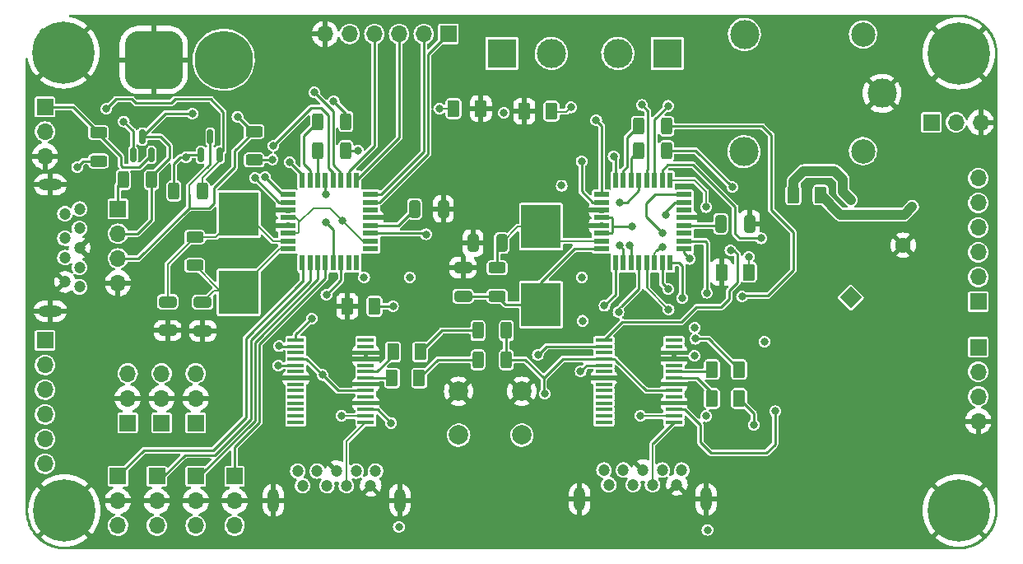
<source format=gbr>
%TF.GenerationSoftware,KiCad,Pcbnew,(6.0.2)*%
%TF.CreationDate,2022-05-29T08:20:39+05:30*%
%TF.ProjectId,AIO,41494f2e-6b69-4636-9164-5f7063625858,rev?*%
%TF.SameCoordinates,Original*%
%TF.FileFunction,Copper,L1,Top*%
%TF.FilePolarity,Positive*%
%FSLAX46Y46*%
G04 Gerber Fmt 4.6, Leading zero omitted, Abs format (unit mm)*
G04 Created by KiCad (PCBNEW (6.0.2)) date 2022-05-29 08:20:39*
%MOMM*%
%LPD*%
G01*
G04 APERTURE LIST*
G04 Aperture macros list*
%AMRoundRect*
0 Rectangle with rounded corners*
0 $1 Rounding radius*
0 $2 $3 $4 $5 $6 $7 $8 $9 X,Y pos of 4 corners*
0 Add a 4 corners polygon primitive as box body*
4,1,4,$2,$3,$4,$5,$6,$7,$8,$9,$2,$3,0*
0 Add four circle primitives for the rounded corners*
1,1,$1+$1,$2,$3*
1,1,$1+$1,$4,$5*
1,1,$1+$1,$6,$7*
1,1,$1+$1,$8,$9*
0 Add four rect primitives between the rounded corners*
20,1,$1+$1,$2,$3,$4,$5,0*
20,1,$1+$1,$4,$5,$6,$7,0*
20,1,$1+$1,$6,$7,$8,$9,0*
20,1,$1+$1,$8,$9,$2,$3,0*%
%AMRotRect*
0 Rectangle, with rotation*
0 The origin of the aperture is its center*
0 $1 length*
0 $2 width*
0 $3 Rotation angle, in degrees counterclockwise*
0 Add horizontal line*
21,1,$1,$2,0,0,$3*%
G04 Aperture macros list end*
%TA.AperFunction,SMDPad,CuDef*%
%ADD10R,1.600000X0.550000*%
%TD*%
%TA.AperFunction,SMDPad,CuDef*%
%ADD11R,0.550000X1.600000*%
%TD*%
%TA.AperFunction,SMDPad,CuDef*%
%ADD12RoundRect,0.250000X0.625000X-0.312500X0.625000X0.312500X-0.625000X0.312500X-0.625000X-0.312500X0*%
%TD*%
%TA.AperFunction,SMDPad,CuDef*%
%ADD13RoundRect,0.150000X0.150000X-0.587500X0.150000X0.587500X-0.150000X0.587500X-0.150000X-0.587500X0*%
%TD*%
%TA.AperFunction,SMDPad,CuDef*%
%ADD14RoundRect,0.250000X-0.650000X0.325000X-0.650000X-0.325000X0.650000X-0.325000X0.650000X0.325000X0*%
%TD*%
%TA.AperFunction,ComponentPad*%
%ADD15R,1.700000X1.700000*%
%TD*%
%TA.AperFunction,ComponentPad*%
%ADD16O,1.700000X1.700000*%
%TD*%
%TA.AperFunction,SMDPad,CuDef*%
%ADD17RoundRect,0.250000X-0.375000X-0.625000X0.375000X-0.625000X0.375000X0.625000X-0.375000X0.625000X0*%
%TD*%
%TA.AperFunction,ComponentPad*%
%ADD18R,3.000000X3.000000*%
%TD*%
%TA.AperFunction,ComponentPad*%
%ADD19C,3.000000*%
%TD*%
%TA.AperFunction,ComponentPad*%
%ADD20RoundRect,1.500000X-1.500000X-1.500000X1.500000X-1.500000X1.500000X1.500000X-1.500000X1.500000X0*%
%TD*%
%TA.AperFunction,ComponentPad*%
%ADD21C,6.000000*%
%TD*%
%TA.AperFunction,ComponentPad*%
%ADD22C,2.000000*%
%TD*%
%TA.AperFunction,SMDPad,CuDef*%
%ADD23RoundRect,0.250000X-0.312500X-0.625000X0.312500X-0.625000X0.312500X0.625000X-0.312500X0.625000X0*%
%TD*%
%TA.AperFunction,ComponentPad*%
%ADD24C,0.800000*%
%TD*%
%TA.AperFunction,ComponentPad*%
%ADD25C,6.400000*%
%TD*%
%TA.AperFunction,SMDPad,CuDef*%
%ADD26RoundRect,0.250000X-0.325000X-0.650000X0.325000X-0.650000X0.325000X0.650000X-0.325000X0.650000X0*%
%TD*%
%TA.AperFunction,ComponentPad*%
%ADD27C,1.200000*%
%TD*%
%TA.AperFunction,ComponentPad*%
%ADD28O,2.400000X1.200000*%
%TD*%
%TA.AperFunction,SMDPad,CuDef*%
%ADD29R,4.100000X4.500000*%
%TD*%
%TA.AperFunction,SMDPad,CuDef*%
%ADD30R,1.750000X0.450000*%
%TD*%
%TA.AperFunction,SMDPad,CuDef*%
%ADD31RoundRect,0.250000X0.375000X0.625000X-0.375000X0.625000X-0.375000X-0.625000X0.375000X-0.625000X0*%
%TD*%
%TA.AperFunction,ComponentPad*%
%ADD32RotRect,1.600000X1.600000X45.000000*%
%TD*%
%TA.AperFunction,ComponentPad*%
%ADD33C,1.600000*%
%TD*%
%TA.AperFunction,SMDPad,CuDef*%
%ADD34RoundRect,0.250000X0.650000X-0.325000X0.650000X0.325000X-0.650000X0.325000X-0.650000X-0.325000X0*%
%TD*%
%TA.AperFunction,ComponentPad*%
%ADD35C,2.500000*%
%TD*%
%TA.AperFunction,SMDPad,CuDef*%
%ADD36RoundRect,0.250000X0.325000X0.650000X-0.325000X0.650000X-0.325000X-0.650000X0.325000X-0.650000X0*%
%TD*%
%TA.AperFunction,ComponentPad*%
%ADD37O,1.200000X2.400000*%
%TD*%
%TA.AperFunction,ViaPad*%
%ADD38C,0.800000*%
%TD*%
%TA.AperFunction,Conductor*%
%ADD39C,0.250000*%
%TD*%
%TA.AperFunction,Conductor*%
%ADD40C,0.200000*%
%TD*%
%TA.AperFunction,Conductor*%
%ADD41C,1.000000*%
%TD*%
G04 APERTURE END LIST*
D10*
%TO.P,U5,1,PD3*%
%TO.N,FW_ENA*%
X159250000Y-98500000D03*
%TO.P,U5,2,PD4*%
%TO.N,FW_IN2*%
X159250000Y-99300000D03*
%TO.P,U5,3,GND*%
%TO.N,GND*%
X159250000Y-100100000D03*
%TO.P,U5,4,VCC*%
%TO.N,+5V*%
X159250000Y-100900000D03*
%TO.P,U5,5,GND*%
%TO.N,GND*%
X159250000Y-101700000D03*
%TO.P,U5,6,VCC*%
%TO.N,+5V*%
X159250000Y-102500000D03*
%TO.P,U5,7,XTAL1/PB6*%
%TO.N,Net-(C11-Pad1)*%
X159250000Y-103300000D03*
%TO.P,U5,8,XTAL2/PB7*%
%TO.N,Net-(C13-Pad1)*%
X159250000Y-104100000D03*
D11*
%TO.P,U5,9,PD5*%
%TO.N,FW_ENB*%
X160700000Y-105550000D03*
%TO.P,U5,10,PD6*%
%TO.N,RW_ENA*%
X161500000Y-105550000D03*
%TO.P,U5,11,PD7*%
%TO.N,FW_IN3*%
X162300000Y-105550000D03*
%TO.P,U5,12,PB0*%
%TO.N,FW_IN4*%
X163100000Y-105550000D03*
%TO.P,U5,13,PB1*%
%TO.N,RW_ENB*%
X163900000Y-105550000D03*
%TO.P,U5,14,PB2*%
%TO.N,SRV*%
X164700000Y-105550000D03*
%TO.P,U5,15,PB3*%
%TO.N,Net-(BZ1-Pad1)*%
X165500000Y-105550000D03*
%TO.P,U5,16,PB4*%
%TO.N,RW_IN1*%
X166300000Y-105550000D03*
D10*
%TO.P,U5,17,PB5*%
%TO.N,RW_IN2*%
X167750000Y-104100000D03*
%TO.P,U5,18,AVCC*%
%TO.N,+5V*%
X167750000Y-103300000D03*
%TO.P,U5,19,ADC6*%
%TO.N,unconnected-(U5-Pad19)*%
X167750000Y-102500000D03*
%TO.P,U5,20,AREF*%
%TO.N,Net-(C9-Pad1)*%
X167750000Y-101700000D03*
%TO.P,U5,21,GND*%
%TO.N,GND*%
X167750000Y-100900000D03*
%TO.P,U5,22,ADC7*%
%TO.N,unconnected-(U5-Pad22)*%
X167750000Y-100100000D03*
%TO.P,U5,23,PC0*%
%TO.N,RW_IN3*%
X167750000Y-99300000D03*
%TO.P,U5,24,PC1*%
%TO.N,RW_IN4*%
X167750000Y-98500000D03*
D11*
%TO.P,U5,25,PC2*%
%TO.N,Stat_led_D*%
X166300000Y-97050000D03*
%TO.P,U5,26,PC3*%
%TO.N,kill_switch*%
X165500000Y-97050000D03*
%TO.P,U5,27,PC4*%
%TO.N,SDA*%
X164700000Y-97050000D03*
%TO.P,U5,28,PC5*%
%TO.N,SCL*%
X163900000Y-97050000D03*
%TO.P,U5,29,~{RESET}/PC6*%
%TO.N,RST*%
X163100000Y-97050000D03*
%TO.P,U5,30,PD0*%
%TO.N,Net-(R11-Pad1)*%
X162300000Y-97050000D03*
%TO.P,U5,31,PD1*%
%TO.N,Net-(R12-Pad1)*%
X161500000Y-97050000D03*
%TO.P,U5,32,PD2*%
%TO.N,FW_IN1*%
X160700000Y-97050000D03*
%TD*%
D12*
%TO.P,R9,1*%
%TO.N,Net-(C12-Pad1)*%
X117400000Y-105812500D03*
%TO.P,R9,2*%
%TO.N,Net-(C10-Pad1)*%
X117400000Y-102887500D03*
%TD*%
D13*
%TO.P,Q2,1,G*%
%TO.N,+3V3*%
X118050000Y-94437500D03*
%TO.P,Q2,2,S*%
%TO.N,SDA_3v3*%
X119950000Y-94437500D03*
%TO.P,Q2,3,D*%
%TO.N,SDA*%
X119000000Y-92562500D03*
%TD*%
D14*
%TO.P,C12,1*%
%TO.N,Net-(C12-Pad1)*%
X118225000Y-109575000D03*
%TO.P,C12,2*%
%TO.N,GND*%
X118225000Y-112525000D03*
%TD*%
%TO.P,C10,1*%
%TO.N,Net-(C10-Pad1)*%
X114625000Y-109550000D03*
%TO.P,C10,2*%
%TO.N,GND*%
X114625000Y-112500000D03*
%TD*%
D15*
%TO.P,J10,1,Pin_1*%
%TO.N,IR_6*%
X117500000Y-127475000D03*
D16*
%TO.P,J10,2,Pin_2*%
%TO.N,GND*%
X117500000Y-130015000D03*
%TO.P,J10,3,Pin_3*%
%TO.N,+5V*%
X117500000Y-132555000D03*
%TD*%
D17*
%TO.P,D10,1,K*%
%TO.N,Net-(D10-Pad1)*%
X137800000Y-114700000D03*
%TO.P,D10,2,A*%
%TO.N,Net-(D10-Pad2)*%
X140600000Y-114700000D03*
%TD*%
D18*
%TO.P,J3,1,Pin_1*%
%TO.N,+BATT*%
X149000000Y-84000000D03*
D19*
%TO.P,J3,2,Pin_2*%
%TO.N,Net-(J17-Pad2)*%
X154080000Y-84000000D03*
%TD*%
D15*
%TO.P,J6,1,Pin_1*%
%TO.N,IR_5*%
X113500000Y-127475000D03*
D16*
%TO.P,J6,2,Pin_2*%
%TO.N,GND*%
X113500000Y-130015000D03*
%TO.P,J6,3,Pin_3*%
%TO.N,+5V*%
X113500000Y-132555000D03*
%TD*%
D15*
%TO.P,J9,1,Pin_1*%
%TO.N,RX_1*%
X143500000Y-82000000D03*
D16*
%TO.P,J9,2,Pin_2*%
%TO.N,RX_2*%
X140960000Y-82000000D03*
%TO.P,J9,3,Pin_3*%
%TO.N,RX_3*%
X138420000Y-82000000D03*
%TO.P,J9,4,Pin_4*%
%TO.N,RX_4*%
X135880000Y-82000000D03*
%TO.P,J9,5,Pin_5*%
%TO.N,+5V*%
X133340000Y-82000000D03*
%TO.P,J9,6,Pin_6*%
%TO.N,GND*%
X130800000Y-82000000D03*
%TD*%
D20*
%TO.P,J5,1,Pin_1*%
%TO.N,GND*%
X113180000Y-84660000D03*
D21*
%TO.P,J5,2,Pin_2*%
%TO.N,Net-(J5-Pad2)*%
X120380000Y-84660000D03*
%TD*%
D22*
%TO.P,SW2,1,1*%
%TO.N,GND*%
X151050000Y-118750000D03*
X144550000Y-118750000D03*
%TO.P,SW2,2,2*%
%TO.N,RST*%
X151050000Y-123250000D03*
X144550000Y-123250000D03*
%TD*%
D23*
%TO.P,R21,1*%
%TO.N,+5V*%
X110037500Y-97000000D03*
%TO.P,R21,2*%
%TO.N,SCL*%
X112962500Y-97000000D03*
%TD*%
D24*
%TO.P,H4,1,1*%
%TO.N,GND*%
X194302944Y-132697056D03*
X194302944Y-129302944D03*
X196000000Y-128600000D03*
X198400000Y-131000000D03*
D25*
X196000000Y-131000000D03*
D24*
X197697056Y-129302944D03*
X197697056Y-132697056D03*
X193600000Y-131000000D03*
X196000000Y-133400000D03*
%TD*%
D15*
%TO.P,J18,1,Pin_1*%
%TO.N,SCL_3v3*%
X102000000Y-89500000D03*
D16*
%TO.P,J18,2,Pin_2*%
%TO.N,SDA_3v3*%
X102000000Y-92040000D03*
%TO.P,J18,3,Pin_3*%
%TO.N,GND*%
X102000000Y-94580000D03*
%TD*%
D17*
%TO.P,D11,1,K*%
%TO.N,Net-(D11-Pad1)*%
X170600000Y-119500000D03*
%TO.P,D11,2,A*%
%TO.N,Net-(D11-Pad2)*%
X173400000Y-119500000D03*
%TD*%
D24*
%TO.P,H3,1,1*%
%TO.N,GND*%
X105697056Y-129302944D03*
X104000000Y-128600000D03*
X101600000Y-131000000D03*
X104000000Y-133400000D03*
X102302944Y-129302944D03*
X102302944Y-132697056D03*
X105697056Y-132697056D03*
D25*
X104000000Y-131000000D03*
D24*
X106400000Y-131000000D03*
%TD*%
D17*
%TO.P,D12,1,K*%
%TO.N,Net-(D12-Pad1)*%
X137700000Y-117400000D03*
%TO.P,D12,2,A*%
%TO.N,Net-(D12-Pad2)*%
X140500000Y-117400000D03*
%TD*%
D26*
%TO.P,C8,1*%
%TO.N,Net-(C8-Pad1)*%
X140025000Y-100000000D03*
%TO.P,C8,2*%
%TO.N,GND*%
X142975000Y-100000000D03*
%TD*%
D23*
%TO.P,R6,1*%
%TO.N,Net-(D10-Pad2)*%
X146537500Y-112500000D03*
%TO.P,R6,2*%
%TO.N,+5V*%
X149462500Y-112500000D03*
%TD*%
D10*
%TO.P,U4,1,PD3*%
%TO.N,IR_2*%
X127000000Y-98500000D03*
%TO.P,U4,2,PD4*%
%TO.N,IR_3*%
X127000000Y-99300000D03*
%TO.P,U4,3,GND*%
%TO.N,GND*%
X127000000Y-100100000D03*
%TO.P,U4,4,VCC*%
%TO.N,+5V*%
X127000000Y-100900000D03*
%TO.P,U4,5,GND*%
%TO.N,GND*%
X127000000Y-101700000D03*
%TO.P,U4,6,VCC*%
%TO.N,+5V*%
X127000000Y-102500000D03*
%TO.P,U4,7,XTAL1/PB6*%
%TO.N,Net-(C10-Pad1)*%
X127000000Y-103300000D03*
%TO.P,U4,8,XTAL2/PB7*%
%TO.N,Net-(C12-Pad1)*%
X127000000Y-104100000D03*
D11*
%TO.P,U4,9,PD5*%
%TO.N,IR_4*%
X128450000Y-105550000D03*
%TO.P,U4,10,PD6*%
%TO.N,IR_5*%
X129250000Y-105550000D03*
%TO.P,U4,11,PD7*%
%TO.N,IR_6*%
X130050000Y-105550000D03*
%TO.P,U4,12,PB0*%
%TO.N,IR_7*%
X130850000Y-105550000D03*
%TO.P,U4,13,PB1*%
%TO.N,trig*%
X131650000Y-105550000D03*
%TO.P,U4,14,PB2*%
%TO.N,Stat_led_S*%
X132450000Y-105550000D03*
%TO.P,U4,15,PB3*%
%TO.N,unconnected-(U4-Pad15)*%
X133250000Y-105550000D03*
%TO.P,U4,16,PB4*%
%TO.N,unconnected-(U4-Pad16)*%
X134050000Y-105550000D03*
D10*
%TO.P,U4,17,PB5*%
%TO.N,unconnected-(U4-Pad17)*%
X135500000Y-104100000D03*
%TO.P,U4,18,AVCC*%
%TO.N,+5V*%
X135500000Y-103300000D03*
%TO.P,U4,19,ADC6*%
%TO.N,Echo*%
X135500000Y-102500000D03*
%TO.P,U4,20,AREF*%
%TO.N,Net-(C8-Pad1)*%
X135500000Y-101700000D03*
%TO.P,U4,21,GND*%
%TO.N,GND*%
X135500000Y-100900000D03*
%TO.P,U4,22,ADC7*%
%TO.N,unconnected-(U4-Pad22)*%
X135500000Y-100100000D03*
%TO.P,U4,23,PC0*%
%TO.N,RX_1*%
X135500000Y-99300000D03*
%TO.P,U4,24,PC1*%
%TO.N,RX_2*%
X135500000Y-98500000D03*
D11*
%TO.P,U4,25,PC2*%
%TO.N,RX_3*%
X134050000Y-97050000D03*
%TO.P,U4,26,PC3*%
%TO.N,RX_4*%
X133250000Y-97050000D03*
%TO.P,U4,27,PC4*%
%TO.N,SDA*%
X132450000Y-97050000D03*
%TO.P,U4,28,PC5*%
%TO.N,SCL*%
X131650000Y-97050000D03*
%TO.P,U4,29,~{RESET}/PC6*%
%TO.N,RST*%
X130850000Y-97050000D03*
%TO.P,U4,30,PD0*%
%TO.N,Net-(R14-Pad1)*%
X130050000Y-97050000D03*
%TO.P,U4,31,PD1*%
%TO.N,Net-(R15-Pad1)*%
X129250000Y-97050000D03*
%TO.P,U4,32,PD2*%
%TO.N,IR_1*%
X128450000Y-97050000D03*
%TD*%
D27*
%TO.P,J1,1,VBUS*%
%TO.N,+5V*%
X104050000Y-100500000D03*
%TO.P,J1,2,D-*%
%TO.N,unconnected-(J1-Pad2)*%
X104050000Y-103000000D03*
%TO.P,J1,3,D+*%
%TO.N,unconnected-(J1-Pad3)*%
X104050000Y-105000000D03*
%TO.P,J1,4,GND*%
%TO.N,GND*%
X104050000Y-107500000D03*
%TO.P,J1,5,SSRX-*%
%TO.N,unconnected-(J1-Pad5)*%
X105550000Y-108000000D03*
%TO.P,J1,6,SSRX+*%
%TO.N,unconnected-(J1-Pad6)*%
X105550000Y-106000000D03*
%TO.P,J1,7,DRAIN*%
%TO.N,GND*%
X105550000Y-104000000D03*
%TO.P,J1,8,SSTX-*%
%TO.N,unconnected-(J1-Pad8)*%
X105550000Y-102000000D03*
%TO.P,J1,9,SSTX+*%
%TO.N,unconnected-(J1-Pad9)*%
X105550000Y-100000000D03*
D28*
%TO.P,J1,10,SHIELD*%
%TO.N,GND*%
X102550000Y-110500000D03*
X102550000Y-97500000D03*
%TD*%
D15*
%TO.P,J15,1,Pin_1*%
%TO.N,+5V*%
X198000000Y-114200000D03*
D16*
%TO.P,J15,2,Pin_2*%
%TO.N,trig*%
X198000000Y-116740000D03*
%TO.P,J15,3,Pin_3*%
%TO.N,Echo*%
X198000000Y-119280000D03*
%TO.P,J15,4,Pin_4*%
%TO.N,GND*%
X198000000Y-121820000D03*
%TD*%
D12*
%TO.P,R10,1*%
%TO.N,Net-(C13-Pad1)*%
X148500000Y-108962500D03*
%TO.P,R10,2*%
%TO.N,Net-(C11-Pad1)*%
X148500000Y-106037500D03*
%TD*%
%TO.P,R20,1*%
%TO.N,+5V*%
X123500000Y-94962500D03*
%TO.P,R20,2*%
%TO.N,SDA*%
X123500000Y-92037500D03*
%TD*%
D15*
%TO.P,J12,1,Pin_1*%
%TO.N,RW_ENA*%
X198000000Y-109540000D03*
D16*
%TO.P,J12,2,Pin_2*%
%TO.N,RW_IN1*%
X198000000Y-107000000D03*
%TO.P,J12,3,Pin_3*%
%TO.N,RW_IN2*%
X198000000Y-104460000D03*
%TO.P,J12,4,Pin_4*%
%TO.N,RW_IN3*%
X198000000Y-101920000D03*
%TO.P,J12,5,Pin_5*%
%TO.N,RW_IN4*%
X198000000Y-99380000D03*
%TO.P,J12,6,Pin_6*%
%TO.N,RW_ENB*%
X198000000Y-96840000D03*
%TD*%
D17*
%TO.P,D9,1,K*%
%TO.N,Net-(D9-Pad1)*%
X170600000Y-116500000D03*
%TO.P,D9,2,A*%
%TO.N,Net-(D9-Pad2)*%
X173400000Y-116500000D03*
%TD*%
D23*
%TO.P,R8,1*%
%TO.N,Net-(D12-Pad2)*%
X146537500Y-115500000D03*
%TO.P,R8,2*%
%TO.N,+5V*%
X149462500Y-115500000D03*
%TD*%
D13*
%TO.P,Q3,1,G*%
%TO.N,+3V3*%
X111050000Y-94437500D03*
%TO.P,Q3,2,S*%
%TO.N,SCL_3v3*%
X112950000Y-94437500D03*
%TO.P,Q3,3,D*%
%TO.N,SCL*%
X112000000Y-92562500D03*
%TD*%
D24*
%TO.P,H1,1,1*%
%TO.N,GND*%
X198400000Y-84000000D03*
X194302944Y-85697056D03*
X197697056Y-85697056D03*
X196000000Y-81600000D03*
D25*
X196000000Y-84000000D03*
D24*
X193600000Y-84000000D03*
X197697056Y-82302944D03*
X194302944Y-82302944D03*
X196000000Y-86400000D03*
%TD*%
D29*
%TO.P,Y1,1,1*%
%TO.N,Net-(C12-Pad1)*%
X121925000Y-108550000D03*
%TO.P,Y1,2,2*%
%TO.N,Net-(C10-Pad1)*%
X121925000Y-100550000D03*
%TD*%
D15*
%TO.P,J19,1,Pin_1*%
%TO.N,+5V*%
X109500000Y-100000000D03*
D16*
%TO.P,J19,2,Pin_2*%
%TO.N,SCL*%
X109500000Y-102540000D03*
%TO.P,J19,3,Pin_3*%
%TO.N,SDA*%
X109500000Y-105080000D03*
%TO.P,J19,4,Pin_4*%
%TO.N,GND*%
X109500000Y-107620000D03*
%TD*%
D30*
%TO.P,U3,1,TXD*%
%TO.N,RX_S*%
X127800000Y-113475000D03*
%TO.P,U3,2,DTR*%
%TO.N,Net-(C7-Pad1)*%
X127800000Y-114125000D03*
%TO.P,U3,3,RTS*%
%TO.N,unconnected-(U3-Pad3)*%
X127800000Y-114775000D03*
%TO.P,U3,4,VCCIO*%
%TO.N,+5V*%
X127800000Y-115425000D03*
%TO.P,U3,5,RXD*%
%TO.N,TX_S*%
X127800000Y-116075000D03*
%TO.P,U3,6,RI*%
%TO.N,unconnected-(U3-Pad6)*%
X127800000Y-116725000D03*
%TO.P,U3,7,GND*%
%TO.N,GND*%
X127800000Y-117375000D03*
%TO.P,U3,8*%
%TO.N,N/C*%
X127800000Y-118025000D03*
%TO.P,U3,9,DCR*%
%TO.N,unconnected-(U3-Pad9)*%
X127800000Y-118675000D03*
%TO.P,U3,10,DCD*%
%TO.N,unconnected-(U3-Pad10)*%
X127800000Y-119325000D03*
%TO.P,U3,11,CTS*%
%TO.N,unconnected-(U3-Pad11)*%
X127800000Y-119975000D03*
%TO.P,U3,12,CBUS4*%
%TO.N,unconnected-(U3-Pad12)*%
X127800000Y-120625000D03*
%TO.P,U3,13,CBUS2*%
%TO.N,unconnected-(U3-Pad13)*%
X127800000Y-121275000D03*
%TO.P,U3,14,CBUS3*%
%TO.N,unconnected-(U3-Pad14)*%
X127800000Y-121925000D03*
%TO.P,U3,15,USBD+*%
%TO.N,Net-(J4-Pad3)*%
X135000000Y-121925000D03*
%TO.P,U3,16,USBD-*%
%TO.N,Net-(J4-Pad2)*%
X135000000Y-121275000D03*
%TO.P,U3,17,3V3OUT*%
%TO.N,+3V3*%
X135000000Y-120625000D03*
%TO.P,U3,18,GND*%
%TO.N,GND*%
X135000000Y-119975000D03*
%TO.P,U3,19,~{RESET}*%
%TO.N,unconnected-(U3-Pad19)*%
X135000000Y-119325000D03*
%TO.P,U3,20,VCC*%
%TO.N,+5V*%
X135000000Y-118675000D03*
%TO.P,U3,21,GND*%
%TO.N,GND*%
X135000000Y-118025000D03*
%TO.P,U3,22,CBUS1*%
%TO.N,Net-(D12-Pad1)*%
X135000000Y-117375000D03*
%TO.P,U3,23,CBUS0*%
%TO.N,Net-(D10-Pad1)*%
X135000000Y-116725000D03*
%TO.P,U3,24*%
%TO.N,N/C*%
X135000000Y-116075000D03*
%TO.P,U3,25,AGND*%
%TO.N,GND*%
X135000000Y-115425000D03*
%TO.P,U3,26,TEST*%
X135000000Y-114775000D03*
%TO.P,U3,27,OSCI*%
%TO.N,unconnected-(U3-Pad27)*%
X135000000Y-114125000D03*
%TO.P,U3,28,OSCO*%
%TO.N,unconnected-(U3-Pad28)*%
X135000000Y-113475000D03*
%TD*%
D15*
%TO.P,J14,1,Pin_1*%
%TO.N,IR_3*%
X117500000Y-122000000D03*
D16*
%TO.P,J14,2,Pin_2*%
%TO.N,GND*%
X117500000Y-119460000D03*
%TO.P,J14,3,Pin_3*%
%TO.N,+5V*%
X117500000Y-116920000D03*
%TD*%
D23*
%TO.P,R15,1*%
%TO.N,Net-(R15-Pad1)*%
X130037500Y-91000000D03*
%TO.P,R15,2*%
%TO.N,TX_S*%
X132962500Y-91000000D03*
%TD*%
D18*
%TO.P,J17,1,Pin_1*%
%TO.N,+BATT*%
X166000000Y-84000000D03*
D19*
%TO.P,J17,2,Pin_2*%
%TO.N,Net-(J17-Pad2)*%
X160920000Y-84000000D03*
%TD*%
D23*
%TO.P,R11,1*%
%TO.N,Net-(R11-Pad1)*%
X163037500Y-94000000D03*
%TO.P,R11,2*%
%TO.N,RX_D*%
X165962500Y-94000000D03*
%TD*%
D17*
%TO.P,D5,1,K*%
%TO.N,GND*%
X151300000Y-89950000D03*
%TO.P,D5,2,A*%
%TO.N,Net-(D5-Pad2)*%
X154100000Y-89950000D03*
%TD*%
D31*
%TO.P,D4,1,K*%
%TO.N,GND*%
X146825000Y-89675000D03*
%TO.P,D4,2,A*%
%TO.N,Net-(D4-Pad2)*%
X144025000Y-89675000D03*
%TD*%
D32*
%TO.P,BZ1,1,-*%
%TO.N,Net-(BZ1-Pad1)*%
X184900000Y-109100000D03*
D33*
%TO.P,BZ1,2,+*%
%TO.N,GND*%
X190274012Y-103725988D03*
%TD*%
D15*
%TO.P,J20,1,Pin_1*%
%TO.N,SRV*%
X193175000Y-91100000D03*
D16*
%TO.P,J20,2,Pin_2*%
%TO.N,+5V*%
X195715000Y-91100000D03*
%TO.P,J20,3,Pin_3*%
%TO.N,GND*%
X198255000Y-91100000D03*
%TD*%
D34*
%TO.P,C13,1*%
%TO.N,Net-(C13-Pad1)*%
X145000000Y-108975000D03*
%TO.P,C13,2*%
%TO.N,GND*%
X145000000Y-106025000D03*
%TD*%
D12*
%TO.P,R13,1*%
%TO.N,+3V3*%
X107500000Y-95062500D03*
%TO.P,R13,2*%
%TO.N,SCL_3v3*%
X107500000Y-92137500D03*
%TD*%
D25*
%TO.P,H2,1,1*%
%TO.N,GND*%
X103900000Y-83900000D03*
D24*
X105597056Y-85597056D03*
X105597056Y-82202944D03*
X102202944Y-82202944D03*
X102202944Y-85597056D03*
X101500000Y-83900000D03*
X103900000Y-81500000D03*
X106300000Y-83900000D03*
X103900000Y-86300000D03*
%TD*%
D15*
%TO.P,J13,1,Pin_1*%
%TO.N,IR_7*%
X121500000Y-127475000D03*
D16*
%TO.P,J13,2,Pin_2*%
%TO.N,GND*%
X121500000Y-130015000D03*
%TO.P,J13,3,Pin_3*%
%TO.N,+5V*%
X121500000Y-132555000D03*
%TD*%
D29*
%TO.P,Y2,1,1*%
%TO.N,Net-(C13-Pad1)*%
X153025000Y-109825000D03*
%TO.P,Y2,2,2*%
%TO.N,Net-(C11-Pad1)*%
X153025000Y-101825000D03*
%TD*%
D15*
%TO.P,J16,1,Pin_1*%
%TO.N,IR_4*%
X109500000Y-127475000D03*
D16*
%TO.P,J16,2,Pin_2*%
%TO.N,GND*%
X109500000Y-130015000D03*
%TO.P,J16,3,Pin_3*%
%TO.N,+5V*%
X109500000Y-132555000D03*
%TD*%
D35*
%TO.P,K1,A1,A1*%
%TO.N,+5V*%
X186150000Y-94050000D03*
%TO.P,K1,A2,A2*%
%TO.N,Net-(D6-Pad2)*%
X186150000Y-82050000D03*
D19*
%TO.P,K1,COM,COM*%
%TO.N,GND*%
X188100000Y-88100000D03*
%TO.P,K1,NC,NC*%
%TO.N,unconnected-(K1-PadNC)*%
X173900000Y-94100000D03*
%TO.P,K1,NO,NO*%
%TO.N,Net-(J17-Pad2)*%
X173950000Y-82050000D03*
%TD*%
D23*
%TO.P,R14,1*%
%TO.N,Net-(R14-Pad1)*%
X130037500Y-94000000D03*
%TO.P,R14,2*%
%TO.N,RX_S*%
X132962500Y-94000000D03*
%TD*%
D15*
%TO.P,J11,1,Pin_1*%
%TO.N,IR_2*%
X114000000Y-122000000D03*
D16*
%TO.P,J11,2,Pin_2*%
%TO.N,GND*%
X114000000Y-119460000D03*
%TO.P,J11,3,Pin_3*%
%TO.N,+5V*%
X114000000Y-116920000D03*
%TD*%
D36*
%TO.P,C11,1*%
%TO.N,Net-(C11-Pad1)*%
X148975000Y-103500000D03*
%TO.P,C11,2*%
%TO.N,GND*%
X146025000Y-103500000D03*
%TD*%
D23*
%TO.P,R19,1*%
%TO.N,+3V3*%
X115262500Y-98150000D03*
%TO.P,R19,2*%
%TO.N,SDA_3v3*%
X118187500Y-98150000D03*
%TD*%
D26*
%TO.P,C9,1*%
%TO.N,Net-(C9-Pad1)*%
X171525000Y-101500000D03*
%TO.P,C9,2*%
%TO.N,GND*%
X174475000Y-101500000D03*
%TD*%
D30*
%TO.P,U2,1,TXD*%
%TO.N,RX_D*%
X159500000Y-113475000D03*
%TO.P,U2,2,DTR*%
%TO.N,Net-(C6-Pad1)*%
X159500000Y-114125000D03*
%TO.P,U2,3,RTS*%
%TO.N,unconnected-(U2-Pad3)*%
X159500000Y-114775000D03*
%TO.P,U2,4,VCCIO*%
%TO.N,+5V*%
X159500000Y-115425000D03*
%TO.P,U2,5,RXD*%
%TO.N,TX_D*%
X159500000Y-116075000D03*
%TO.P,U2,6,RI*%
%TO.N,unconnected-(U2-Pad6)*%
X159500000Y-116725000D03*
%TO.P,U2,7,GND*%
%TO.N,GND*%
X159500000Y-117375000D03*
%TO.P,U2,8*%
%TO.N,N/C*%
X159500000Y-118025000D03*
%TO.P,U2,9,DCR*%
%TO.N,unconnected-(U2-Pad9)*%
X159500000Y-118675000D03*
%TO.P,U2,10,DCD*%
%TO.N,unconnected-(U2-Pad10)*%
X159500000Y-119325000D03*
%TO.P,U2,11,CTS*%
%TO.N,unconnected-(U2-Pad11)*%
X159500000Y-119975000D03*
%TO.P,U2,12,CBUS4*%
%TO.N,unconnected-(U2-Pad12)*%
X159500000Y-120625000D03*
%TO.P,U2,13,CBUS2*%
%TO.N,unconnected-(U2-Pad13)*%
X159500000Y-121275000D03*
%TO.P,U2,14,CBUS3*%
%TO.N,unconnected-(U2-Pad14)*%
X159500000Y-121925000D03*
%TO.P,U2,15,USBD+*%
%TO.N,Net-(J2-Pad3)*%
X166700000Y-121925000D03*
%TO.P,U2,16,USBD-*%
%TO.N,Net-(J2-Pad2)*%
X166700000Y-121275000D03*
%TO.P,U2,17,3V3OUT*%
%TO.N,+3V3*%
X166700000Y-120625000D03*
%TO.P,U2,18,GND*%
%TO.N,GND*%
X166700000Y-119975000D03*
%TO.P,U2,19,~{RESET}*%
%TO.N,unconnected-(U2-Pad19)*%
X166700000Y-119325000D03*
%TO.P,U2,20,VCC*%
%TO.N,+5V*%
X166700000Y-118675000D03*
%TO.P,U2,21,GND*%
%TO.N,GND*%
X166700000Y-118025000D03*
%TO.P,U2,22,CBUS1*%
%TO.N,Net-(D11-Pad1)*%
X166700000Y-117375000D03*
%TO.P,U2,23,CBUS0*%
%TO.N,Net-(D9-Pad1)*%
X166700000Y-116725000D03*
%TO.P,U2,24*%
%TO.N,N/C*%
X166700000Y-116075000D03*
%TO.P,U2,25,AGND*%
%TO.N,GND*%
X166700000Y-115425000D03*
%TO.P,U2,26,TEST*%
X166700000Y-114775000D03*
%TO.P,U2,27,OSCI*%
%TO.N,unconnected-(U2-Pad27)*%
X166700000Y-114125000D03*
%TO.P,U2,28,OSCO*%
%TO.N,unconnected-(U2-Pad28)*%
X166700000Y-113475000D03*
%TD*%
D27*
%TO.P,J4,1,VBUS*%
%TO.N,Net-(D8-Pad2)*%
X128500000Y-128450000D03*
%TO.P,J4,2,D-*%
%TO.N,Net-(J4-Pad2)*%
X131000000Y-128450000D03*
%TO.P,J4,3,D+*%
%TO.N,Net-(J4-Pad3)*%
X133000000Y-128450000D03*
%TO.P,J4,4,GND*%
%TO.N,GND*%
X135500000Y-128450000D03*
%TO.P,J4,5,SSRX-*%
%TO.N,unconnected-(J4-Pad5)*%
X136000000Y-126950000D03*
%TO.P,J4,6,SSRX+*%
%TO.N,unconnected-(J4-Pad6)*%
X134000000Y-126950000D03*
%TO.P,J4,7,DRAIN*%
%TO.N,GND*%
X132000000Y-126950000D03*
%TO.P,J4,8,SSTX-*%
%TO.N,unconnected-(J4-Pad8)*%
X130000000Y-126950000D03*
%TO.P,J4,9,SSTX+*%
%TO.N,unconnected-(J4-Pad9)*%
X128000000Y-126950000D03*
D37*
%TO.P,J4,10,SHIELD*%
%TO.N,GND*%
X125500000Y-129950000D03*
X138500000Y-129950000D03*
%TD*%
D27*
%TO.P,J2,1,VBUS*%
%TO.N,Net-(D1-Pad2)*%
X160000000Y-128350000D03*
%TO.P,J2,2,D-*%
%TO.N,Net-(J2-Pad2)*%
X162500000Y-128350000D03*
%TO.P,J2,3,D+*%
%TO.N,Net-(J2-Pad3)*%
X164500000Y-128350000D03*
%TO.P,J2,4,GND*%
%TO.N,GND*%
X167000000Y-128350000D03*
%TO.P,J2,5,SSRX-*%
%TO.N,unconnected-(J2-Pad5)*%
X167500000Y-126850000D03*
%TO.P,J2,6,SSRX+*%
%TO.N,unconnected-(J2-Pad6)*%
X165500000Y-126850000D03*
%TO.P,J2,7,DRAIN*%
%TO.N,GND*%
X163500000Y-126850000D03*
%TO.P,J2,8,SSTX-*%
%TO.N,unconnected-(J2-Pad8)*%
X161500000Y-126850000D03*
%TO.P,J2,9,SSTX+*%
%TO.N,unconnected-(J2-Pad9)*%
X159500000Y-126850000D03*
D37*
%TO.P,J2,10,SHIELD*%
%TO.N,GND*%
X170000000Y-129850000D03*
X157000000Y-129850000D03*
%TD*%
D17*
%TO.P,D14,1,K*%
%TO.N,GND*%
X171600000Y-106500000D03*
%TO.P,D14,2,A*%
%TO.N,Net-(D14-Pad2)*%
X174400000Y-106500000D03*
%TD*%
D15*
%TO.P,J8,1,Pin_1*%
%TO.N,FW_ENA*%
X102000000Y-113500000D03*
D16*
%TO.P,J8,2,Pin_2*%
%TO.N,FW_IN1*%
X102000000Y-116040000D03*
%TO.P,J8,3,Pin_3*%
%TO.N,FW_IN2*%
X102000000Y-118580000D03*
%TO.P,J8,4,Pin_4*%
%TO.N,FW_IN3*%
X102000000Y-121120000D03*
%TO.P,J8,5,Pin_5*%
%TO.N,FW_IN4*%
X102000000Y-123660000D03*
%TO.P,J8,6,Pin_6*%
%TO.N,FW_ENB*%
X102000000Y-126200000D03*
%TD*%
D23*
%TO.P,R12,1*%
%TO.N,Net-(R12-Pad1)*%
X163037500Y-91500000D03*
%TO.P,R12,2*%
%TO.N,TX_D*%
X165962500Y-91500000D03*
%TD*%
D15*
%TO.P,J7,1,Pin_1*%
%TO.N,IR_1*%
X110500000Y-122000000D03*
D16*
%TO.P,J7,2,Pin_2*%
%TO.N,GND*%
X110500000Y-119460000D03*
%TO.P,J7,3,Pin_3*%
%TO.N,+5V*%
X110500000Y-116920000D03*
%TD*%
D17*
%TO.P,D13,1,K*%
%TO.N,GND*%
X133100000Y-110000000D03*
%TO.P,D13,2,A*%
%TO.N,Net-(D13-Pad2)*%
X135900000Y-110000000D03*
%TD*%
%TO.P,D7,1,K*%
%TO.N,Net-(D6-Pad2)*%
X179000000Y-98550000D03*
%TO.P,D7,2,A*%
%TO.N,Net-(D7-Pad2)*%
X181800000Y-98550000D03*
%TD*%
D38*
%TO.N,+5V*%
X170074500Y-108610000D03*
X153400000Y-119000000D03*
X125400000Y-94900000D03*
X170000000Y-121300000D03*
X149200000Y-90100000D03*
X132600000Y-101200000D03*
X130537011Y-117062989D03*
X157225000Y-107025000D03*
X134825000Y-107025000D03*
X139525000Y-107025000D03*
X162425489Y-101774511D03*
X176000000Y-113650000D03*
X138400000Y-132700000D03*
X170150000Y-133000000D03*
%TO.N,+3V3*%
X105300000Y-95700000D03*
X177100000Y-120800000D03*
X116500000Y-94700000D03*
X110100000Y-91000000D03*
X137600000Y-122000000D03*
%TO.N,Net-(C6-Pad1)*%
X152700000Y-115000000D03*
%TO.N,RST*%
X157300000Y-111500000D03*
X130900000Y-98500000D03*
X161150000Y-99350000D03*
%TO.N,Net-(C7-Pad1)*%
X126100000Y-114100000D03*
%TO.N,Net-(D4-Pad2)*%
X142575000Y-89675000D03*
%TO.N,Net-(D5-Pad2)*%
X156100000Y-89550000D03*
%TO.N,Net-(D6-Pad2)*%
X184925000Y-99050000D03*
%TO.N,Net-(D7-Pad2)*%
X191200000Y-99750000D03*
%TO.N,Net-(D9-Pad2)*%
X168900000Y-113350000D03*
%TO.N,Net-(D11-Pad2)*%
X174900000Y-122200000D03*
%TO.N,Net-(D13-Pad2)*%
X137800000Y-110000000D03*
%TO.N,Net-(D14-Pad2)*%
X174400000Y-104900000D03*
%TO.N,Net-(J2-Pad2)*%
X163250000Y-121250000D03*
%TO.N,Net-(J4-Pad2)*%
X132500000Y-121250000D03*
%TO.N,IR_1*%
X127174606Y-95174606D03*
%TO.N,FW_ENA*%
X158700000Y-90875500D03*
%TO.N,FW_IN1*%
X160500000Y-94600000D03*
%TO.N,FW_IN2*%
X157200000Y-95100000D03*
%TO.N,FW_IN3*%
X162150000Y-103750000D03*
X155150000Y-97600000D03*
%TO.N,FW_IN4*%
X161000000Y-110600000D03*
%TO.N,FW_ENB*%
X159550000Y-109950000D03*
%TO.N,IR_2*%
X124650989Y-96700000D03*
%TO.N,RW_ENA*%
X161100000Y-103750000D03*
X168850000Y-112200978D03*
%TO.N,RW_IN1*%
X167550000Y-109152956D03*
%TO.N,RW_IN2*%
X168340000Y-105130000D03*
%TO.N,RW_IN3*%
X165850000Y-100575000D03*
%TO.N,RW_IN4*%
X165500000Y-102500000D03*
%TO.N,RW_ENB*%
X166150000Y-110350000D03*
%TO.N,IR_3*%
X123600000Y-96800000D03*
%TO.N,trig*%
X130900000Y-101400000D03*
%TO.N,Echo*%
X141200000Y-102600000D03*
%TO.N,SDA_3v3*%
X108300000Y-89700000D03*
%TO.N,SDA*%
X166100000Y-89400000D03*
X121800000Y-90500000D03*
X129700000Y-88000000D03*
%TO.N,SCL*%
X163400000Y-89300000D03*
X117150000Y-90199989D03*
X125500000Y-93500000D03*
%TO.N,kill_switch*%
X175659482Y-103015712D03*
%TO.N,RX_D*%
X172700000Y-97750000D03*
X172516809Y-104258593D03*
%TO.N,TX_D*%
X173706246Y-109006246D03*
X157100000Y-116700000D03*
X168800000Y-115100000D03*
%TO.N,RX_S*%
X134200000Y-94000000D03*
X129450000Y-111250000D03*
%TO.N,TX_S*%
X126000000Y-116100000D03*
X131700000Y-88900000D03*
%TO.N,Stat_led_S*%
X130950000Y-108800000D03*
%TO.N,Stat_led_D*%
X170000000Y-99800000D03*
%TO.N,SRV*%
X165550000Y-103930000D03*
%TO.N,Net-(BZ1-Pad1)*%
X166100000Y-108250000D03*
%TD*%
D39*
%TO.N,+5V*%
X170074500Y-103444500D02*
X170074500Y-108610000D01*
X169930000Y-103300000D02*
X170074500Y-103444500D01*
X167750000Y-103300000D02*
X169930000Y-103300000D01*
%TO.N,GND*%
X163199022Y-119975000D02*
X160599022Y-117375000D01*
X166700000Y-119975000D02*
X163199022Y-119975000D01*
X160599022Y-117375000D02*
X159500000Y-117375000D01*
%TO.N,+5V*%
X153300000Y-117400000D02*
X153300000Y-118900000D01*
X149462500Y-112500000D02*
X149462500Y-115500000D01*
X153300000Y-117400000D02*
X151400000Y-115500000D01*
X160300000Y-100900000D02*
X160374511Y-100974511D01*
X132149022Y-118675000D02*
X130537011Y-117062989D01*
D40*
X134700000Y-103300000D02*
X132600000Y-101200000D01*
D39*
X160599022Y-115425000D02*
X159500000Y-115425000D01*
D40*
X129599022Y-99900000D02*
X128099511Y-101399511D01*
X131300000Y-99900000D02*
X129599022Y-99900000D01*
X135500000Y-103300000D02*
X134700000Y-103300000D01*
D39*
X128899022Y-115425000D02*
X127800000Y-115425000D01*
X160300000Y-102500000D02*
X159250000Y-102500000D01*
X160737011Y-115562989D02*
X160599022Y-115425000D01*
X160374511Y-100974511D02*
X160374511Y-101774511D01*
D40*
X128099511Y-101199511D02*
X127800000Y-100900000D01*
D39*
X135000000Y-118675000D02*
X132149022Y-118675000D01*
X130537011Y-117062989D02*
X128899022Y-115425000D01*
X163849022Y-118675000D02*
X160737011Y-115562989D01*
X155275000Y-115425000D02*
X153300000Y-117400000D01*
D40*
X128000000Y-102500000D02*
X128099511Y-102400489D01*
D39*
X153300000Y-118900000D02*
X153400000Y-119000000D01*
X123500000Y-94962500D02*
X125337500Y-94962500D01*
X159500000Y-115425000D02*
X155275000Y-115425000D01*
X166700000Y-118675000D02*
X163849022Y-118675000D01*
D40*
X127800000Y-100900000D02*
X127000000Y-100900000D01*
D39*
X109500000Y-97537500D02*
X110037500Y-97000000D01*
X160374511Y-101774511D02*
X162425489Y-101774511D01*
D40*
X132600000Y-101200000D02*
X131300000Y-99900000D01*
X128099511Y-101399511D02*
X128099511Y-101199511D01*
D39*
X109500000Y-100000000D02*
X109500000Y-97537500D01*
X125337500Y-94962500D02*
X125400000Y-94900000D01*
X160374511Y-102425489D02*
X160300000Y-102500000D01*
X151400000Y-115500000D02*
X149462500Y-115500000D01*
D40*
X127000000Y-102500000D02*
X128000000Y-102500000D01*
X128099511Y-102400489D02*
X128099511Y-101399511D01*
D39*
X159250000Y-100900000D02*
X160300000Y-100900000D01*
X160374511Y-101774511D02*
X160374511Y-102425489D01*
%TO.N,+3V3*%
X169400000Y-124000000D02*
X170500000Y-125100000D01*
X107500000Y-95062500D02*
X105937500Y-95062500D01*
X115900000Y-94700000D02*
X116500000Y-94700000D01*
X177100000Y-124200000D02*
X177100000Y-120800000D01*
X105937500Y-95062500D02*
X105300000Y-95700000D01*
X176200000Y-125100000D02*
X177100000Y-124200000D01*
X111050000Y-94437500D02*
X111050000Y-91950000D01*
X167825000Y-120625000D02*
X169400000Y-122200000D01*
X166700000Y-120625000D02*
X167825000Y-120625000D01*
X110100000Y-91000000D02*
X111050000Y-91950000D01*
X115262500Y-95337500D02*
X115900000Y-94700000D01*
X118050000Y-94437500D02*
X116762500Y-94437500D01*
X169400000Y-122200000D02*
X169400000Y-124000000D01*
X136225000Y-120625000D02*
X137600000Y-122000000D01*
X170500000Y-125100000D02*
X176200000Y-125100000D01*
X115262500Y-98150000D02*
X115262500Y-95337500D01*
X135000000Y-120625000D02*
X136225000Y-120625000D01*
X116762500Y-94437500D02*
X116500000Y-94700000D01*
%TO.N,Net-(C6-Pad1)*%
X159500000Y-114125000D02*
X153575000Y-114125000D01*
X153575000Y-114125000D02*
X152700000Y-115000000D01*
%TO.N,RST*%
X163100000Y-98100000D02*
X161850000Y-99350000D01*
X161850000Y-99350000D02*
X161150000Y-99350000D01*
X130850000Y-97050000D02*
X130850000Y-98450000D01*
X163100000Y-97050000D02*
X163100000Y-98100000D01*
X130850000Y-98450000D02*
X130900000Y-98500000D01*
%TO.N,Net-(C7-Pad1)*%
X126125000Y-114125000D02*
X126100000Y-114100000D01*
X127800000Y-114125000D02*
X126125000Y-114125000D01*
D40*
%TO.N,Net-(C10-Pad1)*%
X119562500Y-102887500D02*
X117400000Y-102887500D01*
X122025000Y-100425000D02*
X119562500Y-102887500D01*
X125450000Y-103300000D02*
X127000000Y-103300000D01*
X117400000Y-102887500D02*
X114625000Y-105662500D01*
X122200000Y-100050000D02*
X125450000Y-103300000D01*
X114625000Y-109550000D02*
X114625000Y-105662500D01*
D39*
%TO.N,Net-(C11-Pad1)*%
X148500000Y-106037500D02*
X148500000Y-103975000D01*
X148500000Y-103975000D02*
X148975000Y-103500000D01*
D40*
X159250000Y-103300000D02*
X154500000Y-103300000D01*
X154500000Y-103300000D02*
X153025000Y-101825000D01*
X150650000Y-101825000D02*
X148975000Y-103500000D01*
X153025000Y-101825000D02*
X150650000Y-101825000D01*
%TO.N,Net-(C12-Pad1)*%
X122025000Y-108425000D02*
X119375000Y-108425000D01*
X120012500Y-108425000D02*
X117400000Y-105812500D01*
X122025000Y-108425000D02*
X120012500Y-108425000D01*
X126150000Y-104100000D02*
X122200000Y-108050000D01*
X119375000Y-108425000D02*
X118225000Y-109575000D01*
X127000000Y-104100000D02*
X126150000Y-104100000D01*
D39*
%TO.N,Net-(C13-Pad1)*%
X153025000Y-109825000D02*
X153025000Y-107525000D01*
X156450000Y-104100000D02*
X159250000Y-104100000D01*
X145000000Y-108975000D02*
X148487500Y-108975000D01*
X148500000Y-108962500D02*
X149362500Y-109825000D01*
X148487500Y-108975000D02*
X148500000Y-108962500D01*
X153025000Y-107525000D02*
X156450000Y-104100000D01*
X149362500Y-109825000D02*
X153025000Y-109825000D01*
D40*
%TO.N,Net-(D4-Pad2)*%
X144025000Y-89675000D02*
X142575000Y-89675000D01*
%TO.N,Net-(D5-Pad2)*%
X156100000Y-89550000D02*
X155650000Y-90000000D01*
X155650000Y-90000000D02*
X153900000Y-90000000D01*
D41*
%TO.N,Net-(D6-Pad2)*%
X179025000Y-98550000D02*
X179025000Y-97100000D01*
X184075000Y-98200000D02*
X184075000Y-96925000D01*
X179025000Y-97100000D02*
X180025000Y-96100000D01*
X183250000Y-96100000D02*
X184075000Y-96925000D01*
X180025000Y-96100000D02*
X183250000Y-96100000D01*
X184925000Y-99050000D02*
X184075000Y-98200000D01*
%TO.N,Net-(D7-Pad2)*%
X191200000Y-99750000D02*
X190375000Y-100575000D01*
X183850000Y-100575000D02*
X181825000Y-98550000D01*
X190375000Y-100575000D02*
X183850000Y-100575000D01*
D39*
%TO.N,Net-(D9-Pad1)*%
X166700000Y-116725000D02*
X170375000Y-116725000D01*
X170375000Y-116725000D02*
X170600000Y-116500000D01*
%TO.N,Net-(D9-Pad2)*%
X173400000Y-116500000D02*
X170250000Y-113350000D01*
X170250000Y-113350000D02*
X168900000Y-113350000D01*
%TO.N,Net-(D10-Pad1)*%
X137800000Y-115050000D02*
X137800000Y-114700000D01*
X135000000Y-116725000D02*
X136125000Y-116725000D01*
X136125000Y-116725000D02*
X137800000Y-115050000D01*
%TO.N,Net-(D10-Pad2)*%
X140600000Y-114700000D02*
X142800000Y-112500000D01*
X142800000Y-112500000D02*
X146537500Y-112500000D01*
%TO.N,Net-(D11-Pad1)*%
X170600000Y-119500000D02*
X170600000Y-118900000D01*
X169075000Y-117375000D02*
X166700000Y-117375000D01*
X170600000Y-118900000D02*
X169075000Y-117375000D01*
%TO.N,Net-(D11-Pad2)*%
X173400000Y-119500000D02*
X174900000Y-121000000D01*
X174900000Y-121000000D02*
X174900000Y-122200000D01*
%TO.N,Net-(D12-Pad1)*%
X135000000Y-117375000D02*
X137675000Y-117375000D01*
X137675000Y-117375000D02*
X137700000Y-117400000D01*
%TO.N,Net-(D12-Pad2)*%
X140500000Y-117400000D02*
X142400000Y-115500000D01*
X142400000Y-115500000D02*
X146537500Y-115500000D01*
%TO.N,Net-(D13-Pad2)*%
X137800000Y-110000000D02*
X135900000Y-110000000D01*
D40*
%TO.N,Net-(D14-Pad2)*%
X174400000Y-106500000D02*
X174400000Y-104900000D01*
%TO.N,Net-(J2-Pad3)*%
X164500000Y-128350000D02*
X164500000Y-124125000D01*
D39*
X164762500Y-123862500D02*
X164600000Y-124025000D01*
X166700000Y-121925000D02*
X164762500Y-123862500D01*
D40*
X164500000Y-124125000D02*
X164762500Y-123862500D01*
%TO.N,Net-(J2-Pad2)*%
X163275000Y-121275000D02*
X163250000Y-121250000D01*
X166700000Y-121275000D02*
X163275000Y-121275000D01*
%TO.N,Net-(J4-Pad3)*%
X133000000Y-123925000D02*
X135000000Y-121925000D01*
X133000000Y-128450000D02*
X133000000Y-123925000D01*
%TO.N,Net-(J4-Pad2)*%
X132525000Y-121275000D02*
X132500000Y-121250000D01*
X135000000Y-121275000D02*
X132525000Y-121275000D01*
D39*
%TO.N,IR_5*%
X129250000Y-105550000D02*
X129250000Y-107414282D01*
X116400000Y-125300000D02*
X114225000Y-127475000D01*
X123150000Y-113514282D02*
X123150000Y-121578564D01*
X114225000Y-127475000D02*
X113500000Y-127475000D01*
X123150000Y-121578564D02*
X119428564Y-125300000D01*
X129250000Y-107414282D02*
X123150000Y-113514282D01*
X119428564Y-125300000D02*
X116400000Y-125300000D01*
%TO.N,IR_1*%
X128450000Y-96450000D02*
X127174606Y-95174606D01*
X128450000Y-97050000D02*
X128450000Y-96450000D01*
%TO.N,FW_ENA*%
X158700000Y-90875500D02*
X159250000Y-91425500D01*
X159250000Y-91425500D02*
X159250000Y-98500000D01*
%TO.N,FW_IN1*%
X160700000Y-97050000D02*
X160700000Y-94800000D01*
X160700000Y-94800000D02*
X160500000Y-94600000D01*
%TO.N,FW_IN2*%
X159250000Y-99300000D02*
X158325978Y-99300000D01*
X157200000Y-98174022D02*
X157200000Y-95100000D01*
X158325978Y-99300000D02*
X157200000Y-98174022D01*
%TO.N,FW_IN3*%
X162300000Y-105550000D02*
X162300000Y-103900000D01*
X162300000Y-103900000D02*
X162150000Y-103750000D01*
%TO.N,FW_IN4*%
X161325000Y-109975000D02*
X163100000Y-108200000D01*
D40*
X161000000Y-110300000D02*
X161000000Y-110600000D01*
X161325000Y-109975000D02*
X161000000Y-110300000D01*
D39*
X163100000Y-108200000D02*
X163100000Y-105550000D01*
%TO.N,FW_ENB*%
X160700000Y-105550000D02*
X160700000Y-108800000D01*
X160700000Y-108800000D02*
X159550000Y-109950000D01*
%TO.N,RX_1*%
X143500000Y-82000000D02*
X141409520Y-84090480D01*
X141409520Y-84090480D02*
X141409520Y-94314502D01*
X141409520Y-94314502D02*
X136424022Y-99300000D01*
X136424022Y-99300000D02*
X135500000Y-99300000D01*
%TO.N,RX_2*%
X136588304Y-98500000D02*
X140960000Y-94128304D01*
X135500000Y-98500000D02*
X136588304Y-98500000D01*
X140960000Y-94128304D02*
X140960000Y-82000000D01*
%TO.N,RX_3*%
X134050000Y-97050000D02*
X138420000Y-92680000D01*
X138420000Y-92680000D02*
X138420000Y-82000000D01*
%TO.N,RX_4*%
X135880000Y-82000000D02*
X135880000Y-93520000D01*
X133250000Y-96150000D02*
X133250000Y-97050000D01*
X135880000Y-93520000D02*
X133250000Y-96150000D01*
%TO.N,IR_6*%
X123599520Y-113700480D02*
X130050000Y-107250000D01*
X123599520Y-121764761D02*
X123599520Y-113700480D01*
X117889282Y-127475000D02*
X123599520Y-121764761D01*
X117500000Y-127475000D02*
X117889282Y-127475000D01*
X130050000Y-107250000D02*
X130050000Y-105550000D01*
%TO.N,IR_2*%
X127000000Y-98500000D02*
X126450989Y-98500000D01*
X126450989Y-98500000D02*
X124650989Y-96700000D01*
%TO.N,RW_ENA*%
X161500000Y-105550000D02*
X161500000Y-104150000D01*
X161500000Y-104150000D02*
X161100000Y-103750000D01*
%TO.N,RW_IN1*%
X167250000Y-105550000D02*
X167550000Y-105850000D01*
X167550000Y-105850000D02*
X167550000Y-109152956D01*
X166300000Y-105550000D02*
X167250000Y-105550000D01*
%TO.N,RW_IN2*%
X167750000Y-104100000D02*
X167750000Y-104540000D01*
X167750000Y-104540000D02*
X168340000Y-105130000D01*
%TO.N,RW_IN3*%
X166825978Y-99300000D02*
X167750000Y-99300000D01*
X165850000Y-100575000D02*
X165850000Y-100275978D01*
X165850000Y-100275978D02*
X166825978Y-99300000D01*
%TO.N,RW_IN4*%
X163800000Y-99425000D02*
X164725000Y-98500000D01*
X165500000Y-102500000D02*
X163800000Y-100800000D01*
X163800000Y-100800000D02*
X163800000Y-99425000D01*
X164725000Y-98500000D02*
X167750000Y-98500000D01*
D40*
%TO.N,RW_ENB*%
X163900000Y-108100000D02*
X166150000Y-110350000D01*
D39*
X163900000Y-105550000D02*
X163900000Y-108100000D01*
%TO.N,IR_7*%
X121500000Y-124500000D02*
X124049040Y-121950958D01*
X130850000Y-107085718D02*
X130850000Y-105550000D01*
X124049040Y-113886678D02*
X130850000Y-107085718D01*
X121500000Y-127475000D02*
X121500000Y-124500000D01*
X124049040Y-121950958D02*
X124049040Y-113886678D01*
%TO.N,IR_3*%
X127000000Y-99300000D02*
X126100000Y-99300000D01*
X126100000Y-99300000D02*
X123600000Y-96800000D01*
%TO.N,trig*%
X131650000Y-105550000D02*
X131650000Y-102150000D01*
X131650000Y-102150000D02*
X130900000Y-101400000D01*
%TO.N,Echo*%
X141100000Y-102500000D02*
X141200000Y-102600000D01*
X135500000Y-102500000D02*
X141100000Y-102500000D01*
%TO.N,IR_4*%
X119292846Y-124800000D02*
X122696423Y-121396423D01*
X122696423Y-121396423D02*
X122696423Y-113267861D01*
X128500000Y-105600000D02*
X128450000Y-105550000D01*
X109500000Y-127475000D02*
X112175000Y-124800000D01*
X122696423Y-113267861D02*
X128464283Y-107500000D01*
X112175000Y-124800000D02*
X119292846Y-124800000D01*
X128500000Y-107500000D02*
X128500000Y-105600000D01*
X128464283Y-107500000D02*
X128500000Y-107500000D01*
%TO.N,SDA_3v3*%
X119050000Y-88700000D02*
X115400000Y-88700000D01*
X115000000Y-89100000D02*
X115400000Y-88700000D01*
X110950000Y-88700000D02*
X111350000Y-89100000D01*
D40*
X119950000Y-95050362D02*
X119950000Y-94437500D01*
D39*
X120350000Y-94037500D02*
X120350000Y-90000000D01*
D40*
X120350000Y-94037500D02*
X119950000Y-94437500D01*
D39*
X109300000Y-88700000D02*
X108300000Y-89700000D01*
X110950000Y-88700000D02*
X109300000Y-88700000D01*
D40*
X118187500Y-96812862D02*
X119950000Y-95050362D01*
D39*
X120350000Y-90000000D02*
X119050000Y-88700000D01*
X111350000Y-89100000D02*
X115000000Y-89100000D01*
D40*
X118187500Y-98150000D02*
X118187500Y-96812862D01*
D39*
%TO.N,SCL_3v3*%
X109800000Y-95500000D02*
X110000000Y-95700000D01*
X110000000Y-95700000D02*
X111687500Y-95700000D01*
X107500000Y-92137500D02*
X104862500Y-89500000D01*
X107500000Y-92296072D02*
X109800000Y-94596072D01*
X111687500Y-95700000D02*
X112950000Y-94437500D01*
X109800000Y-94596072D02*
X109800000Y-95500000D01*
X107500000Y-92137500D02*
X107500000Y-92296072D01*
X104862500Y-89500000D02*
X102000000Y-89500000D01*
%TO.N,SDA*%
X123500000Y-92037500D02*
X123337500Y-92037500D01*
X164700000Y-90800000D02*
X166100000Y-89400000D01*
X119400000Y-99400000D02*
X118900000Y-99900000D01*
X119400000Y-97800000D02*
X119400000Y-99400000D01*
X111620000Y-105080000D02*
X116800000Y-99900000D01*
X118700000Y-95700000D02*
X119000000Y-95400000D01*
X116800000Y-99900000D02*
X116800000Y-98450000D01*
X164700000Y-97050000D02*
X164700000Y-90800000D01*
X132450000Y-97050000D02*
X132450000Y-96250000D01*
X131624511Y-95424511D02*
X131624511Y-89924511D01*
D40*
X118700000Y-95700000D02*
X116800000Y-97600000D01*
D39*
X131624511Y-89924511D02*
X129700000Y-88000000D01*
D40*
X116800000Y-97600000D02*
X116800000Y-98450000D01*
D39*
X118900000Y-99900000D02*
X116800000Y-99900000D01*
X123500000Y-92037500D02*
X121500000Y-94037500D01*
X119000000Y-95400000D02*
X119000000Y-92562500D01*
X123337500Y-92037500D02*
X121800000Y-90500000D01*
X109500000Y-105080000D02*
X111620000Y-105080000D01*
X132450000Y-96250000D02*
X131624511Y-95424511D01*
X121500000Y-95700000D02*
X119400000Y-97800000D01*
X121500000Y-94037500D02*
X121500000Y-95700000D01*
%TO.N,SCL*%
X112000000Y-92562500D02*
X114362511Y-90199989D01*
X131143747Y-90356253D02*
X131143747Y-95743747D01*
X112000000Y-92562500D02*
X113862500Y-92562500D01*
X129400000Y-89600000D02*
X125500000Y-93500000D01*
X114800000Y-94775386D02*
X114800000Y-93500000D01*
X131143747Y-95743747D02*
X131650000Y-96250000D01*
X131650000Y-96250000D02*
X131650000Y-97050000D01*
X131143747Y-90356253D02*
X130387493Y-89600000D01*
X109500000Y-102540000D02*
X111510000Y-102540000D01*
X163900000Y-97050000D02*
X163900000Y-96000000D01*
X112962500Y-96612886D02*
X114800000Y-94775386D01*
X114362511Y-90199989D02*
X117150000Y-90199989D01*
X164000000Y-89900000D02*
X163400000Y-89300000D01*
X130387493Y-89600000D02*
X129400000Y-89600000D01*
X163900000Y-96000000D02*
X164000000Y-95900000D01*
X112962500Y-97000000D02*
X112962500Y-96612886D01*
X111510000Y-102540000D02*
X112962500Y-101087500D01*
X112962500Y-101087500D02*
X112962500Y-97000000D01*
X164000000Y-95900000D02*
X164000000Y-89900000D01*
X113862500Y-92562500D02*
X114800000Y-93500000D01*
%TO.N,kill_switch*%
X165500000Y-96000000D02*
X166050000Y-95450000D01*
X168650000Y-95450000D02*
X173000000Y-99800000D01*
X173465712Y-103015712D02*
X175659482Y-103015712D01*
X165500000Y-97050000D02*
X165500000Y-96000000D01*
X173000000Y-102550000D02*
X173465712Y-103015712D01*
X166050000Y-95450000D02*
X168650000Y-95450000D01*
X173000000Y-99800000D02*
X173000000Y-102550000D01*
%TO.N,Net-(R11-Pad1)*%
X163037500Y-94000000D02*
X162300000Y-94737500D01*
X162300000Y-94737500D02*
X162300000Y-97050000D01*
%TO.N,RX_D*%
X172393753Y-109256247D02*
X172393753Y-108406247D01*
X161450000Y-111650000D02*
X167450000Y-111650000D01*
X172700000Y-97750000D02*
X168950000Y-94000000D01*
X159500000Y-113475000D02*
X161387500Y-111587500D01*
X168950000Y-94000000D02*
X165962500Y-94000000D01*
X171550000Y-110100000D02*
X172393753Y-109256247D01*
X169000000Y-110100000D02*
X171550000Y-110100000D01*
X172393753Y-108406247D02*
X173250000Y-107550000D01*
X173250000Y-104650000D02*
X172858593Y-104258593D01*
X173250000Y-104650000D02*
X173250000Y-107550000D01*
X172858593Y-104258593D02*
X172516809Y-104258593D01*
X161387500Y-111587500D02*
X161450000Y-111650000D01*
X167450000Y-111650000D02*
X169000000Y-110100000D01*
%TO.N,Net-(R12-Pad1)*%
X161500000Y-96050480D02*
X161850480Y-95700000D01*
X161850480Y-92687020D02*
X163037500Y-91500000D01*
X161500000Y-97050000D02*
X161500000Y-96050480D01*
X161850480Y-95700000D02*
X161850480Y-92687020D01*
%TO.N,TX_D*%
X175800000Y-91500000D02*
X176700000Y-92400000D01*
X179000000Y-106300000D02*
X176400000Y-108900000D01*
X176700000Y-100100000D02*
X179000000Y-102400000D01*
X157725000Y-116075000D02*
X157100000Y-116700000D01*
X159500000Y-116075000D02*
X157725000Y-116075000D01*
X176400000Y-108900000D02*
X173812492Y-108900000D01*
X179000000Y-102400000D02*
X179000000Y-106300000D01*
X176700000Y-92400000D02*
X176700000Y-100100000D01*
X173812492Y-108900000D02*
X173706246Y-109006246D01*
X165962500Y-91500000D02*
X175800000Y-91500000D01*
%TO.N,Net-(R14-Pad1)*%
X130050000Y-97050000D02*
X130050000Y-94012500D01*
X130050000Y-94012500D02*
X130037500Y-94000000D01*
%TO.N,RX_S*%
X127800000Y-113475000D02*
X127800000Y-112900000D01*
X127800000Y-112900000D02*
X129450000Y-111250000D01*
X132962500Y-94000000D02*
X134200000Y-94000000D01*
%TO.N,Net-(R15-Pad1)*%
X129250000Y-96000000D02*
X128600000Y-95350000D01*
X128600000Y-95350000D02*
X128600000Y-92437500D01*
X129250000Y-97050000D02*
X129250000Y-96000000D01*
X128600000Y-92437500D02*
X130037500Y-91000000D01*
%TO.N,TX_S*%
X132962500Y-90162500D02*
X131700000Y-88900000D01*
X126025000Y-116075000D02*
X126000000Y-116100000D01*
X127800000Y-116075000D02*
X126025000Y-116075000D01*
X132962500Y-91000000D02*
X132962500Y-90162500D01*
%TO.N,Stat_led_S*%
X132450000Y-107300000D02*
X132450000Y-105550000D01*
X130950000Y-108800000D02*
X132450000Y-107300000D01*
D40*
%TO.N,Stat_led_D*%
X168827138Y-97050000D02*
X170000000Y-98222862D01*
X166300000Y-97050000D02*
X168827138Y-97050000D01*
X170000000Y-98222862D02*
X170000000Y-99800000D01*
D39*
%TO.N,Net-(C8-Pad1)*%
X138325000Y-101700000D02*
X135500000Y-101700000D01*
X140025000Y-100000000D02*
X138412500Y-101612500D01*
X138412500Y-101612500D02*
X138325000Y-101700000D01*
D40*
%TO.N,SRV*%
X164968474Y-104288474D02*
X165232448Y-104024500D01*
D39*
X165326948Y-103930000D02*
X165550000Y-103930000D01*
X164968474Y-104288474D02*
X165326948Y-103930000D01*
D40*
X164700000Y-105550000D02*
X164700000Y-104556948D01*
X164700000Y-104556948D02*
X164968474Y-104288474D01*
D39*
%TO.N,Net-(BZ1-Pad1)*%
X165500000Y-107650000D02*
X165500000Y-105550000D01*
X166100000Y-108250000D02*
X165500000Y-107650000D01*
%TO.N,Net-(C9-Pad1)*%
X167750000Y-101700000D02*
X171325000Y-101700000D01*
X171325000Y-101700000D02*
X171525000Y-101500000D01*
%TD*%
%TA.AperFunction,Conductor*%
%TO.N,GND*%
G36*
X195997083Y-80000500D02*
G01*
X196002900Y-80000634D01*
X196033672Y-80002057D01*
X196172757Y-80008487D01*
X196173104Y-80008504D01*
X196369673Y-80018161D01*
X196380897Y-80019217D01*
X196434372Y-80026676D01*
X196562906Y-80044606D01*
X196563766Y-80044730D01*
X196641186Y-80056214D01*
X196747155Y-80071934D01*
X196757514Y-80073917D01*
X196938439Y-80116470D01*
X196940206Y-80116899D01*
X197117770Y-80161376D01*
X197127197Y-80164132D01*
X197304328Y-80223500D01*
X197306699Y-80224321D01*
X197478169Y-80285674D01*
X197486585Y-80289033D01*
X197657987Y-80364714D01*
X197660909Y-80366050D01*
X197713868Y-80391098D01*
X197825048Y-80443683D01*
X197832487Y-80447509D01*
X197996377Y-80538795D01*
X197999842Y-80540797D01*
X198155297Y-80633974D01*
X198161727Y-80638098D01*
X198316665Y-80744233D01*
X198320515Y-80746978D01*
X198387140Y-80796389D01*
X198465957Y-80854844D01*
X198471354Y-80859081D01*
X198615926Y-80979131D01*
X198620017Y-80982681D01*
X198709455Y-81063743D01*
X198754163Y-81104264D01*
X198758641Y-81108529D01*
X198891471Y-81241359D01*
X198895736Y-81245837D01*
X199017319Y-81379983D01*
X199020869Y-81384074D01*
X199140919Y-81528646D01*
X199145156Y-81534043D01*
X199188370Y-81592310D01*
X199253022Y-81679485D01*
X199255767Y-81683335D01*
X199361902Y-81838273D01*
X199366026Y-81844703D01*
X199459203Y-82000158D01*
X199461205Y-82003623D01*
X199552491Y-82167513D01*
X199556317Y-82174952D01*
X199602723Y-82273068D01*
X199630040Y-82330823D01*
X199633937Y-82339063D01*
X199635286Y-82342013D01*
X199710967Y-82513415D01*
X199714326Y-82521831D01*
X199770191Y-82677964D01*
X199775673Y-82693284D01*
X199776500Y-82695673D01*
X199781522Y-82710655D01*
X199835868Y-82872803D01*
X199838624Y-82882230D01*
X199883101Y-83059794D01*
X199883530Y-83061561D01*
X199926083Y-83242486D01*
X199928066Y-83252845D01*
X199940036Y-83333534D01*
X199954650Y-83432050D01*
X199955253Y-83436116D01*
X199955394Y-83437093D01*
X199960587Y-83474321D01*
X199980783Y-83619103D01*
X199981839Y-83630327D01*
X199991496Y-83826896D01*
X199991512Y-83827222D01*
X199995165Y-83906242D01*
X199999366Y-83997099D01*
X199999500Y-84002918D01*
X199999500Y-130997082D01*
X199999366Y-131002901D01*
X199991514Y-131172740D01*
X199991496Y-131173104D01*
X199981839Y-131369673D01*
X199980783Y-131380897D01*
X199978672Y-131396032D01*
X199955938Y-131559010D01*
X199955409Y-131562802D01*
X199955270Y-131563766D01*
X199949331Y-131603806D01*
X199928066Y-131747155D01*
X199926083Y-131757514D01*
X199883530Y-131938439D01*
X199883101Y-131940206D01*
X199838624Y-132117770D01*
X199835868Y-132127197D01*
X199776506Y-132304310D01*
X199775679Y-132306699D01*
X199714326Y-132478169D01*
X199710967Y-132486585D01*
X199667745Y-132584474D01*
X199635299Y-132657958D01*
X199633950Y-132660909D01*
X199606672Y-132718583D01*
X199556317Y-132825048D01*
X199552491Y-132832487D01*
X199461205Y-132996377D01*
X199459203Y-132999842D01*
X199366026Y-133155297D01*
X199361902Y-133161727D01*
X199255767Y-133316665D01*
X199253022Y-133320515D01*
X199203611Y-133387140D01*
X199145156Y-133465957D01*
X199140919Y-133471354D01*
X199020869Y-133615926D01*
X199017319Y-133620017D01*
X198904293Y-133744722D01*
X198895736Y-133754163D01*
X198891471Y-133758641D01*
X198758641Y-133891471D01*
X198754163Y-133895736D01*
X198620017Y-134017319D01*
X198615926Y-134020869D01*
X198471354Y-134140919D01*
X198465957Y-134145156D01*
X198387140Y-134203611D01*
X198320515Y-134253022D01*
X198316665Y-134255767D01*
X198161727Y-134361902D01*
X198155297Y-134366026D01*
X197999842Y-134459203D01*
X197996377Y-134461205D01*
X197832487Y-134552491D01*
X197825048Y-134556317D01*
X197718583Y-134606672D01*
X197660909Y-134633950D01*
X197657987Y-134635286D01*
X197486585Y-134710967D01*
X197478169Y-134714326D01*
X197306699Y-134775679D01*
X197304328Y-134776500D01*
X197186966Y-134815836D01*
X197127197Y-134835868D01*
X197117770Y-134838624D01*
X196940206Y-134883101D01*
X196938439Y-134883530D01*
X196757514Y-134926083D01*
X196747155Y-134928066D01*
X196641186Y-134943786D01*
X196563766Y-134955270D01*
X196562906Y-134955394D01*
X196434372Y-134973324D01*
X196380897Y-134980783D01*
X196369673Y-134981839D01*
X196175940Y-134991357D01*
X196172762Y-134991513D01*
X196002901Y-134999366D01*
X195997082Y-134999500D01*
X104002918Y-134999500D01*
X103997099Y-134999366D01*
X103827238Y-134991513D01*
X103824060Y-134991357D01*
X103630327Y-134981839D01*
X103619103Y-134980783D01*
X103565628Y-134973324D01*
X103437094Y-134955394D01*
X103436234Y-134955270D01*
X103358814Y-134943786D01*
X103252845Y-134928066D01*
X103242486Y-134926083D01*
X103061561Y-134883530D01*
X103059794Y-134883101D01*
X102882230Y-134838624D01*
X102872803Y-134835868D01*
X102813034Y-134815836D01*
X102695672Y-134776500D01*
X102693301Y-134775679D01*
X102521831Y-134714326D01*
X102513415Y-134710967D01*
X102342013Y-134635286D01*
X102339091Y-134633950D01*
X102281417Y-134606672D01*
X102174952Y-134556317D01*
X102167513Y-134552491D01*
X102003623Y-134461205D01*
X102000158Y-134459203D01*
X101844703Y-134366026D01*
X101838273Y-134361902D01*
X101683335Y-134255767D01*
X101679485Y-134253022D01*
X101612860Y-134203611D01*
X101534043Y-134145156D01*
X101528646Y-134140919D01*
X101384074Y-134020869D01*
X101379983Y-134017319D01*
X101245837Y-133895736D01*
X101241359Y-133891471D01*
X101147274Y-133797386D01*
X101567759Y-133797386D01*
X101575216Y-133807753D01*
X101814935Y-134001874D01*
X101820272Y-134005751D01*
X102140685Y-134213830D01*
X102146394Y-134217127D01*
X102486811Y-134390578D01*
X102492836Y-134393260D01*
X102849502Y-134530171D01*
X102855784Y-134532212D01*
X103224816Y-134631094D01*
X103231266Y-134632465D01*
X103608629Y-134692234D01*
X103615167Y-134692920D01*
X103996699Y-134712916D01*
X104003301Y-134712916D01*
X104384833Y-134692920D01*
X104391371Y-134692234D01*
X104768734Y-134632465D01*
X104775184Y-134631094D01*
X105144216Y-134532212D01*
X105150498Y-134530171D01*
X105507164Y-134393260D01*
X105513189Y-134390578D01*
X105853606Y-134217127D01*
X105859315Y-134213830D01*
X106179728Y-134005751D01*
X106185065Y-134001874D01*
X106423835Y-133808522D01*
X106431527Y-133797386D01*
X193567759Y-133797386D01*
X193575216Y-133807753D01*
X193814935Y-134001874D01*
X193820272Y-134005751D01*
X194140685Y-134213830D01*
X194146394Y-134217127D01*
X194486811Y-134390578D01*
X194492836Y-134393260D01*
X194849502Y-134530171D01*
X194855784Y-134532212D01*
X195224816Y-134631094D01*
X195231266Y-134632465D01*
X195608629Y-134692234D01*
X195615167Y-134692920D01*
X195996699Y-134712916D01*
X196003301Y-134712916D01*
X196384833Y-134692920D01*
X196391371Y-134692234D01*
X196768734Y-134632465D01*
X196775184Y-134631094D01*
X197144216Y-134532212D01*
X197150498Y-134530171D01*
X197507164Y-134393260D01*
X197513189Y-134390578D01*
X197853606Y-134217127D01*
X197859315Y-134213830D01*
X198179728Y-134005751D01*
X198185065Y-134001874D01*
X198423835Y-133808522D01*
X198432300Y-133796267D01*
X198425966Y-133785176D01*
X196012812Y-131372022D01*
X195998868Y-131364408D01*
X195997035Y-131364539D01*
X195990420Y-131368790D01*
X193574900Y-133784310D01*
X193567759Y-133797386D01*
X106431527Y-133797386D01*
X106432300Y-133796267D01*
X106425966Y-133785176D01*
X104012812Y-131372022D01*
X103998868Y-131364408D01*
X103997035Y-131364539D01*
X103990420Y-131368790D01*
X101574900Y-133784310D01*
X101567759Y-133797386D01*
X101147274Y-133797386D01*
X101108529Y-133758641D01*
X101104264Y-133754163D01*
X101095707Y-133744722D01*
X100982681Y-133620017D01*
X100979131Y-133615926D01*
X100859081Y-133471354D01*
X100854844Y-133465957D01*
X100796389Y-133387140D01*
X100746978Y-133320515D01*
X100744233Y-133316665D01*
X100638098Y-133161727D01*
X100633974Y-133155297D01*
X100540797Y-132999842D01*
X100538795Y-132996377D01*
X100447509Y-132832487D01*
X100443683Y-132825048D01*
X100393328Y-132718583D01*
X100366050Y-132660909D01*
X100364701Y-132657958D01*
X100332255Y-132584474D01*
X100289033Y-132486585D01*
X100285674Y-132478169D01*
X100224321Y-132306699D01*
X100223494Y-132304310D01*
X100164132Y-132127197D01*
X100161376Y-132117770D01*
X100116899Y-131940206D01*
X100116470Y-131938439D01*
X100073917Y-131757514D01*
X100071934Y-131747155D01*
X100050669Y-131603806D01*
X100044730Y-131563766D01*
X100044591Y-131562802D01*
X100044063Y-131559010D01*
X100021328Y-131396032D01*
X100019217Y-131380897D01*
X100018161Y-131369673D01*
X100008504Y-131173104D01*
X100008486Y-131172740D01*
X100000652Y-131003301D01*
X100287084Y-131003301D01*
X100307080Y-131384833D01*
X100307766Y-131391371D01*
X100367535Y-131768734D01*
X100368906Y-131775184D01*
X100467788Y-132144216D01*
X100469829Y-132150498D01*
X100606740Y-132507164D01*
X100609422Y-132513189D01*
X100782872Y-132853603D01*
X100786169Y-132859313D01*
X100994253Y-133179735D01*
X100998123Y-133185061D01*
X101191478Y-133423835D01*
X101203733Y-133432300D01*
X101214824Y-133425966D01*
X103627978Y-131012812D01*
X103634356Y-131001132D01*
X104364408Y-131001132D01*
X104364539Y-131002965D01*
X104368790Y-131009580D01*
X106784310Y-133425100D01*
X106797386Y-133432241D01*
X106807753Y-133424784D01*
X107001877Y-133185061D01*
X107005747Y-133179735D01*
X107213831Y-132859313D01*
X107217128Y-132853603D01*
X107390578Y-132513189D01*
X107393260Y-132507164D01*
X107530171Y-132150498D01*
X107532212Y-132144216D01*
X107631094Y-131775184D01*
X107632465Y-131768734D01*
X107692234Y-131391371D01*
X107692920Y-131384833D01*
X107712916Y-131003301D01*
X107712916Y-130996699D01*
X107692920Y-130615167D01*
X107692234Y-130608629D01*
X107640654Y-130282966D01*
X108168257Y-130282966D01*
X108198565Y-130417446D01*
X108201645Y-130427275D01*
X108281770Y-130624603D01*
X108286413Y-130633794D01*
X108397694Y-130815388D01*
X108403777Y-130823699D01*
X108543213Y-130984667D01*
X108550580Y-130991883D01*
X108714434Y-131127916D01*
X108722881Y-131133831D01*
X108906756Y-131241279D01*
X108916042Y-131245729D01*
X109115001Y-131321703D01*
X109129866Y-131326022D01*
X109129289Y-131328008D01*
X109184260Y-131357082D01*
X109219110Y-131418936D01*
X109214988Y-131489813D01*
X109173201Y-131547209D01*
X109131930Y-131568228D01*
X109110489Y-131574538D01*
X109110484Y-131574540D01*
X109104572Y-131576280D01*
X108922002Y-131671726D01*
X108917201Y-131675586D01*
X108917198Y-131675588D01*
X108766254Y-131796950D01*
X108761447Y-131800815D01*
X108629024Y-131958630D01*
X108626056Y-131964028D01*
X108626053Y-131964033D01*
X108543676Y-132113878D01*
X108529776Y-132139162D01*
X108467484Y-132335532D01*
X108466798Y-132341649D01*
X108466797Y-132341653D01*
X108447557Y-132513189D01*
X108444520Y-132540262D01*
X108461759Y-132745553D01*
X108463458Y-132751478D01*
X108493648Y-132856762D01*
X108518544Y-132943586D01*
X108521359Y-132949063D01*
X108521360Y-132949066D01*
X108601738Y-133105465D01*
X108612712Y-133126818D01*
X108740677Y-133288270D01*
X108897564Y-133421791D01*
X108902942Y-133424797D01*
X108902944Y-133424798D01*
X108918166Y-133433305D01*
X109077398Y-133522297D01*
X109172238Y-133553112D01*
X109267471Y-133584056D01*
X109267475Y-133584057D01*
X109273329Y-133585959D01*
X109477894Y-133610351D01*
X109484029Y-133609879D01*
X109484031Y-133609879D01*
X109540039Y-133605569D01*
X109683300Y-133594546D01*
X109689230Y-133592890D01*
X109689232Y-133592890D01*
X109875797Y-133540800D01*
X109875796Y-133540800D01*
X109881725Y-133539145D01*
X109887214Y-133536372D01*
X109887220Y-133536370D01*
X110060116Y-133449033D01*
X110065610Y-133446258D01*
X110088619Y-133428282D01*
X110223101Y-133323213D01*
X110227951Y-133319424D01*
X110236611Y-133309392D01*
X110358540Y-133168134D01*
X110358540Y-133168133D01*
X110362564Y-133163472D01*
X110383387Y-133126818D01*
X110401056Y-133095714D01*
X110464323Y-132984344D01*
X110529351Y-132788863D01*
X110555171Y-132584474D01*
X110555583Y-132555000D01*
X110535480Y-132349970D01*
X110475935Y-132152749D01*
X110379218Y-131970849D01*
X110305859Y-131880902D01*
X110252906Y-131815975D01*
X110252903Y-131815972D01*
X110249011Y-131811200D01*
X110231786Y-131796950D01*
X110095025Y-131683811D01*
X110095021Y-131683809D01*
X110090275Y-131679882D01*
X109909055Y-131581897D01*
X109858183Y-131566150D01*
X109799025Y-131526899D01*
X109770477Y-131461895D01*
X109781605Y-131391776D01*
X109828876Y-131338804D01*
X109859235Y-131325099D01*
X109992255Y-131285191D01*
X110001842Y-131281433D01*
X110193095Y-131187739D01*
X110201945Y-131182464D01*
X110375328Y-131058792D01*
X110383200Y-131052139D01*
X110534052Y-130901812D01*
X110540730Y-130893965D01*
X110665003Y-130721020D01*
X110670313Y-130712183D01*
X110764670Y-130521267D01*
X110768469Y-130511672D01*
X110830377Y-130307910D01*
X110832555Y-130297837D01*
X110833986Y-130286962D01*
X110833363Y-130282966D01*
X112168257Y-130282966D01*
X112198565Y-130417446D01*
X112201645Y-130427275D01*
X112281770Y-130624603D01*
X112286413Y-130633794D01*
X112397694Y-130815388D01*
X112403777Y-130823699D01*
X112543213Y-130984667D01*
X112550580Y-130991883D01*
X112714434Y-131127916D01*
X112722881Y-131133831D01*
X112906756Y-131241279D01*
X112916042Y-131245729D01*
X113115001Y-131321703D01*
X113129866Y-131326022D01*
X113129289Y-131328008D01*
X113184260Y-131357082D01*
X113219110Y-131418936D01*
X113214988Y-131489813D01*
X113173201Y-131547209D01*
X113131930Y-131568228D01*
X113110489Y-131574538D01*
X113110484Y-131574540D01*
X113104572Y-131576280D01*
X112922002Y-131671726D01*
X112917201Y-131675586D01*
X112917198Y-131675588D01*
X112766254Y-131796950D01*
X112761447Y-131800815D01*
X112629024Y-131958630D01*
X112626056Y-131964028D01*
X112626053Y-131964033D01*
X112543676Y-132113878D01*
X112529776Y-132139162D01*
X112467484Y-132335532D01*
X112466798Y-132341649D01*
X112466797Y-132341653D01*
X112447557Y-132513189D01*
X112444520Y-132540262D01*
X112461759Y-132745553D01*
X112463458Y-132751478D01*
X112493648Y-132856762D01*
X112518544Y-132943586D01*
X112521359Y-132949063D01*
X112521360Y-132949066D01*
X112601738Y-133105465D01*
X112612712Y-133126818D01*
X112740677Y-133288270D01*
X112897564Y-133421791D01*
X112902942Y-133424797D01*
X112902944Y-133424798D01*
X112918166Y-133433305D01*
X113077398Y-133522297D01*
X113172238Y-133553112D01*
X113267471Y-133584056D01*
X113267475Y-133584057D01*
X113273329Y-133585959D01*
X113477894Y-133610351D01*
X113484029Y-133609879D01*
X113484031Y-133609879D01*
X113540039Y-133605569D01*
X113683300Y-133594546D01*
X113689230Y-133592890D01*
X113689232Y-133592890D01*
X113875797Y-133540800D01*
X113875796Y-133540800D01*
X113881725Y-133539145D01*
X113887214Y-133536372D01*
X113887220Y-133536370D01*
X114060116Y-133449033D01*
X114065610Y-133446258D01*
X114088619Y-133428282D01*
X114223101Y-133323213D01*
X114227951Y-133319424D01*
X114236611Y-133309392D01*
X114358540Y-133168134D01*
X114358540Y-133168133D01*
X114362564Y-133163472D01*
X114383387Y-133126818D01*
X114401056Y-133095714D01*
X114464323Y-132984344D01*
X114529351Y-132788863D01*
X114555171Y-132584474D01*
X114555583Y-132555000D01*
X114535480Y-132349970D01*
X114475935Y-132152749D01*
X114379218Y-131970849D01*
X114305859Y-131880902D01*
X114252906Y-131815975D01*
X114252903Y-131815972D01*
X114249011Y-131811200D01*
X114231786Y-131796950D01*
X114095025Y-131683811D01*
X114095021Y-131683809D01*
X114090275Y-131679882D01*
X113909055Y-131581897D01*
X113858183Y-131566150D01*
X113799025Y-131526899D01*
X113770477Y-131461895D01*
X113781605Y-131391776D01*
X113828876Y-131338804D01*
X113859235Y-131325099D01*
X113992255Y-131285191D01*
X114001842Y-131281433D01*
X114193095Y-131187739D01*
X114201945Y-131182464D01*
X114375328Y-131058792D01*
X114383200Y-131052139D01*
X114534052Y-130901812D01*
X114540730Y-130893965D01*
X114665003Y-130721020D01*
X114670313Y-130712183D01*
X114764670Y-130521267D01*
X114768469Y-130511672D01*
X114830377Y-130307910D01*
X114832555Y-130297837D01*
X114833986Y-130286962D01*
X114833363Y-130282966D01*
X116168257Y-130282966D01*
X116198565Y-130417446D01*
X116201645Y-130427275D01*
X116281770Y-130624603D01*
X116286413Y-130633794D01*
X116397694Y-130815388D01*
X116403777Y-130823699D01*
X116543213Y-130984667D01*
X116550580Y-130991883D01*
X116714434Y-131127916D01*
X116722881Y-131133831D01*
X116906756Y-131241279D01*
X116916042Y-131245729D01*
X117115001Y-131321703D01*
X117129866Y-131326022D01*
X117129289Y-131328008D01*
X117184260Y-131357082D01*
X117219110Y-131418936D01*
X117214988Y-131489813D01*
X117173201Y-131547209D01*
X117131930Y-131568228D01*
X117110489Y-131574538D01*
X117110484Y-131574540D01*
X117104572Y-131576280D01*
X116922002Y-131671726D01*
X116917201Y-131675586D01*
X116917198Y-131675588D01*
X116766254Y-131796950D01*
X116761447Y-131800815D01*
X116629024Y-131958630D01*
X116626056Y-131964028D01*
X116626053Y-131964033D01*
X116543676Y-132113878D01*
X116529776Y-132139162D01*
X116467484Y-132335532D01*
X116466798Y-132341649D01*
X116466797Y-132341653D01*
X116447557Y-132513189D01*
X116444520Y-132540262D01*
X116461759Y-132745553D01*
X116463458Y-132751478D01*
X116493648Y-132856762D01*
X116518544Y-132943586D01*
X116521359Y-132949063D01*
X116521360Y-132949066D01*
X116601738Y-133105465D01*
X116612712Y-133126818D01*
X116740677Y-133288270D01*
X116897564Y-133421791D01*
X116902942Y-133424797D01*
X116902944Y-133424798D01*
X116918166Y-133433305D01*
X117077398Y-133522297D01*
X117172238Y-133553112D01*
X117267471Y-133584056D01*
X117267475Y-133584057D01*
X117273329Y-133585959D01*
X117477894Y-133610351D01*
X117484029Y-133609879D01*
X117484031Y-133609879D01*
X117540039Y-133605569D01*
X117683300Y-133594546D01*
X117689230Y-133592890D01*
X117689232Y-133592890D01*
X117875797Y-133540800D01*
X117875796Y-133540800D01*
X117881725Y-133539145D01*
X117887214Y-133536372D01*
X117887220Y-133536370D01*
X118060116Y-133449033D01*
X118065610Y-133446258D01*
X118088619Y-133428282D01*
X118223101Y-133323213D01*
X118227951Y-133319424D01*
X118236611Y-133309392D01*
X118358540Y-133168134D01*
X118358540Y-133168133D01*
X118362564Y-133163472D01*
X118383387Y-133126818D01*
X118401056Y-133095714D01*
X118464323Y-132984344D01*
X118529351Y-132788863D01*
X118555171Y-132584474D01*
X118555583Y-132555000D01*
X118535480Y-132349970D01*
X118475935Y-132152749D01*
X118379218Y-131970849D01*
X118305859Y-131880902D01*
X118252906Y-131815975D01*
X118252903Y-131815972D01*
X118249011Y-131811200D01*
X118231786Y-131796950D01*
X118095025Y-131683811D01*
X118095021Y-131683809D01*
X118090275Y-131679882D01*
X117909055Y-131581897D01*
X117858183Y-131566150D01*
X117799025Y-131526899D01*
X117770477Y-131461895D01*
X117781605Y-131391776D01*
X117828876Y-131338804D01*
X117859235Y-131325099D01*
X117992255Y-131285191D01*
X118001842Y-131281433D01*
X118193095Y-131187739D01*
X118201945Y-131182464D01*
X118375328Y-131058792D01*
X118383200Y-131052139D01*
X118534052Y-130901812D01*
X118540730Y-130893965D01*
X118665003Y-130721020D01*
X118670313Y-130712183D01*
X118764670Y-130521267D01*
X118768469Y-130511672D01*
X118830377Y-130307910D01*
X118832555Y-130297837D01*
X118833986Y-130286962D01*
X118833363Y-130282966D01*
X120168257Y-130282966D01*
X120198565Y-130417446D01*
X120201645Y-130427275D01*
X120281770Y-130624603D01*
X120286413Y-130633794D01*
X120397694Y-130815388D01*
X120403777Y-130823699D01*
X120543213Y-130984667D01*
X120550580Y-130991883D01*
X120714434Y-131127916D01*
X120722881Y-131133831D01*
X120906756Y-131241279D01*
X120916042Y-131245729D01*
X121115001Y-131321703D01*
X121129866Y-131326022D01*
X121129289Y-131328008D01*
X121184260Y-131357082D01*
X121219110Y-131418936D01*
X121214988Y-131489813D01*
X121173201Y-131547209D01*
X121131930Y-131568228D01*
X121110489Y-131574538D01*
X121110484Y-131574540D01*
X121104572Y-131576280D01*
X120922002Y-131671726D01*
X120917201Y-131675586D01*
X120917198Y-131675588D01*
X120766254Y-131796950D01*
X120761447Y-131800815D01*
X120629024Y-131958630D01*
X120626056Y-131964028D01*
X120626053Y-131964033D01*
X120543676Y-132113878D01*
X120529776Y-132139162D01*
X120467484Y-132335532D01*
X120466798Y-132341649D01*
X120466797Y-132341653D01*
X120447557Y-132513189D01*
X120444520Y-132540262D01*
X120461759Y-132745553D01*
X120463458Y-132751478D01*
X120493648Y-132856762D01*
X120518544Y-132943586D01*
X120521359Y-132949063D01*
X120521360Y-132949066D01*
X120601738Y-133105465D01*
X120612712Y-133126818D01*
X120740677Y-133288270D01*
X120897564Y-133421791D01*
X120902942Y-133424797D01*
X120902944Y-133424798D01*
X120918166Y-133433305D01*
X121077398Y-133522297D01*
X121172238Y-133553112D01*
X121267471Y-133584056D01*
X121267475Y-133584057D01*
X121273329Y-133585959D01*
X121477894Y-133610351D01*
X121484029Y-133609879D01*
X121484031Y-133609879D01*
X121540039Y-133605569D01*
X121683300Y-133594546D01*
X121689230Y-133592890D01*
X121689232Y-133592890D01*
X121875797Y-133540800D01*
X121875796Y-133540800D01*
X121881725Y-133539145D01*
X121887214Y-133536372D01*
X121887220Y-133536370D01*
X122060116Y-133449033D01*
X122065610Y-133446258D01*
X122088619Y-133428282D01*
X122223101Y-133323213D01*
X122227951Y-133319424D01*
X122236611Y-133309392D01*
X122358540Y-133168134D01*
X122358540Y-133168133D01*
X122362564Y-133163472D01*
X122383387Y-133126818D01*
X122401056Y-133095714D01*
X122464323Y-132984344D01*
X122529351Y-132788863D01*
X122540577Y-132700000D01*
X137794318Y-132700000D01*
X137814956Y-132856762D01*
X137875464Y-133002841D01*
X137971718Y-133128282D01*
X138097159Y-133224536D01*
X138243238Y-133285044D01*
X138400000Y-133305682D01*
X138408188Y-133304604D01*
X138421580Y-133302841D01*
X138556762Y-133285044D01*
X138702841Y-133224536D01*
X138828282Y-133128282D01*
X138924536Y-133002841D01*
X138925713Y-133000000D01*
X169544318Y-133000000D01*
X169564956Y-133156762D01*
X169625464Y-133302841D01*
X169721718Y-133428282D01*
X169847159Y-133524536D01*
X169993238Y-133585044D01*
X170150000Y-133605682D01*
X170158188Y-133604604D01*
X170298574Y-133586122D01*
X170306762Y-133585044D01*
X170452841Y-133524536D01*
X170578282Y-133428282D01*
X170674536Y-133302841D01*
X170735044Y-133156762D01*
X170755682Y-133000000D01*
X170735044Y-132843238D01*
X170674536Y-132697159D01*
X170578282Y-132571718D01*
X170551926Y-132551494D01*
X170494153Y-132507164D01*
X170452841Y-132475464D01*
X170306762Y-132414956D01*
X170150000Y-132394318D01*
X169993238Y-132414956D01*
X169847159Y-132475464D01*
X169805847Y-132507164D01*
X169748075Y-132551494D01*
X169721718Y-132571718D01*
X169625464Y-132697159D01*
X169564956Y-132843238D01*
X169544318Y-133000000D01*
X138925713Y-133000000D01*
X138985044Y-132856762D01*
X139005682Y-132700000D01*
X138987056Y-132558522D01*
X138986122Y-132551426D01*
X138985044Y-132543238D01*
X138924536Y-132397159D01*
X138828282Y-132271718D01*
X138702841Y-132175464D01*
X138556762Y-132114956D01*
X138400000Y-132094318D01*
X138243238Y-132114956D01*
X138097159Y-132175464D01*
X137971718Y-132271718D01*
X137875464Y-132397159D01*
X137814956Y-132543238D01*
X137813878Y-132551426D01*
X137812944Y-132558522D01*
X137794318Y-132700000D01*
X122540577Y-132700000D01*
X122555171Y-132584474D01*
X122555583Y-132555000D01*
X122535480Y-132349970D01*
X122475935Y-132152749D01*
X122379218Y-131970849D01*
X122305859Y-131880902D01*
X122252906Y-131815975D01*
X122252903Y-131815972D01*
X122249011Y-131811200D01*
X122231786Y-131796950D01*
X122095025Y-131683811D01*
X122095021Y-131683809D01*
X122090275Y-131679882D01*
X121909055Y-131581897D01*
X121858183Y-131566150D01*
X121799025Y-131526899D01*
X121770477Y-131461895D01*
X121781605Y-131391776D01*
X121828876Y-131338804D01*
X121859235Y-131325099D01*
X121992255Y-131285191D01*
X122001842Y-131281433D01*
X122193095Y-131187739D01*
X122201945Y-131182464D01*
X122375328Y-131058792D01*
X122383200Y-131052139D01*
X122534052Y-130901812D01*
X122540730Y-130893965D01*
X122665003Y-130721020D01*
X122670313Y-130712183D01*
X122725841Y-130599832D01*
X124392000Y-130599832D01*
X124392285Y-130605808D01*
X124406471Y-130754494D01*
X124408730Y-130766228D01*
X124464872Y-130957599D01*
X124469302Y-130968675D01*
X124560619Y-131145978D01*
X124567069Y-131156024D01*
X124690262Y-131312857D01*
X124698499Y-131321506D01*
X124849123Y-131452212D01*
X124858847Y-131459147D01*
X125031467Y-131559010D01*
X125042331Y-131563984D01*
X125230727Y-131629407D01*
X125231716Y-131629648D01*
X125242008Y-131628180D01*
X125246000Y-131614615D01*
X125246000Y-131610402D01*
X125754000Y-131610402D01*
X125757973Y-131623933D01*
X125767399Y-131625288D01*
X125856537Y-131603806D01*
X125867832Y-131599917D01*
X126049382Y-131517371D01*
X126059724Y-131511424D01*
X126222397Y-131396032D01*
X126231425Y-131388239D01*
X126369342Y-131244169D01*
X126376738Y-131234804D01*
X126484921Y-131067259D01*
X126490417Y-131056655D01*
X126564961Y-130871688D01*
X126568355Y-130860230D01*
X126606857Y-130663072D01*
X126607934Y-130654209D01*
X126608000Y-130651500D01*
X126608000Y-130599832D01*
X137392000Y-130599832D01*
X137392285Y-130605808D01*
X137406471Y-130754494D01*
X137408730Y-130766228D01*
X137464872Y-130957599D01*
X137469302Y-130968675D01*
X137560619Y-131145978D01*
X137567069Y-131156024D01*
X137690262Y-131312857D01*
X137698499Y-131321506D01*
X137849123Y-131452212D01*
X137858847Y-131459147D01*
X138031467Y-131559010D01*
X138042331Y-131563984D01*
X138230727Y-131629407D01*
X138231716Y-131629648D01*
X138242008Y-131628180D01*
X138246000Y-131614615D01*
X138246000Y-131610402D01*
X138754000Y-131610402D01*
X138757973Y-131623933D01*
X138767399Y-131625288D01*
X138856537Y-131603806D01*
X138867832Y-131599917D01*
X139049382Y-131517371D01*
X139059724Y-131511424D01*
X139222397Y-131396032D01*
X139231425Y-131388239D01*
X139369342Y-131244169D01*
X139376738Y-131234804D01*
X139484921Y-131067259D01*
X139490417Y-131056655D01*
X139564961Y-130871688D01*
X139568355Y-130860230D01*
X139606857Y-130663072D01*
X139607934Y-130654209D01*
X139608000Y-130651500D01*
X139608000Y-130499832D01*
X155892000Y-130499832D01*
X155892285Y-130505808D01*
X155906471Y-130654494D01*
X155908730Y-130666228D01*
X155964872Y-130857599D01*
X155969302Y-130868675D01*
X156060619Y-131045978D01*
X156067069Y-131056024D01*
X156190262Y-131212857D01*
X156198499Y-131221506D01*
X156349123Y-131352212D01*
X156358847Y-131359147D01*
X156531467Y-131459010D01*
X156542331Y-131463984D01*
X156730727Y-131529407D01*
X156731716Y-131529648D01*
X156742008Y-131528180D01*
X156746000Y-131514615D01*
X156746000Y-131510402D01*
X157254000Y-131510402D01*
X157257973Y-131523933D01*
X157267399Y-131525288D01*
X157356537Y-131503806D01*
X157367832Y-131499917D01*
X157549382Y-131417371D01*
X157559724Y-131411424D01*
X157722397Y-131296032D01*
X157731425Y-131288239D01*
X157869342Y-131144169D01*
X157876738Y-131134804D01*
X157984921Y-130967259D01*
X157990417Y-130956655D01*
X158064961Y-130771688D01*
X158068355Y-130760230D01*
X158106857Y-130563072D01*
X158107934Y-130554209D01*
X158108000Y-130551500D01*
X158108000Y-130499832D01*
X168892000Y-130499832D01*
X168892285Y-130505808D01*
X168906471Y-130654494D01*
X168908730Y-130666228D01*
X168964872Y-130857599D01*
X168969302Y-130868675D01*
X169060619Y-131045978D01*
X169067069Y-131056024D01*
X169190262Y-131212857D01*
X169198499Y-131221506D01*
X169349123Y-131352212D01*
X169358847Y-131359147D01*
X169531467Y-131459010D01*
X169542331Y-131463984D01*
X169730727Y-131529407D01*
X169731716Y-131529648D01*
X169742008Y-131528180D01*
X169746000Y-131514615D01*
X169746000Y-131510402D01*
X170254000Y-131510402D01*
X170257973Y-131523933D01*
X170267399Y-131525288D01*
X170356537Y-131503806D01*
X170367832Y-131499917D01*
X170549382Y-131417371D01*
X170559724Y-131411424D01*
X170722397Y-131296032D01*
X170731425Y-131288239D01*
X170869342Y-131144169D01*
X170876738Y-131134804D01*
X170961649Y-131003301D01*
X192287084Y-131003301D01*
X192307080Y-131384833D01*
X192307766Y-131391371D01*
X192367535Y-131768734D01*
X192368906Y-131775184D01*
X192467788Y-132144216D01*
X192469829Y-132150498D01*
X192606740Y-132507164D01*
X192609422Y-132513189D01*
X192782872Y-132853603D01*
X192786169Y-132859313D01*
X192994253Y-133179735D01*
X192998123Y-133185061D01*
X193191478Y-133423835D01*
X193203733Y-133432300D01*
X193214824Y-133425966D01*
X195627978Y-131012812D01*
X195634356Y-131001132D01*
X196364408Y-131001132D01*
X196364539Y-131002965D01*
X196368790Y-131009580D01*
X198784310Y-133425100D01*
X198797386Y-133432241D01*
X198807753Y-133424784D01*
X199001877Y-133185061D01*
X199005747Y-133179735D01*
X199213831Y-132859313D01*
X199217128Y-132853603D01*
X199390578Y-132513189D01*
X199393260Y-132507164D01*
X199530171Y-132150498D01*
X199532212Y-132144216D01*
X199631094Y-131775184D01*
X199632465Y-131768734D01*
X199692234Y-131391371D01*
X199692920Y-131384833D01*
X199712916Y-131003301D01*
X199712916Y-130996699D01*
X199692920Y-130615167D01*
X199692234Y-130608629D01*
X199632465Y-130231266D01*
X199631094Y-130224816D01*
X199532212Y-129855784D01*
X199530171Y-129849502D01*
X199393260Y-129492836D01*
X199390578Y-129486811D01*
X199217128Y-129146397D01*
X199213831Y-129140687D01*
X199005747Y-128820265D01*
X199001877Y-128814939D01*
X198808522Y-128576165D01*
X198796267Y-128567700D01*
X198785176Y-128574034D01*
X196372022Y-130987188D01*
X196364408Y-131001132D01*
X195634356Y-131001132D01*
X195635592Y-130998868D01*
X195635461Y-130997035D01*
X195631210Y-130990420D01*
X193215690Y-128574900D01*
X193202614Y-128567759D01*
X193192247Y-128575216D01*
X192998123Y-128814939D01*
X192994253Y-128820265D01*
X192786169Y-129140687D01*
X192782872Y-129146397D01*
X192609422Y-129486811D01*
X192606740Y-129492836D01*
X192469829Y-129849502D01*
X192467788Y-129855784D01*
X192368906Y-130224816D01*
X192367535Y-130231266D01*
X192307766Y-130608629D01*
X192307080Y-130615167D01*
X192287084Y-130996699D01*
X192287084Y-131003301D01*
X170961649Y-131003301D01*
X170984921Y-130967259D01*
X170990417Y-130956655D01*
X171064961Y-130771688D01*
X171068355Y-130760230D01*
X171106857Y-130563072D01*
X171107934Y-130554209D01*
X171108000Y-130551500D01*
X171108000Y-130122115D01*
X171103525Y-130106876D01*
X171102135Y-130105671D01*
X171094452Y-130104000D01*
X170272115Y-130104000D01*
X170256876Y-130108475D01*
X170255671Y-130109865D01*
X170254000Y-130117548D01*
X170254000Y-131510402D01*
X169746000Y-131510402D01*
X169746000Y-130122115D01*
X169741525Y-130106876D01*
X169740135Y-130105671D01*
X169732452Y-130104000D01*
X168910115Y-130104000D01*
X168894876Y-130108475D01*
X168893671Y-130109865D01*
X168892000Y-130117548D01*
X168892000Y-130499832D01*
X158108000Y-130499832D01*
X158108000Y-130122115D01*
X158103525Y-130106876D01*
X158102135Y-130105671D01*
X158094452Y-130104000D01*
X157272115Y-130104000D01*
X157256876Y-130108475D01*
X157255671Y-130109865D01*
X157254000Y-130117548D01*
X157254000Y-131510402D01*
X156746000Y-131510402D01*
X156746000Y-130122115D01*
X156741525Y-130106876D01*
X156740135Y-130105671D01*
X156732452Y-130104000D01*
X155910115Y-130104000D01*
X155894876Y-130108475D01*
X155893671Y-130109865D01*
X155892000Y-130117548D01*
X155892000Y-130499832D01*
X139608000Y-130499832D01*
X139608000Y-130222115D01*
X139603525Y-130206876D01*
X139602135Y-130205671D01*
X139594452Y-130204000D01*
X138772115Y-130204000D01*
X138756876Y-130208475D01*
X138755671Y-130209865D01*
X138754000Y-130217548D01*
X138754000Y-131610402D01*
X138246000Y-131610402D01*
X138246000Y-130222115D01*
X138241525Y-130206876D01*
X138240135Y-130205671D01*
X138232452Y-130204000D01*
X137410115Y-130204000D01*
X137394876Y-130208475D01*
X137393671Y-130209865D01*
X137392000Y-130217548D01*
X137392000Y-130599832D01*
X126608000Y-130599832D01*
X126608000Y-130222115D01*
X126603525Y-130206876D01*
X126602135Y-130205671D01*
X126594452Y-130204000D01*
X125772115Y-130204000D01*
X125756876Y-130208475D01*
X125755671Y-130209865D01*
X125754000Y-130217548D01*
X125754000Y-131610402D01*
X125246000Y-131610402D01*
X125246000Y-130222115D01*
X125241525Y-130206876D01*
X125240135Y-130205671D01*
X125232452Y-130204000D01*
X124410115Y-130204000D01*
X124394876Y-130208475D01*
X124393671Y-130209865D01*
X124392000Y-130217548D01*
X124392000Y-130599832D01*
X122725841Y-130599832D01*
X122764670Y-130521267D01*
X122768469Y-130511672D01*
X122830377Y-130307910D01*
X122832555Y-130297837D01*
X122833986Y-130286962D01*
X122831775Y-130272778D01*
X122818617Y-130269000D01*
X120183225Y-130269000D01*
X120169694Y-130272973D01*
X120168257Y-130282966D01*
X118833363Y-130282966D01*
X118831775Y-130272778D01*
X118818617Y-130269000D01*
X116183225Y-130269000D01*
X116169694Y-130272973D01*
X116168257Y-130282966D01*
X114833363Y-130282966D01*
X114831775Y-130272778D01*
X114818617Y-130269000D01*
X112183225Y-130269000D01*
X112169694Y-130272973D01*
X112168257Y-130282966D01*
X110833363Y-130282966D01*
X110831775Y-130272778D01*
X110818617Y-130269000D01*
X108183225Y-130269000D01*
X108169694Y-130272973D01*
X108168257Y-130282966D01*
X107640654Y-130282966D01*
X107632465Y-130231266D01*
X107631094Y-130224816D01*
X107532212Y-129855784D01*
X107530171Y-129849502D01*
X107393260Y-129492836D01*
X107390578Y-129486811D01*
X107217128Y-129146397D01*
X107213831Y-129140687D01*
X107005747Y-128820265D01*
X107001877Y-128814939D01*
X106808522Y-128576165D01*
X106796267Y-128567700D01*
X106785176Y-128574034D01*
X104372022Y-130987188D01*
X104364408Y-131001132D01*
X103634356Y-131001132D01*
X103635592Y-130998868D01*
X103635461Y-130997035D01*
X103631210Y-130990420D01*
X101215690Y-128574900D01*
X101202614Y-128567759D01*
X101192247Y-128575216D01*
X100998123Y-128814939D01*
X100994253Y-128820265D01*
X100786169Y-129140687D01*
X100782872Y-129146397D01*
X100609422Y-129486811D01*
X100606740Y-129492836D01*
X100469829Y-129849502D01*
X100467788Y-129855784D01*
X100368906Y-130224816D01*
X100367535Y-130231266D01*
X100307766Y-130608629D01*
X100307080Y-130615167D01*
X100287084Y-130996699D01*
X100287084Y-131003301D01*
X100000652Y-131003301D01*
X100000634Y-131002901D01*
X100000500Y-130997082D01*
X100000501Y-128203733D01*
X101567700Y-128203733D01*
X101574034Y-128214824D01*
X103987188Y-130627978D01*
X104001132Y-130635592D01*
X104002965Y-130635461D01*
X104009580Y-130631210D01*
X106425100Y-128215690D01*
X106432241Y-128202614D01*
X106424784Y-128192247D01*
X106185065Y-127998126D01*
X106179728Y-127994249D01*
X105859315Y-127786170D01*
X105853606Y-127782873D01*
X105513189Y-127609422D01*
X105507164Y-127606740D01*
X105150498Y-127469829D01*
X105144216Y-127467788D01*
X104775184Y-127368906D01*
X104768734Y-127367535D01*
X104391371Y-127307766D01*
X104384833Y-127307080D01*
X104003301Y-127287084D01*
X103996699Y-127287084D01*
X103615167Y-127307080D01*
X103608629Y-127307766D01*
X103231266Y-127367535D01*
X103224816Y-127368906D01*
X102855784Y-127467788D01*
X102849502Y-127469829D01*
X102492836Y-127606740D01*
X102486811Y-127609422D01*
X102146397Y-127782872D01*
X102140687Y-127786169D01*
X101820265Y-127994253D01*
X101814939Y-127998123D01*
X101576165Y-128191478D01*
X101567700Y-128203733D01*
X100000501Y-128203733D01*
X100000501Y-126185262D01*
X100944520Y-126185262D01*
X100945036Y-126191406D01*
X100956019Y-126322193D01*
X100961759Y-126390553D01*
X100963458Y-126396478D01*
X101015126Y-126576665D01*
X101018544Y-126588586D01*
X101021359Y-126594063D01*
X101021360Y-126594066D01*
X101109143Y-126764874D01*
X101112712Y-126771818D01*
X101240677Y-126933270D01*
X101245370Y-126937264D01*
X101245371Y-126937265D01*
X101339631Y-127017486D01*
X101397564Y-127066791D01*
X101577398Y-127167297D01*
X101640795Y-127187896D01*
X101767471Y-127229056D01*
X101767475Y-127229057D01*
X101773329Y-127230959D01*
X101977894Y-127255351D01*
X101984029Y-127254879D01*
X101984031Y-127254879D01*
X102040039Y-127250569D01*
X102183300Y-127239546D01*
X102189230Y-127237890D01*
X102189232Y-127237890D01*
X102375797Y-127185800D01*
X102375796Y-127185800D01*
X102381725Y-127184145D01*
X102387214Y-127181372D01*
X102387220Y-127181370D01*
X102560116Y-127094033D01*
X102565610Y-127091258D01*
X102727951Y-126964424D01*
X102740402Y-126950000D01*
X102858540Y-126813134D01*
X102858540Y-126813133D01*
X102862564Y-126808472D01*
X102883387Y-126771818D01*
X102944139Y-126664874D01*
X102964323Y-126629344D01*
X103029351Y-126433863D01*
X103055171Y-126229474D01*
X103055583Y-126200000D01*
X103035480Y-125994970D01*
X102975935Y-125797749D01*
X102879218Y-125615849D01*
X102805859Y-125525902D01*
X102752906Y-125460975D01*
X102752903Y-125460972D01*
X102749011Y-125456200D01*
X102716451Y-125429264D01*
X102595025Y-125328811D01*
X102595021Y-125328809D01*
X102590275Y-125324882D01*
X102409055Y-125226897D01*
X102212254Y-125165977D01*
X102206129Y-125165333D01*
X102206128Y-125165333D01*
X102013498Y-125145087D01*
X102013496Y-125145087D01*
X102007369Y-125144443D01*
X101920529Y-125152346D01*
X101808342Y-125162555D01*
X101808339Y-125162556D01*
X101802203Y-125163114D01*
X101604572Y-125221280D01*
X101422002Y-125316726D01*
X101417201Y-125320586D01*
X101417198Y-125320588D01*
X101282032Y-125429264D01*
X101261447Y-125445815D01*
X101129024Y-125603630D01*
X101126056Y-125609028D01*
X101126053Y-125609033D01*
X101052255Y-125743273D01*
X101029776Y-125784162D01*
X100967484Y-125980532D01*
X100966798Y-125986649D01*
X100966797Y-125986653D01*
X100949097Y-126144455D01*
X100944520Y-126185262D01*
X100000501Y-126185262D01*
X100000501Y-123645262D01*
X100944520Y-123645262D01*
X100945036Y-123651406D01*
X100961102Y-123842724D01*
X100961759Y-123850553D01*
X100963458Y-123856478D01*
X101014400Y-124034133D01*
X101018544Y-124048586D01*
X101021359Y-124054063D01*
X101021360Y-124054066D01*
X101109897Y-124226341D01*
X101112712Y-124231818D01*
X101240677Y-124393270D01*
X101245370Y-124397264D01*
X101245371Y-124397265D01*
X101366609Y-124500446D01*
X101397564Y-124526791D01*
X101402942Y-124529797D01*
X101402944Y-124529798D01*
X101434563Y-124547469D01*
X101577398Y-124627297D01*
X101647600Y-124650107D01*
X101767471Y-124689056D01*
X101767475Y-124689057D01*
X101773329Y-124690959D01*
X101977894Y-124715351D01*
X101984029Y-124714879D01*
X101984031Y-124714879D01*
X102040039Y-124710569D01*
X102183300Y-124699546D01*
X102189230Y-124697890D01*
X102189232Y-124697890D01*
X102375797Y-124645800D01*
X102375796Y-124645800D01*
X102381725Y-124644145D01*
X102387214Y-124641372D01*
X102387220Y-124641370D01*
X102560116Y-124554033D01*
X102565610Y-124551258D01*
X102571309Y-124546806D01*
X102700903Y-124445556D01*
X102727951Y-124424424D01*
X102738283Y-124412455D01*
X102858540Y-124273134D01*
X102858540Y-124273133D01*
X102862564Y-124268472D01*
X102879052Y-124239449D01*
X102911156Y-124182934D01*
X102964323Y-124089344D01*
X103029351Y-123893863D01*
X103055171Y-123689474D01*
X103055583Y-123660000D01*
X103035480Y-123454970D01*
X102975935Y-123257749D01*
X102879218Y-123075849D01*
X102804502Y-122984239D01*
X102752906Y-122920975D01*
X102752903Y-122920972D01*
X102749011Y-122916200D01*
X102731786Y-122901950D01*
X102595025Y-122788811D01*
X102595021Y-122788809D01*
X102590275Y-122784882D01*
X102409055Y-122686897D01*
X102212254Y-122625977D01*
X102206129Y-122625333D01*
X102206128Y-122625333D01*
X102013498Y-122605087D01*
X102013496Y-122605087D01*
X102007369Y-122604443D01*
X101920529Y-122612346D01*
X101808342Y-122622555D01*
X101808339Y-122622556D01*
X101802203Y-122623114D01*
X101604572Y-122681280D01*
X101422002Y-122776726D01*
X101417201Y-122780586D01*
X101417198Y-122780588D01*
X101313713Y-122863792D01*
X101261447Y-122905815D01*
X101129024Y-123063630D01*
X101126056Y-123069028D01*
X101126053Y-123069033D01*
X101043917Y-123218440D01*
X101029776Y-123244162D01*
X100967484Y-123440532D01*
X100966798Y-123446649D01*
X100966797Y-123446653D01*
X100957286Y-123531452D01*
X100944520Y-123645262D01*
X100000501Y-123645262D01*
X100000501Y-121105262D01*
X100944520Y-121105262D01*
X100947003Y-121134827D01*
X100960971Y-121301165D01*
X100961759Y-121310553D01*
X100963458Y-121316478D01*
X101003684Y-121456762D01*
X101018544Y-121508586D01*
X101021359Y-121514063D01*
X101021360Y-121514066D01*
X101081309Y-121630714D01*
X101112712Y-121691818D01*
X101240677Y-121853270D01*
X101245370Y-121857264D01*
X101245371Y-121857265D01*
X101365837Y-121959789D01*
X101397564Y-121986791D01*
X101402942Y-121989797D01*
X101402944Y-121989798D01*
X101459627Y-122021477D01*
X101577398Y-122087297D01*
X101656227Y-122112910D01*
X101767471Y-122149056D01*
X101767475Y-122149057D01*
X101773329Y-122150959D01*
X101977894Y-122175351D01*
X101984029Y-122174879D01*
X101984031Y-122174879D01*
X102050712Y-122169748D01*
X102183300Y-122159546D01*
X102189230Y-122157890D01*
X102189232Y-122157890D01*
X102375797Y-122105800D01*
X102375796Y-122105800D01*
X102381725Y-122104145D01*
X102387214Y-122101372D01*
X102387220Y-122101370D01*
X102545380Y-122021477D01*
X102565610Y-122011258D01*
X102595962Y-121987545D01*
X102701885Y-121904789D01*
X102727951Y-121884424D01*
X102752761Y-121855682D01*
X102858540Y-121733134D01*
X102858540Y-121733133D01*
X102862564Y-121728472D01*
X102883387Y-121691818D01*
X102935546Y-121600000D01*
X102964323Y-121549344D01*
X103029351Y-121353863D01*
X103055171Y-121149474D01*
X103055440Y-121130252D01*
X103055534Y-121123522D01*
X103055534Y-121123518D01*
X103055583Y-121120000D01*
X103035480Y-120914970D01*
X102975935Y-120717749D01*
X102879218Y-120535849D01*
X102775587Y-120408785D01*
X102752906Y-120380975D01*
X102752903Y-120380972D01*
X102749011Y-120376200D01*
X102743700Y-120371806D01*
X102595025Y-120248811D01*
X102595021Y-120248809D01*
X102590275Y-120244882D01*
X102409055Y-120146897D01*
X102212254Y-120085977D01*
X102206129Y-120085333D01*
X102206128Y-120085333D01*
X102013498Y-120065087D01*
X102013496Y-120065087D01*
X102007369Y-120064443D01*
X101920529Y-120072346D01*
X101808342Y-120082555D01*
X101808339Y-120082556D01*
X101802203Y-120083114D01*
X101604572Y-120141280D01*
X101599107Y-120144137D01*
X101593828Y-120146897D01*
X101422002Y-120236726D01*
X101417201Y-120240586D01*
X101417198Y-120240588D01*
X101306861Y-120329301D01*
X101261447Y-120365815D01*
X101129024Y-120523630D01*
X101126056Y-120529028D01*
X101126053Y-120529033D01*
X101049592Y-120668116D01*
X101029776Y-120704162D01*
X101027913Y-120710035D01*
X100990734Y-120827240D01*
X100967484Y-120900532D01*
X100966798Y-120906649D01*
X100966797Y-120906653D01*
X100952308Y-121035826D01*
X100944520Y-121105262D01*
X100000501Y-121105262D01*
X100000501Y-119727966D01*
X109168257Y-119727966D01*
X109198565Y-119862446D01*
X109201645Y-119872275D01*
X109281770Y-120069603D01*
X109286413Y-120078794D01*
X109397694Y-120260388D01*
X109403777Y-120268699D01*
X109543213Y-120429667D01*
X109550580Y-120436883D01*
X109714434Y-120572916D01*
X109722881Y-120578831D01*
X109906756Y-120686279D01*
X109916043Y-120690729D01*
X109955484Y-120705790D01*
X110011987Y-120748778D01*
X110036280Y-120815489D01*
X110020650Y-120884743D01*
X109970059Y-120934554D01*
X109910535Y-120949500D01*
X109630252Y-120949500D01*
X109624184Y-120950707D01*
X109583939Y-120958712D01*
X109583938Y-120958712D01*
X109571769Y-120961133D01*
X109505448Y-121005448D01*
X109461133Y-121071769D01*
X109458712Y-121083938D01*
X109458712Y-121083939D01*
X109452237Y-121116494D01*
X109449500Y-121130252D01*
X109449500Y-122869748D01*
X109450707Y-122875816D01*
X109457615Y-122910543D01*
X109461133Y-122928231D01*
X109505448Y-122994552D01*
X109571769Y-123038867D01*
X109583938Y-123041288D01*
X109583939Y-123041288D01*
X109624184Y-123049293D01*
X109630252Y-123050500D01*
X111369748Y-123050500D01*
X111375816Y-123049293D01*
X111416061Y-123041288D01*
X111416062Y-123041288D01*
X111428231Y-123038867D01*
X111494552Y-122994552D01*
X111538867Y-122928231D01*
X111542386Y-122910543D01*
X111549293Y-122875816D01*
X111550500Y-122869748D01*
X111550500Y-121130252D01*
X111547763Y-121116494D01*
X111541288Y-121083939D01*
X111541288Y-121083938D01*
X111538867Y-121071769D01*
X111494552Y-121005448D01*
X111428231Y-120961133D01*
X111416062Y-120958712D01*
X111416061Y-120958712D01*
X111375816Y-120950707D01*
X111369748Y-120949500D01*
X111090107Y-120949500D01*
X111021986Y-120929498D01*
X110975493Y-120875842D01*
X110965389Y-120805568D01*
X110994883Y-120740988D01*
X111034675Y-120710349D01*
X111193090Y-120632742D01*
X111201945Y-120627464D01*
X111375328Y-120503792D01*
X111383200Y-120497139D01*
X111534052Y-120346812D01*
X111540730Y-120338965D01*
X111665003Y-120166020D01*
X111670313Y-120157183D01*
X111764670Y-119966267D01*
X111768469Y-119956672D01*
X111830377Y-119752910D01*
X111832555Y-119742837D01*
X111833986Y-119731962D01*
X111833363Y-119727966D01*
X112668257Y-119727966D01*
X112698565Y-119862446D01*
X112701645Y-119872275D01*
X112781770Y-120069603D01*
X112786413Y-120078794D01*
X112897694Y-120260388D01*
X112903777Y-120268699D01*
X113043213Y-120429667D01*
X113050580Y-120436883D01*
X113214434Y-120572916D01*
X113222881Y-120578831D01*
X113406756Y-120686279D01*
X113416043Y-120690729D01*
X113455484Y-120705790D01*
X113511987Y-120748778D01*
X113536280Y-120815489D01*
X113520650Y-120884743D01*
X113470059Y-120934554D01*
X113410535Y-120949500D01*
X113130252Y-120949500D01*
X113124184Y-120950707D01*
X113083939Y-120958712D01*
X113083938Y-120958712D01*
X113071769Y-120961133D01*
X113005448Y-121005448D01*
X112961133Y-121071769D01*
X112958712Y-121083938D01*
X112958712Y-121083939D01*
X112952237Y-121116494D01*
X112949500Y-121130252D01*
X112949500Y-122869748D01*
X112950707Y-122875816D01*
X112957615Y-122910543D01*
X112961133Y-122928231D01*
X113005448Y-122994552D01*
X113071769Y-123038867D01*
X113083938Y-123041288D01*
X113083939Y-123041288D01*
X113124184Y-123049293D01*
X113130252Y-123050500D01*
X114869748Y-123050500D01*
X114875816Y-123049293D01*
X114916061Y-123041288D01*
X114916062Y-123041288D01*
X114928231Y-123038867D01*
X114994552Y-122994552D01*
X115038867Y-122928231D01*
X115042386Y-122910543D01*
X115049293Y-122875816D01*
X115050500Y-122869748D01*
X115050500Y-121130252D01*
X115047763Y-121116494D01*
X115041288Y-121083939D01*
X115041288Y-121083938D01*
X115038867Y-121071769D01*
X114994552Y-121005448D01*
X114928231Y-120961133D01*
X114916062Y-120958712D01*
X114916061Y-120958712D01*
X114875816Y-120950707D01*
X114869748Y-120949500D01*
X114590107Y-120949500D01*
X114521986Y-120929498D01*
X114475493Y-120875842D01*
X114465389Y-120805568D01*
X114494883Y-120740988D01*
X114534675Y-120710349D01*
X114693090Y-120632742D01*
X114701945Y-120627464D01*
X114875328Y-120503792D01*
X114883200Y-120497139D01*
X115034052Y-120346812D01*
X115040730Y-120338965D01*
X115165003Y-120166020D01*
X115170313Y-120157183D01*
X115264670Y-119966267D01*
X115268469Y-119956672D01*
X115330377Y-119752910D01*
X115332555Y-119742837D01*
X115333986Y-119731962D01*
X115333363Y-119727966D01*
X116168257Y-119727966D01*
X116198565Y-119862446D01*
X116201645Y-119872275D01*
X116281770Y-120069603D01*
X116286413Y-120078794D01*
X116397694Y-120260388D01*
X116403777Y-120268699D01*
X116543213Y-120429667D01*
X116550580Y-120436883D01*
X116714434Y-120572916D01*
X116722881Y-120578831D01*
X116906756Y-120686279D01*
X116916043Y-120690729D01*
X116955484Y-120705790D01*
X117011987Y-120748778D01*
X117036280Y-120815489D01*
X117020650Y-120884743D01*
X116970059Y-120934554D01*
X116910535Y-120949500D01*
X116630252Y-120949500D01*
X116624184Y-120950707D01*
X116583939Y-120958712D01*
X116583938Y-120958712D01*
X116571769Y-120961133D01*
X116505448Y-121005448D01*
X116461133Y-121071769D01*
X116458712Y-121083938D01*
X116458712Y-121083939D01*
X116452237Y-121116494D01*
X116449500Y-121130252D01*
X116449500Y-122869748D01*
X116450707Y-122875816D01*
X116457615Y-122910543D01*
X116461133Y-122928231D01*
X116505448Y-122994552D01*
X116571769Y-123038867D01*
X116583938Y-123041288D01*
X116583939Y-123041288D01*
X116624184Y-123049293D01*
X116630252Y-123050500D01*
X118369748Y-123050500D01*
X118375816Y-123049293D01*
X118416061Y-123041288D01*
X118416062Y-123041288D01*
X118428231Y-123038867D01*
X118494552Y-122994552D01*
X118538867Y-122928231D01*
X118542386Y-122910543D01*
X118549293Y-122875816D01*
X118550500Y-122869748D01*
X118550500Y-121130252D01*
X118547763Y-121116494D01*
X118541288Y-121083939D01*
X118541288Y-121083938D01*
X118538867Y-121071769D01*
X118494552Y-121005448D01*
X118428231Y-120961133D01*
X118416062Y-120958712D01*
X118416061Y-120958712D01*
X118375816Y-120950707D01*
X118369748Y-120949500D01*
X118090107Y-120949500D01*
X118021986Y-120929498D01*
X117975493Y-120875842D01*
X117965389Y-120805568D01*
X117994883Y-120740988D01*
X118034675Y-120710349D01*
X118193090Y-120632742D01*
X118201945Y-120627464D01*
X118375328Y-120503792D01*
X118383200Y-120497139D01*
X118534052Y-120346812D01*
X118540730Y-120338965D01*
X118665003Y-120166020D01*
X118670313Y-120157183D01*
X118764670Y-119966267D01*
X118768469Y-119956672D01*
X118830377Y-119752910D01*
X118832555Y-119742837D01*
X118833986Y-119731962D01*
X118831775Y-119717778D01*
X118818617Y-119714000D01*
X116183225Y-119714000D01*
X116169694Y-119717973D01*
X116168257Y-119727966D01*
X115333363Y-119727966D01*
X115331775Y-119717778D01*
X115318617Y-119714000D01*
X112683225Y-119714000D01*
X112669694Y-119717973D01*
X112668257Y-119727966D01*
X111833363Y-119727966D01*
X111831775Y-119717778D01*
X111818617Y-119714000D01*
X109183225Y-119714000D01*
X109169694Y-119717973D01*
X109168257Y-119727966D01*
X100000501Y-119727966D01*
X100000501Y-118565262D01*
X100944520Y-118565262D01*
X100945036Y-118571406D01*
X100960838Y-118759580D01*
X100961759Y-118770553D01*
X100965227Y-118782649D01*
X101013090Y-118949564D01*
X101018544Y-118968586D01*
X101021359Y-118974063D01*
X101021360Y-118974066D01*
X101079112Y-119086439D01*
X101112712Y-119151818D01*
X101240677Y-119313270D01*
X101397564Y-119446791D01*
X101402942Y-119449797D01*
X101402944Y-119449798D01*
X101486241Y-119496351D01*
X101577398Y-119547297D01*
X101646495Y-119569748D01*
X101767471Y-119609056D01*
X101767475Y-119609057D01*
X101773329Y-119610959D01*
X101977894Y-119635351D01*
X101984029Y-119634879D01*
X101984031Y-119634879D01*
X102040039Y-119630569D01*
X102183300Y-119619546D01*
X102189230Y-119617890D01*
X102189232Y-119617890D01*
X102375797Y-119565800D01*
X102375796Y-119565800D01*
X102381725Y-119564145D01*
X102387214Y-119561372D01*
X102387220Y-119561370D01*
X102560116Y-119474033D01*
X102565610Y-119471258D01*
X102604393Y-119440958D01*
X102723101Y-119348213D01*
X102727951Y-119344424D01*
X102755095Y-119312978D01*
X102857635Y-119194183D01*
X109164389Y-119194183D01*
X109165912Y-119202607D01*
X109178292Y-119206000D01*
X111818344Y-119206000D01*
X111831875Y-119202027D01*
X111833002Y-119194183D01*
X112664389Y-119194183D01*
X112665912Y-119202607D01*
X112678292Y-119206000D01*
X115318344Y-119206000D01*
X115331875Y-119202027D01*
X115333002Y-119194183D01*
X116164389Y-119194183D01*
X116165912Y-119202607D01*
X116178292Y-119206000D01*
X118818344Y-119206000D01*
X118831875Y-119202027D01*
X118833180Y-119192947D01*
X118791214Y-119025875D01*
X118787894Y-119016124D01*
X118702972Y-118820814D01*
X118698105Y-118811739D01*
X118582426Y-118632926D01*
X118576136Y-118624757D01*
X118432806Y-118467240D01*
X118425273Y-118460215D01*
X118258139Y-118328222D01*
X118249552Y-118322517D01*
X118063117Y-118219599D01*
X118053705Y-118215369D01*
X117862031Y-118147493D01*
X117804495Y-118105899D01*
X117778579Y-118039801D01*
X117792513Y-117970185D01*
X117841872Y-117919154D01*
X117870206Y-117907362D01*
X117875790Y-117905803D01*
X117875799Y-117905800D01*
X117881725Y-117904145D01*
X117887214Y-117901372D01*
X117887220Y-117901370D01*
X118060116Y-117814033D01*
X118065610Y-117811258D01*
X118082159Y-117798329D01*
X118201766Y-117704882D01*
X118227951Y-117684424D01*
X118239703Y-117670810D01*
X118358540Y-117533134D01*
X118358540Y-117533133D01*
X118362564Y-117528472D01*
X118366218Y-117522041D01*
X118432822Y-117404795D01*
X118464323Y-117349344D01*
X118529351Y-117153863D01*
X118555171Y-116949474D01*
X118555426Y-116931258D01*
X118555534Y-116923522D01*
X118555534Y-116923518D01*
X118555583Y-116920000D01*
X118535480Y-116714970D01*
X118475935Y-116517749D01*
X118379218Y-116335849D01*
X118298173Y-116236478D01*
X118252906Y-116180975D01*
X118252903Y-116180972D01*
X118249011Y-116176200D01*
X118230988Y-116161290D01*
X118095025Y-116048811D01*
X118095021Y-116048809D01*
X118090275Y-116044882D01*
X117909055Y-115946897D01*
X117712254Y-115885977D01*
X117706129Y-115885333D01*
X117706128Y-115885333D01*
X117513498Y-115865087D01*
X117513496Y-115865087D01*
X117507369Y-115864443D01*
X117420529Y-115872346D01*
X117308342Y-115882555D01*
X117308339Y-115882556D01*
X117302203Y-115883114D01*
X117104572Y-115941280D01*
X116922002Y-116036726D01*
X116917201Y-116040586D01*
X116917198Y-116040588D01*
X116794919Y-116138903D01*
X116761447Y-116165815D01*
X116629024Y-116323630D01*
X116626056Y-116329028D01*
X116626053Y-116329033D01*
X116544189Y-116477945D01*
X116529776Y-116504162D01*
X116467484Y-116700532D01*
X116466798Y-116706649D01*
X116466797Y-116706653D01*
X116445267Y-116898598D01*
X116444520Y-116905262D01*
X116445036Y-116911406D01*
X116460891Y-117100213D01*
X116461759Y-117110553D01*
X116463458Y-117116478D01*
X116512103Y-117286122D01*
X116518544Y-117308586D01*
X116521359Y-117314063D01*
X116521360Y-117314066D01*
X116609897Y-117486341D01*
X116612712Y-117491818D01*
X116740677Y-117653270D01*
X116745370Y-117657264D01*
X116745371Y-117657265D01*
X116889881Y-117780252D01*
X116897564Y-117786791D01*
X116902942Y-117789797D01*
X116902944Y-117789798D01*
X116967389Y-117825815D01*
X117077398Y-117887297D01*
X117142437Y-117908429D01*
X117201042Y-117948502D01*
X117228680Y-118013898D01*
X117216574Y-118083855D01*
X117168568Y-118136162D01*
X117142646Y-118148027D01*
X116976868Y-118202212D01*
X116967359Y-118206209D01*
X116778463Y-118304542D01*
X116769738Y-118310036D01*
X116599433Y-118437905D01*
X116591726Y-118444748D01*
X116444590Y-118598717D01*
X116438104Y-118606727D01*
X116318098Y-118782649D01*
X116313000Y-118791623D01*
X116223338Y-118984783D01*
X116219775Y-118994470D01*
X116164389Y-119194183D01*
X115333002Y-119194183D01*
X115333180Y-119192947D01*
X115291214Y-119025875D01*
X115287894Y-119016124D01*
X115202972Y-118820814D01*
X115198105Y-118811739D01*
X115082426Y-118632926D01*
X115076136Y-118624757D01*
X114932806Y-118467240D01*
X114925273Y-118460215D01*
X114758139Y-118328222D01*
X114749552Y-118322517D01*
X114563117Y-118219599D01*
X114553705Y-118215369D01*
X114362031Y-118147493D01*
X114304495Y-118105899D01*
X114278579Y-118039801D01*
X114292513Y-117970185D01*
X114341872Y-117919154D01*
X114370206Y-117907362D01*
X114375790Y-117905803D01*
X114375799Y-117905800D01*
X114381725Y-117904145D01*
X114387214Y-117901372D01*
X114387220Y-117901370D01*
X114560116Y-117814033D01*
X114565610Y-117811258D01*
X114582159Y-117798329D01*
X114701766Y-117704882D01*
X114727951Y-117684424D01*
X114739703Y-117670810D01*
X114858540Y-117533134D01*
X114858540Y-117533133D01*
X114862564Y-117528472D01*
X114866218Y-117522041D01*
X114932822Y-117404795D01*
X114964323Y-117349344D01*
X115029351Y-117153863D01*
X115055171Y-116949474D01*
X115055426Y-116931258D01*
X115055534Y-116923522D01*
X115055534Y-116923518D01*
X115055583Y-116920000D01*
X115035480Y-116714970D01*
X114975935Y-116517749D01*
X114879218Y-116335849D01*
X114798173Y-116236478D01*
X114752906Y-116180975D01*
X114752903Y-116180972D01*
X114749011Y-116176200D01*
X114730988Y-116161290D01*
X114595025Y-116048811D01*
X114595021Y-116048809D01*
X114590275Y-116044882D01*
X114409055Y-115946897D01*
X114212254Y-115885977D01*
X114206129Y-115885333D01*
X114206128Y-115885333D01*
X114013498Y-115865087D01*
X114013496Y-115865087D01*
X114007369Y-115864443D01*
X113920529Y-115872346D01*
X113808342Y-115882555D01*
X113808339Y-115882556D01*
X113802203Y-115883114D01*
X113604572Y-115941280D01*
X113422002Y-116036726D01*
X113417201Y-116040586D01*
X113417198Y-116040588D01*
X113294919Y-116138903D01*
X113261447Y-116165815D01*
X113129024Y-116323630D01*
X113126056Y-116329028D01*
X113126053Y-116329033D01*
X113044189Y-116477945D01*
X113029776Y-116504162D01*
X112967484Y-116700532D01*
X112966798Y-116706649D01*
X112966797Y-116706653D01*
X112945267Y-116898598D01*
X112944520Y-116905262D01*
X112945036Y-116911406D01*
X112960891Y-117100213D01*
X112961759Y-117110553D01*
X112963458Y-117116478D01*
X113012103Y-117286122D01*
X113018544Y-117308586D01*
X113021359Y-117314063D01*
X113021360Y-117314066D01*
X113109897Y-117486341D01*
X113112712Y-117491818D01*
X113240677Y-117653270D01*
X113245370Y-117657264D01*
X113245371Y-117657265D01*
X113389881Y-117780252D01*
X113397564Y-117786791D01*
X113402942Y-117789797D01*
X113402944Y-117789798D01*
X113467389Y-117825815D01*
X113577398Y-117887297D01*
X113642437Y-117908429D01*
X113701042Y-117948502D01*
X113728680Y-118013898D01*
X113716574Y-118083855D01*
X113668568Y-118136162D01*
X113642646Y-118148027D01*
X113476868Y-118202212D01*
X113467359Y-118206209D01*
X113278463Y-118304542D01*
X113269738Y-118310036D01*
X113099433Y-118437905D01*
X113091726Y-118444748D01*
X112944590Y-118598717D01*
X112938104Y-118606727D01*
X112818098Y-118782649D01*
X112813000Y-118791623D01*
X112723338Y-118984783D01*
X112719775Y-118994470D01*
X112664389Y-119194183D01*
X111833002Y-119194183D01*
X111833180Y-119192947D01*
X111791214Y-119025875D01*
X111787894Y-119016124D01*
X111702972Y-118820814D01*
X111698105Y-118811739D01*
X111582426Y-118632926D01*
X111576136Y-118624757D01*
X111432806Y-118467240D01*
X111425273Y-118460215D01*
X111258139Y-118328222D01*
X111249552Y-118322517D01*
X111063117Y-118219599D01*
X111053705Y-118215369D01*
X110862031Y-118147493D01*
X110804495Y-118105899D01*
X110778579Y-118039801D01*
X110792513Y-117970185D01*
X110841872Y-117919154D01*
X110870206Y-117907362D01*
X110875790Y-117905803D01*
X110875799Y-117905800D01*
X110881725Y-117904145D01*
X110887214Y-117901372D01*
X110887220Y-117901370D01*
X111060116Y-117814033D01*
X111065610Y-117811258D01*
X111082159Y-117798329D01*
X111201766Y-117704882D01*
X111227951Y-117684424D01*
X111239703Y-117670810D01*
X111358540Y-117533134D01*
X111358540Y-117533133D01*
X111362564Y-117528472D01*
X111366218Y-117522041D01*
X111432822Y-117404795D01*
X111464323Y-117349344D01*
X111529351Y-117153863D01*
X111555171Y-116949474D01*
X111555426Y-116931258D01*
X111555534Y-116923522D01*
X111555534Y-116923518D01*
X111555583Y-116920000D01*
X111535480Y-116714970D01*
X111475935Y-116517749D01*
X111379218Y-116335849D01*
X111298173Y-116236478D01*
X111252906Y-116180975D01*
X111252903Y-116180972D01*
X111249011Y-116176200D01*
X111230988Y-116161290D01*
X111095025Y-116048811D01*
X111095021Y-116048809D01*
X111090275Y-116044882D01*
X110909055Y-115946897D01*
X110712254Y-115885977D01*
X110706129Y-115885333D01*
X110706128Y-115885333D01*
X110513498Y-115865087D01*
X110513496Y-115865087D01*
X110507369Y-115864443D01*
X110420529Y-115872346D01*
X110308342Y-115882555D01*
X110308339Y-115882556D01*
X110302203Y-115883114D01*
X110104572Y-115941280D01*
X109922002Y-116036726D01*
X109917201Y-116040586D01*
X109917198Y-116040588D01*
X109794919Y-116138903D01*
X109761447Y-116165815D01*
X109629024Y-116323630D01*
X109626056Y-116329028D01*
X109626053Y-116329033D01*
X109544189Y-116477945D01*
X109529776Y-116504162D01*
X109467484Y-116700532D01*
X109466798Y-116706649D01*
X109466797Y-116706653D01*
X109445267Y-116898598D01*
X109444520Y-116905262D01*
X109445036Y-116911406D01*
X109460891Y-117100213D01*
X109461759Y-117110553D01*
X109463458Y-117116478D01*
X109512103Y-117286122D01*
X109518544Y-117308586D01*
X109521359Y-117314063D01*
X109521360Y-117314066D01*
X109609897Y-117486341D01*
X109612712Y-117491818D01*
X109740677Y-117653270D01*
X109745370Y-117657264D01*
X109745371Y-117657265D01*
X109889881Y-117780252D01*
X109897564Y-117786791D01*
X109902942Y-117789797D01*
X109902944Y-117789798D01*
X109967389Y-117825815D01*
X110077398Y-117887297D01*
X110142437Y-117908429D01*
X110201042Y-117948502D01*
X110228680Y-118013898D01*
X110216574Y-118083855D01*
X110168568Y-118136162D01*
X110142646Y-118148027D01*
X109976868Y-118202212D01*
X109967359Y-118206209D01*
X109778463Y-118304542D01*
X109769738Y-118310036D01*
X109599433Y-118437905D01*
X109591726Y-118444748D01*
X109444590Y-118598717D01*
X109438104Y-118606727D01*
X109318098Y-118782649D01*
X109313000Y-118791623D01*
X109223338Y-118984783D01*
X109219775Y-118994470D01*
X109164389Y-119194183D01*
X102857635Y-119194183D01*
X102858540Y-119193134D01*
X102858540Y-119193133D01*
X102862564Y-119188472D01*
X102883387Y-119151818D01*
X102923558Y-119081103D01*
X102964323Y-119009344D01*
X103029351Y-118813863D01*
X103055171Y-118609474D01*
X103055583Y-118580000D01*
X103035480Y-118374970D01*
X102975935Y-118177749D01*
X102879218Y-117995849D01*
X102789526Y-117885876D01*
X102752906Y-117840975D01*
X102752903Y-117840972D01*
X102749011Y-117836200D01*
X102722216Y-117814033D01*
X102595025Y-117708811D01*
X102595021Y-117708809D01*
X102590275Y-117704882D01*
X102447102Y-117627469D01*
X102414474Y-117609827D01*
X102409055Y-117606897D01*
X102212254Y-117545977D01*
X102206129Y-117545333D01*
X102206128Y-117545333D01*
X102013498Y-117525087D01*
X102013496Y-117525087D01*
X102007369Y-117524443D01*
X101938032Y-117530753D01*
X101808342Y-117542555D01*
X101808339Y-117542556D01*
X101802203Y-117543114D01*
X101604572Y-117601280D01*
X101599107Y-117604137D01*
X101593828Y-117606897D01*
X101422002Y-117696726D01*
X101417201Y-117700586D01*
X101417198Y-117700588D01*
X101284265Y-117807469D01*
X101261447Y-117825815D01*
X101129024Y-117983630D01*
X101126056Y-117989028D01*
X101126053Y-117989033D01*
X101061806Y-118105899D01*
X101029776Y-118164162D01*
X100967484Y-118360532D01*
X100966798Y-118366649D01*
X100966797Y-118366653D01*
X100946539Y-118547258D01*
X100944520Y-118565262D01*
X100000501Y-118565262D01*
X100000501Y-116025262D01*
X100944520Y-116025262D01*
X100946713Y-116051380D01*
X100960673Y-116217616D01*
X100961759Y-116230553D01*
X100963458Y-116236478D01*
X101012621Y-116407929D01*
X101018544Y-116428586D01*
X101021359Y-116434063D01*
X101021360Y-116434066D01*
X101093904Y-116575221D01*
X101112712Y-116611818D01*
X101240677Y-116773270D01*
X101245370Y-116777264D01*
X101245371Y-116777265D01*
X101388571Y-116899137D01*
X101397564Y-116906791D01*
X101402942Y-116909797D01*
X101402944Y-116909798D01*
X101456401Y-116939674D01*
X101577398Y-117007297D01*
X101654645Y-117032396D01*
X101767471Y-117069056D01*
X101767475Y-117069057D01*
X101773329Y-117070959D01*
X101977894Y-117095351D01*
X101984029Y-117094879D01*
X101984031Y-117094879D01*
X102040039Y-117090569D01*
X102183300Y-117079546D01*
X102189230Y-117077890D01*
X102189232Y-117077890D01*
X102331693Y-117038114D01*
X102381725Y-117024145D01*
X102387214Y-117021372D01*
X102387220Y-117021370D01*
X102522612Y-116952978D01*
X102565610Y-116931258D01*
X102590329Y-116911946D01*
X102723101Y-116808213D01*
X102727951Y-116804424D01*
X102736711Y-116794276D01*
X102858540Y-116653134D01*
X102858540Y-116653133D01*
X102862564Y-116648472D01*
X102871263Y-116633160D01*
X102911113Y-116563011D01*
X102964323Y-116469344D01*
X103029351Y-116273863D01*
X103055171Y-116069474D01*
X103055583Y-116040000D01*
X103035480Y-115834970D01*
X102975935Y-115637749D01*
X102879218Y-115455849D01*
X102762461Y-115312691D01*
X102752906Y-115300975D01*
X102752903Y-115300972D01*
X102749011Y-115296200D01*
X102729296Y-115279890D01*
X102595025Y-115168811D01*
X102595021Y-115168809D01*
X102590275Y-115164882D01*
X102409055Y-115066897D01*
X102212254Y-115005977D01*
X102206129Y-115005333D01*
X102206128Y-115005333D01*
X102013498Y-114985087D01*
X102013496Y-114985087D01*
X102007369Y-114984443D01*
X101926395Y-114991812D01*
X101808342Y-115002555D01*
X101808339Y-115002556D01*
X101802203Y-115003114D01*
X101604572Y-115061280D01*
X101422002Y-115156726D01*
X101417201Y-115160586D01*
X101417198Y-115160588D01*
X101306871Y-115249293D01*
X101261447Y-115285815D01*
X101129024Y-115443630D01*
X101126056Y-115449028D01*
X101126053Y-115449033D01*
X101040528Y-115604604D01*
X101029776Y-115624162D01*
X100967484Y-115820532D01*
X100966798Y-115826649D01*
X100966797Y-115826653D01*
X100945303Y-116018285D01*
X100944520Y-116025262D01*
X100000501Y-116025262D01*
X100000501Y-114369748D01*
X100949500Y-114369748D01*
X100950707Y-114375814D01*
X100950707Y-114375816D01*
X100957386Y-114409392D01*
X100961133Y-114428231D01*
X101005448Y-114494552D01*
X101071769Y-114538867D01*
X101083938Y-114541288D01*
X101083939Y-114541288D01*
X101113953Y-114547258D01*
X101130252Y-114550500D01*
X102869748Y-114550500D01*
X102886047Y-114547258D01*
X102916061Y-114541288D01*
X102916062Y-114541288D01*
X102928231Y-114538867D01*
X102994552Y-114494552D01*
X103038867Y-114428231D01*
X103042615Y-114409392D01*
X103049293Y-114375816D01*
X103049293Y-114375814D01*
X103050500Y-114369748D01*
X103050500Y-112872095D01*
X113217001Y-112872095D01*
X113217338Y-112878614D01*
X113227257Y-112974206D01*
X113230149Y-112987600D01*
X113281588Y-113141784D01*
X113287761Y-113154962D01*
X113373063Y-113292807D01*
X113382099Y-113304208D01*
X113496829Y-113418739D01*
X113508240Y-113427751D01*
X113646243Y-113512816D01*
X113659424Y-113518963D01*
X113813710Y-113570138D01*
X113827086Y-113573005D01*
X113921438Y-113582672D01*
X113927854Y-113583000D01*
X114352885Y-113583000D01*
X114368124Y-113578525D01*
X114369329Y-113577135D01*
X114371000Y-113569452D01*
X114371000Y-113564884D01*
X114879000Y-113564884D01*
X114883475Y-113580123D01*
X114884865Y-113581328D01*
X114892548Y-113582999D01*
X115322095Y-113582999D01*
X115328614Y-113582662D01*
X115424206Y-113572743D01*
X115437600Y-113569851D01*
X115591784Y-113518412D01*
X115604962Y-113512239D01*
X115742807Y-113426937D01*
X115754208Y-113417901D01*
X115868739Y-113303171D01*
X115877751Y-113291760D01*
X115962816Y-113153757D01*
X115968963Y-113140576D01*
X116020138Y-112986290D01*
X116023005Y-112972914D01*
X116030773Y-112897095D01*
X116817001Y-112897095D01*
X116817338Y-112903614D01*
X116827257Y-112999206D01*
X116830149Y-113012600D01*
X116881588Y-113166784D01*
X116887761Y-113179962D01*
X116973063Y-113317807D01*
X116982099Y-113329208D01*
X117096829Y-113443739D01*
X117108240Y-113452751D01*
X117246243Y-113537816D01*
X117259424Y-113543963D01*
X117413710Y-113595138D01*
X117427086Y-113598005D01*
X117521438Y-113607672D01*
X117527854Y-113608000D01*
X117952885Y-113608000D01*
X117968124Y-113603525D01*
X117969329Y-113602135D01*
X117971000Y-113594452D01*
X117971000Y-113589884D01*
X118479000Y-113589884D01*
X118483475Y-113605123D01*
X118484865Y-113606328D01*
X118492548Y-113607999D01*
X118922095Y-113607999D01*
X118928614Y-113607662D01*
X119024206Y-113597743D01*
X119037600Y-113594851D01*
X119191784Y-113543412D01*
X119204962Y-113537239D01*
X119342807Y-113451937D01*
X119354208Y-113442901D01*
X119468739Y-113328171D01*
X119477751Y-113316760D01*
X119562816Y-113178757D01*
X119568963Y-113165576D01*
X119620138Y-113011290D01*
X119623005Y-112997914D01*
X119632672Y-112903562D01*
X119633000Y-112897146D01*
X119633000Y-112797115D01*
X119628525Y-112781876D01*
X119627135Y-112780671D01*
X119619452Y-112779000D01*
X118497115Y-112779000D01*
X118481876Y-112783475D01*
X118480671Y-112784865D01*
X118479000Y-112792548D01*
X118479000Y-113589884D01*
X117971000Y-113589884D01*
X117971000Y-112797115D01*
X117966525Y-112781876D01*
X117965135Y-112780671D01*
X117957452Y-112779000D01*
X116835116Y-112779000D01*
X116819877Y-112783475D01*
X116818672Y-112784865D01*
X116817001Y-112792548D01*
X116817001Y-112897095D01*
X116030773Y-112897095D01*
X116032672Y-112878562D01*
X116033000Y-112872146D01*
X116033000Y-112772115D01*
X116028525Y-112756876D01*
X116027135Y-112755671D01*
X116019452Y-112754000D01*
X114897115Y-112754000D01*
X114881876Y-112758475D01*
X114880671Y-112759865D01*
X114879000Y-112767548D01*
X114879000Y-113564884D01*
X114371000Y-113564884D01*
X114371000Y-112772115D01*
X114366525Y-112756876D01*
X114365135Y-112755671D01*
X114357452Y-112754000D01*
X113235116Y-112754000D01*
X113219877Y-112758475D01*
X113218672Y-112759865D01*
X113217001Y-112767548D01*
X113217001Y-112872095D01*
X103050500Y-112872095D01*
X103050500Y-112630252D01*
X103038867Y-112571769D01*
X102994552Y-112505448D01*
X102928231Y-112461133D01*
X102916062Y-112458712D01*
X102916061Y-112458712D01*
X102875816Y-112450707D01*
X102869748Y-112449500D01*
X101130252Y-112449500D01*
X101124184Y-112450707D01*
X101083939Y-112458712D01*
X101083938Y-112458712D01*
X101071769Y-112461133D01*
X101005448Y-112505448D01*
X100961133Y-112571769D01*
X100949500Y-112630252D01*
X100949500Y-114369748D01*
X100000501Y-114369748D01*
X100000501Y-112252885D01*
X116817000Y-112252885D01*
X116821475Y-112268124D01*
X116822865Y-112269329D01*
X116830548Y-112271000D01*
X117952885Y-112271000D01*
X117968124Y-112266525D01*
X117969329Y-112265135D01*
X117971000Y-112257452D01*
X117971000Y-112252885D01*
X118479000Y-112252885D01*
X118483475Y-112268124D01*
X118484865Y-112269329D01*
X118492548Y-112271000D01*
X119614884Y-112271000D01*
X119630123Y-112266525D01*
X119631328Y-112265135D01*
X119632999Y-112257452D01*
X119632999Y-112152905D01*
X119632662Y-112146386D01*
X119622743Y-112050794D01*
X119619851Y-112037400D01*
X119568412Y-111883216D01*
X119562239Y-111870038D01*
X119476937Y-111732193D01*
X119467901Y-111720792D01*
X119353171Y-111606261D01*
X119341760Y-111597249D01*
X119203757Y-111512184D01*
X119190576Y-111506037D01*
X119036290Y-111454862D01*
X119022914Y-111451995D01*
X118928562Y-111442328D01*
X118922145Y-111442000D01*
X118497115Y-111442000D01*
X118481876Y-111446475D01*
X118480671Y-111447865D01*
X118479000Y-111455548D01*
X118479000Y-112252885D01*
X117971000Y-112252885D01*
X117971000Y-111460116D01*
X117966525Y-111444877D01*
X117965135Y-111443672D01*
X117957452Y-111442001D01*
X117527905Y-111442001D01*
X117521386Y-111442338D01*
X117425794Y-111452257D01*
X117412400Y-111455149D01*
X117258216Y-111506588D01*
X117245038Y-111512761D01*
X117107193Y-111598063D01*
X117095792Y-111607099D01*
X116981261Y-111721829D01*
X116972249Y-111733240D01*
X116887184Y-111871243D01*
X116881037Y-111884424D01*
X116829862Y-112038710D01*
X116826995Y-112052086D01*
X116817328Y-112146438D01*
X116817000Y-112152855D01*
X116817000Y-112252885D01*
X100000501Y-112252885D01*
X100000501Y-112227885D01*
X113217000Y-112227885D01*
X113221475Y-112243124D01*
X113222865Y-112244329D01*
X113230548Y-112246000D01*
X114352885Y-112246000D01*
X114368124Y-112241525D01*
X114369329Y-112240135D01*
X114371000Y-112232452D01*
X114371000Y-112227885D01*
X114879000Y-112227885D01*
X114883475Y-112243124D01*
X114884865Y-112244329D01*
X114892548Y-112246000D01*
X116014884Y-112246000D01*
X116030123Y-112241525D01*
X116031328Y-112240135D01*
X116032999Y-112232452D01*
X116032999Y-112127905D01*
X116032662Y-112121386D01*
X116022743Y-112025794D01*
X116019851Y-112012400D01*
X115968412Y-111858216D01*
X115962239Y-111845038D01*
X115876937Y-111707193D01*
X115867901Y-111695792D01*
X115753171Y-111581261D01*
X115741760Y-111572249D01*
X115603757Y-111487184D01*
X115590576Y-111481037D01*
X115436290Y-111429862D01*
X115422914Y-111426995D01*
X115328562Y-111417328D01*
X115322145Y-111417000D01*
X114897115Y-111417000D01*
X114881876Y-111421475D01*
X114880671Y-111422865D01*
X114879000Y-111430548D01*
X114879000Y-112227885D01*
X114371000Y-112227885D01*
X114371000Y-111435116D01*
X114366525Y-111419877D01*
X114365135Y-111418672D01*
X114357452Y-111417001D01*
X113927905Y-111417001D01*
X113921386Y-111417338D01*
X113825794Y-111427257D01*
X113812400Y-111430149D01*
X113658216Y-111481588D01*
X113645038Y-111487761D01*
X113507193Y-111573063D01*
X113495792Y-111582099D01*
X113381261Y-111696829D01*
X113372249Y-111708240D01*
X113287184Y-111846243D01*
X113281037Y-111859424D01*
X113229862Y-112013710D01*
X113226995Y-112027086D01*
X113217328Y-112121438D01*
X113217000Y-112127855D01*
X113217000Y-112227885D01*
X100000501Y-112227885D01*
X100000501Y-110767399D01*
X100874712Y-110767399D01*
X100896194Y-110856537D01*
X100900083Y-110867832D01*
X100982629Y-111049382D01*
X100988576Y-111059724D01*
X101103968Y-111222397D01*
X101111761Y-111231425D01*
X101255831Y-111369342D01*
X101265196Y-111376738D01*
X101432741Y-111484921D01*
X101443345Y-111490417D01*
X101628312Y-111564961D01*
X101639770Y-111568355D01*
X101836928Y-111606857D01*
X101845791Y-111607934D01*
X101848500Y-111608000D01*
X102277885Y-111608000D01*
X102293124Y-111603525D01*
X102294329Y-111602135D01*
X102296000Y-111594452D01*
X102296000Y-111589885D01*
X102804000Y-111589885D01*
X102808475Y-111605124D01*
X102809865Y-111606329D01*
X102817548Y-111608000D01*
X103199832Y-111608000D01*
X103205808Y-111607715D01*
X103354494Y-111593529D01*
X103366228Y-111591270D01*
X103557599Y-111535128D01*
X103568675Y-111530698D01*
X103745978Y-111439381D01*
X103756024Y-111432931D01*
X103912857Y-111309738D01*
X103921506Y-111301501D01*
X104052212Y-111150877D01*
X104059147Y-111141153D01*
X104159010Y-110968533D01*
X104163984Y-110957669D01*
X104229407Y-110769273D01*
X104229648Y-110768284D01*
X104228180Y-110757992D01*
X104214615Y-110754000D01*
X102822115Y-110754000D01*
X102806876Y-110758475D01*
X102805671Y-110759865D01*
X102804000Y-110767548D01*
X102804000Y-111589885D01*
X102296000Y-111589885D01*
X102296000Y-110772115D01*
X102291525Y-110756876D01*
X102290135Y-110755671D01*
X102282452Y-110754000D01*
X100889598Y-110754000D01*
X100876067Y-110757973D01*
X100874712Y-110767399D01*
X100000501Y-110767399D01*
X100000501Y-110231716D01*
X100870352Y-110231716D01*
X100871820Y-110242008D01*
X100885385Y-110246000D01*
X102277885Y-110246000D01*
X102293124Y-110241525D01*
X102294329Y-110240135D01*
X102296000Y-110232452D01*
X102296000Y-110227885D01*
X102804000Y-110227885D01*
X102808475Y-110243124D01*
X102809865Y-110244329D01*
X102817548Y-110246000D01*
X104210402Y-110246000D01*
X104223933Y-110242027D01*
X104225288Y-110232601D01*
X104203806Y-110143463D01*
X104199917Y-110132168D01*
X104117371Y-109950618D01*
X104111424Y-109940276D01*
X103996032Y-109777603D01*
X103988239Y-109768575D01*
X103844169Y-109630658D01*
X103834804Y-109623262D01*
X103667259Y-109515079D01*
X103656655Y-109509583D01*
X103471688Y-109435039D01*
X103460230Y-109431645D01*
X103263072Y-109393143D01*
X103254209Y-109392066D01*
X103251500Y-109392000D01*
X102822115Y-109392000D01*
X102806876Y-109396475D01*
X102805671Y-109397865D01*
X102804000Y-109405548D01*
X102804000Y-110227885D01*
X102296000Y-110227885D01*
X102296000Y-109410115D01*
X102291525Y-109394876D01*
X102290135Y-109393671D01*
X102282452Y-109392000D01*
X101900168Y-109392000D01*
X101894192Y-109392285D01*
X101745506Y-109406471D01*
X101733772Y-109408730D01*
X101542401Y-109464872D01*
X101531325Y-109469302D01*
X101354022Y-109560619D01*
X101343976Y-109567069D01*
X101187143Y-109690262D01*
X101178494Y-109698499D01*
X101047788Y-109849123D01*
X101040853Y-109858847D01*
X100940990Y-110031467D01*
X100936016Y-110042331D01*
X100870593Y-110230727D01*
X100870352Y-110231716D01*
X100000501Y-110231716D01*
X100000501Y-107476638D01*
X102938012Y-107476638D01*
X102950575Y-107668304D01*
X102952376Y-107679674D01*
X102999657Y-107865843D01*
X103003498Y-107876690D01*
X103083916Y-108051130D01*
X103089664Y-108061086D01*
X103095788Y-108069751D01*
X103106377Y-108078140D01*
X103119676Y-108071113D01*
X103677979Y-107512811D01*
X103685592Y-107498868D01*
X103685461Y-107497034D01*
X103681210Y-107490420D01*
X103118538Y-106927749D01*
X103106163Y-106920992D01*
X103100197Y-106925458D01*
X103024645Y-107069058D01*
X103020242Y-107079691D01*
X102963281Y-107263132D01*
X102960891Y-107274376D01*
X102938313Y-107465137D01*
X102938012Y-107476638D01*
X100000501Y-107476638D01*
X100000501Y-104988753D01*
X103244514Y-104988753D01*
X103245201Y-104995760D01*
X103245201Y-104995763D01*
X103251881Y-105063891D01*
X103262039Y-105167486D01*
X103264262Y-105174168D01*
X103264262Y-105174169D01*
X103315040Y-105326814D01*
X103318726Y-105337896D01*
X103322373Y-105343918D01*
X103401330Y-105474291D01*
X103411759Y-105491512D01*
X103416648Y-105496575D01*
X103416649Y-105496576D01*
X103476238Y-105558282D01*
X103536514Y-105620699D01*
X103686789Y-105719036D01*
X103855116Y-105781636D01*
X103862097Y-105782567D01*
X103862099Y-105782568D01*
X104026149Y-105804457D01*
X104026153Y-105804457D01*
X104033130Y-105805388D01*
X104040142Y-105804750D01*
X104040146Y-105804750D01*
X104204960Y-105789751D01*
X104204961Y-105789751D01*
X104211981Y-105789112D01*
X104382782Y-105733615D01*
X104388833Y-105730008D01*
X104530992Y-105645265D01*
X104530994Y-105645264D01*
X104537044Y-105641657D01*
X104594086Y-105587336D01*
X104657210Y-105554844D01*
X104727881Y-105561637D01*
X104783661Y-105605559D01*
X104806839Y-105672666D01*
X104799379Y-105721676D01*
X104769434Y-105803951D01*
X104767022Y-105810578D01*
X104744514Y-105988753D01*
X104745201Y-105995760D01*
X104745201Y-105995763D01*
X104747703Y-106021280D01*
X104762039Y-106167486D01*
X104764262Y-106174168D01*
X104764262Y-106174169D01*
X104815703Y-106328807D01*
X104818726Y-106337896D01*
X104822373Y-106343918D01*
X104872310Y-106426374D01*
X104890489Y-106495003D01*
X104868679Y-106562567D01*
X104813803Y-106607613D01*
X104743284Y-106615840D01*
X104697298Y-106598207D01*
X104560057Y-106511614D01*
X104549814Y-106506396D01*
X104371401Y-106435216D01*
X104360373Y-106431949D01*
X104171982Y-106394476D01*
X104160535Y-106393273D01*
X103968477Y-106390759D01*
X103956997Y-106391662D01*
X103767697Y-106424190D01*
X103756577Y-106427170D01*
X103576365Y-106493653D01*
X103565991Y-106498601D01*
X103482385Y-106548342D01*
X103472788Y-106558675D01*
X103476275Y-106567065D01*
X104320115Y-107410905D01*
X104354141Y-107473217D01*
X104349076Y-107544032D01*
X104320115Y-107589095D01*
X104050000Y-107859210D01*
X103479263Y-108429948D01*
X103473067Y-108441294D01*
X103482949Y-108453784D01*
X103514239Y-108474691D01*
X103524349Y-108480181D01*
X103700835Y-108556005D01*
X103711778Y-108559560D01*
X103899120Y-108601952D01*
X103910530Y-108603454D01*
X104102469Y-108610995D01*
X104113951Y-108610393D01*
X104304045Y-108582832D01*
X104315240Y-108580144D01*
X104497131Y-108518400D01*
X104507628Y-108513726D01*
X104675233Y-108419863D01*
X104684704Y-108413353D01*
X104691698Y-108407537D01*
X104756862Y-108379357D01*
X104826917Y-108390881D01*
X104880042Y-108439141D01*
X104905823Y-108481710D01*
X104911759Y-108491512D01*
X104916648Y-108496575D01*
X104916649Y-108496576D01*
X104989119Y-108571620D01*
X105036514Y-108620699D01*
X105186789Y-108719036D01*
X105355116Y-108781636D01*
X105362097Y-108782567D01*
X105362099Y-108782568D01*
X105526149Y-108804457D01*
X105526153Y-108804457D01*
X105533130Y-108805388D01*
X105540142Y-108804750D01*
X105540146Y-108804750D01*
X105704960Y-108789751D01*
X105704961Y-108789751D01*
X105711981Y-108789112D01*
X105882782Y-108733615D01*
X105933460Y-108703405D01*
X106030992Y-108645265D01*
X106030994Y-108645264D01*
X106037044Y-108641657D01*
X106167099Y-108517807D01*
X106173598Y-108508026D01*
X106231301Y-108421175D01*
X106266483Y-108368222D01*
X106289679Y-108307159D01*
X106327757Y-108206919D01*
X106327758Y-108206914D01*
X106330257Y-108200336D01*
X106332874Y-108181718D01*
X106354700Y-108026416D01*
X106354700Y-108026411D01*
X106355251Y-108022493D01*
X106355565Y-108000000D01*
X106342998Y-107887966D01*
X108168257Y-107887966D01*
X108198565Y-108022446D01*
X108201645Y-108032275D01*
X108281770Y-108229603D01*
X108286413Y-108238794D01*
X108397694Y-108420388D01*
X108403777Y-108428699D01*
X108543213Y-108589667D01*
X108550580Y-108596883D01*
X108714434Y-108732916D01*
X108722881Y-108738831D01*
X108906756Y-108846279D01*
X108916042Y-108850729D01*
X109115001Y-108926703D01*
X109124899Y-108929579D01*
X109228250Y-108950606D01*
X109242299Y-108949410D01*
X109246000Y-108939065D01*
X109246000Y-108938517D01*
X109754000Y-108938517D01*
X109758064Y-108952359D01*
X109771478Y-108954393D01*
X109778184Y-108953534D01*
X109788262Y-108951392D01*
X109992255Y-108890191D01*
X110001842Y-108886433D01*
X110193095Y-108792739D01*
X110201945Y-108787464D01*
X110375328Y-108663792D01*
X110383200Y-108657139D01*
X110534052Y-108506812D01*
X110540730Y-108498965D01*
X110665003Y-108326020D01*
X110670313Y-108317183D01*
X110764670Y-108126267D01*
X110768469Y-108116672D01*
X110830377Y-107912910D01*
X110832555Y-107902837D01*
X110833986Y-107891962D01*
X110831775Y-107877778D01*
X110818617Y-107874000D01*
X109772115Y-107874000D01*
X109756876Y-107878475D01*
X109755671Y-107879865D01*
X109754000Y-107887548D01*
X109754000Y-108938517D01*
X109246000Y-108938517D01*
X109246000Y-107892115D01*
X109241525Y-107876876D01*
X109240135Y-107875671D01*
X109232452Y-107874000D01*
X108183225Y-107874000D01*
X108169694Y-107877973D01*
X108168257Y-107887966D01*
X106342998Y-107887966D01*
X106335546Y-107821528D01*
X106331341Y-107809451D01*
X106298522Y-107715210D01*
X106276485Y-107651927D01*
X106271731Y-107644318D01*
X106185049Y-107505599D01*
X106181316Y-107499625D01*
X106108069Y-107425865D01*
X106059733Y-107377190D01*
X106059729Y-107377187D01*
X106054770Y-107372193D01*
X106045012Y-107366000D01*
X105986405Y-107328807D01*
X105903136Y-107275963D01*
X105838977Y-107253117D01*
X105740586Y-107218081D01*
X105740581Y-107218080D01*
X105733951Y-107215719D01*
X105726965Y-107214886D01*
X105726961Y-107214885D01*
X105591752Y-107198763D01*
X105555624Y-107194455D01*
X105548621Y-107195191D01*
X105548620Y-107195191D01*
X105384025Y-107212490D01*
X105384021Y-107212491D01*
X105377017Y-107213227D01*
X105370346Y-107215498D01*
X105268705Y-107250099D01*
X105197773Y-107253117D01*
X105136469Y-107217307D01*
X105106831Y-107165022D01*
X105090408Y-107106791D01*
X105086283Y-107096044D01*
X105001328Y-106923772D01*
X104995318Y-106913964D01*
X104954152Y-106858836D01*
X104929420Y-106792286D01*
X104944594Y-106722930D01*
X104994856Y-106672788D01*
X105064249Y-106657779D01*
X105124101Y-106678014D01*
X105127078Y-106679962D01*
X105180891Y-106715177D01*
X105180895Y-106715179D01*
X105186789Y-106719036D01*
X105355116Y-106781636D01*
X105362097Y-106782567D01*
X105362099Y-106782568D01*
X105526149Y-106804457D01*
X105526153Y-106804457D01*
X105533130Y-106805388D01*
X105540142Y-106804750D01*
X105540146Y-106804750D01*
X105704960Y-106789751D01*
X105704961Y-106789751D01*
X105711981Y-106789112D01*
X105882782Y-106733615D01*
X105897707Y-106724718D01*
X106030992Y-106645265D01*
X106030994Y-106645264D01*
X106037044Y-106641657D01*
X106167099Y-106517807D01*
X106174681Y-106506396D01*
X106242958Y-106403630D01*
X106266483Y-106368222D01*
X106295715Y-106291269D01*
X106327757Y-106206919D01*
X106327758Y-106206914D01*
X106330257Y-106200336D01*
X106340309Y-106128811D01*
X106354700Y-106026416D01*
X106354700Y-106026411D01*
X106355251Y-106022493D01*
X106355565Y-106000000D01*
X106335546Y-105821528D01*
X106329926Y-105805388D01*
X106304932Y-105733615D01*
X106276485Y-105651927D01*
X106250629Y-105610548D01*
X106185049Y-105505599D01*
X106181316Y-105499625D01*
X106107811Y-105425605D01*
X106059733Y-105377190D01*
X106059729Y-105377187D01*
X106054770Y-105372193D01*
X106043761Y-105365206D01*
X105927292Y-105291293D01*
X105903136Y-105275963D01*
X105902511Y-105275741D01*
X105851921Y-105229601D01*
X105833657Y-105160994D01*
X105855383Y-105093404D01*
X105910203Y-105048289D01*
X105919115Y-105044883D01*
X105997128Y-105018401D01*
X106007628Y-105013726D01*
X106118032Y-104951898D01*
X106127895Y-104941821D01*
X106124939Y-104934149D01*
X105279885Y-104089095D01*
X105245859Y-104026783D01*
X105247694Y-104001132D01*
X105914408Y-104001132D01*
X105914539Y-104002966D01*
X105918790Y-104009580D01*
X106480239Y-104571028D01*
X106492614Y-104577785D01*
X106499194Y-104572859D01*
X106563726Y-104457628D01*
X106568400Y-104447131D01*
X106630144Y-104265240D01*
X106632832Y-104254045D01*
X106660689Y-104061911D01*
X106661319Y-104054528D01*
X106662650Y-104003704D01*
X106662407Y-103996305D01*
X106644643Y-103802975D01*
X106642545Y-103791654D01*
X106590408Y-103606791D01*
X106586283Y-103596044D01*
X106502163Y-103425465D01*
X106494869Y-103419990D01*
X106482449Y-103426762D01*
X105922021Y-103987189D01*
X105914408Y-104001132D01*
X105247694Y-104001132D01*
X105250924Y-103955968D01*
X105279885Y-103910905D01*
X105550000Y-103640790D01*
X106120281Y-103070508D01*
X106127041Y-103058128D01*
X106121011Y-103050073D01*
X106060061Y-103011616D01*
X106049813Y-103006395D01*
X105912674Y-102951682D01*
X105856814Y-102907861D01*
X105833514Y-102840797D01*
X105850170Y-102771782D01*
X105894847Y-102726423D01*
X106030992Y-102645265D01*
X106030994Y-102645264D01*
X106037044Y-102641657D01*
X106167099Y-102517807D01*
X106180739Y-102497278D01*
X106221711Y-102435609D01*
X106266483Y-102368222D01*
X106293232Y-102297806D01*
X106327757Y-102206919D01*
X106327758Y-102206914D01*
X106330257Y-102200336D01*
X106332055Y-102187545D01*
X106354700Y-102026416D01*
X106354700Y-102026411D01*
X106355251Y-102022493D01*
X106355565Y-102000000D01*
X106335546Y-101821528D01*
X106329427Y-101803955D01*
X106305065Y-101733998D01*
X106276485Y-101651927D01*
X106264743Y-101633135D01*
X106185049Y-101505599D01*
X106181316Y-101499625D01*
X106090327Y-101407999D01*
X106059733Y-101377190D01*
X106059729Y-101377187D01*
X106054770Y-101372193D01*
X106043761Y-101365206D01*
X105986761Y-101329033D01*
X105903136Y-101275963D01*
X105852833Y-101258051D01*
X105740586Y-101218081D01*
X105740581Y-101218080D01*
X105733951Y-101215719D01*
X105726965Y-101214886D01*
X105726961Y-101214885D01*
X105599157Y-101199646D01*
X105555624Y-101194455D01*
X105548621Y-101195191D01*
X105548620Y-101195191D01*
X105384025Y-101212490D01*
X105384021Y-101212491D01*
X105377017Y-101213227D01*
X105370346Y-101215498D01*
X105213677Y-101268832D01*
X105213674Y-101268833D01*
X105207007Y-101271103D01*
X105201009Y-101274793D01*
X105201007Y-101274794D01*
X105191817Y-101280448D01*
X105054045Y-101365206D01*
X105049014Y-101370132D01*
X105049011Y-101370135D01*
X105020333Y-101398219D01*
X104925732Y-101490859D01*
X104921913Y-101496784D01*
X104921912Y-101496786D01*
X104864311Y-101586165D01*
X104828446Y-101641817D01*
X104826037Y-101648437D01*
X104826035Y-101648440D01*
X104820051Y-101664882D01*
X104767022Y-101810578D01*
X104744514Y-101988753D01*
X104745201Y-101995760D01*
X104745201Y-101995763D01*
X104750836Y-102053231D01*
X104762039Y-102167486D01*
X104764262Y-102174168D01*
X104764262Y-102174169D01*
X104799277Y-102279429D01*
X104801799Y-102350380D01*
X104765562Y-102411433D01*
X104702070Y-102443202D01*
X104631481Y-102435601D01*
X104590312Y-102407984D01*
X104559733Y-102377190D01*
X104559729Y-102377187D01*
X104554770Y-102372193D01*
X104545737Y-102366460D01*
X104487467Y-102329481D01*
X104403136Y-102275963D01*
X104350160Y-102257099D01*
X104240586Y-102218081D01*
X104240581Y-102218080D01*
X104233951Y-102215719D01*
X104226965Y-102214886D01*
X104226961Y-102214885D01*
X104095241Y-102199179D01*
X104055624Y-102194455D01*
X104048621Y-102195191D01*
X104048620Y-102195191D01*
X103884025Y-102212490D01*
X103884021Y-102212491D01*
X103877017Y-102213227D01*
X103870346Y-102215498D01*
X103713677Y-102268832D01*
X103713674Y-102268833D01*
X103707007Y-102271103D01*
X103701009Y-102274793D01*
X103701007Y-102274794D01*
X103655709Y-102302662D01*
X103554045Y-102365206D01*
X103549014Y-102370132D01*
X103549011Y-102370135D01*
X103488298Y-102429590D01*
X103425732Y-102490859D01*
X103421913Y-102496784D01*
X103421912Y-102496786D01*
X103364048Y-102586574D01*
X103328446Y-102641817D01*
X103326037Y-102648437D01*
X103326035Y-102648440D01*
X103307737Y-102698715D01*
X103267022Y-102810578D01*
X103244514Y-102988753D01*
X103245201Y-102995760D01*
X103245201Y-102995763D01*
X103251034Y-103055251D01*
X103262039Y-103167486D01*
X103264262Y-103174168D01*
X103264262Y-103174169D01*
X103314869Y-103326300D01*
X103318726Y-103337896D01*
X103322373Y-103343918D01*
X103407861Y-103485075D01*
X103411759Y-103491512D01*
X103416648Y-103496575D01*
X103416649Y-103496576D01*
X103476353Y-103558401D01*
X103536514Y-103620699D01*
X103686789Y-103719036D01*
X103855116Y-103781636D01*
X103862097Y-103782567D01*
X103862099Y-103782568D01*
X104026149Y-103804457D01*
X104026153Y-103804457D01*
X104033130Y-103805388D01*
X104040142Y-103804750D01*
X104040146Y-103804750D01*
X104204960Y-103789751D01*
X104204961Y-103789751D01*
X104211981Y-103789112D01*
X104281835Y-103766415D01*
X104352801Y-103764387D01*
X104413599Y-103801050D01*
X104444924Y-103864762D01*
X104445897Y-103901058D01*
X104438313Y-103965137D01*
X104438012Y-103976638D01*
X104446400Y-104104608D01*
X104430897Y-104173891D01*
X104380397Y-104223794D01*
X104310934Y-104238472D01*
X104278407Y-104231549D01*
X104233951Y-104215719D01*
X104226965Y-104214886D01*
X104226961Y-104214885D01*
X104099177Y-104199648D01*
X104055624Y-104194455D01*
X104048621Y-104195191D01*
X104048620Y-104195191D01*
X103884025Y-104212490D01*
X103884021Y-104212491D01*
X103877017Y-104213227D01*
X103870346Y-104215498D01*
X103713677Y-104268832D01*
X103713674Y-104268833D01*
X103707007Y-104271103D01*
X103701009Y-104274793D01*
X103701007Y-104274794D01*
X103667519Y-104295396D01*
X103554045Y-104365206D01*
X103549014Y-104370132D01*
X103549011Y-104370135D01*
X103502834Y-104415355D01*
X103425732Y-104490859D01*
X103421913Y-104496784D01*
X103421912Y-104496786D01*
X103371184Y-104575500D01*
X103328446Y-104641817D01*
X103326037Y-104648437D01*
X103326035Y-104648440D01*
X103310655Y-104690696D01*
X103267022Y-104810578D01*
X103244514Y-104988753D01*
X100000501Y-104988753D01*
X100000501Y-100488753D01*
X103244514Y-100488753D01*
X103245201Y-100495760D01*
X103245201Y-100495763D01*
X103251879Y-100563867D01*
X103262039Y-100667486D01*
X103264262Y-100674168D01*
X103264262Y-100674169D01*
X103304918Y-100796386D01*
X103318726Y-100837896D01*
X103322373Y-100843918D01*
X103403420Y-100977742D01*
X103411759Y-100991512D01*
X103416648Y-100996575D01*
X103416649Y-100996576D01*
X103463298Y-101044882D01*
X103536514Y-101120699D01*
X103686789Y-101219036D01*
X103855116Y-101281636D01*
X103862097Y-101282567D01*
X103862099Y-101282568D01*
X104026149Y-101304457D01*
X104026153Y-101304457D01*
X104033130Y-101305388D01*
X104040142Y-101304750D01*
X104040146Y-101304750D01*
X104204960Y-101289751D01*
X104204961Y-101289751D01*
X104211981Y-101289112D01*
X104374786Y-101236213D01*
X104376082Y-101235792D01*
X104382782Y-101233615D01*
X104401158Y-101222661D01*
X104530992Y-101145265D01*
X104530994Y-101145264D01*
X104537044Y-101141657D01*
X104667099Y-101017807D01*
X104684570Y-100991512D01*
X104753476Y-100887799D01*
X104766483Y-100868222D01*
X104787612Y-100812600D01*
X104827757Y-100706919D01*
X104827758Y-100706914D01*
X104830257Y-100700336D01*
X104831237Y-100693366D01*
X104832990Y-100686536D01*
X104835620Y-100687211D01*
X104859807Y-100633804D01*
X104919411Y-100595232D01*
X104990407Y-100595007D01*
X105033967Y-100618062D01*
X105036514Y-100620699D01*
X105186789Y-100719036D01*
X105355116Y-100781636D01*
X105362097Y-100782567D01*
X105362099Y-100782568D01*
X105526149Y-100804457D01*
X105526153Y-100804457D01*
X105533130Y-100805388D01*
X105540142Y-100804750D01*
X105540146Y-100804750D01*
X105704960Y-100789751D01*
X105704961Y-100789751D01*
X105711981Y-100789112D01*
X105882782Y-100733615D01*
X105913714Y-100715176D01*
X106030992Y-100645265D01*
X106030994Y-100645264D01*
X106037044Y-100641657D01*
X106167099Y-100517807D01*
X106184570Y-100491512D01*
X106229712Y-100423567D01*
X106266483Y-100368222D01*
X106285724Y-100317569D01*
X106327757Y-100206919D01*
X106327758Y-100206914D01*
X106330257Y-100200336D01*
X106333404Y-100177945D01*
X106354700Y-100026416D01*
X106354700Y-100026411D01*
X106355251Y-100022493D01*
X106355565Y-100000000D01*
X106335546Y-99821528D01*
X106328343Y-99800842D01*
X106302936Y-99727885D01*
X106276485Y-99651927D01*
X106269694Y-99641058D01*
X106185049Y-99505599D01*
X106181316Y-99499625D01*
X106101663Y-99419414D01*
X106059733Y-99377190D01*
X106059729Y-99377187D01*
X106054770Y-99372193D01*
X106043761Y-99365206D01*
X105978865Y-99324022D01*
X105903136Y-99275963D01*
X105837868Y-99252722D01*
X105740586Y-99218081D01*
X105740581Y-99218080D01*
X105733951Y-99215719D01*
X105726965Y-99214886D01*
X105726961Y-99214885D01*
X105576883Y-99196990D01*
X105555624Y-99194455D01*
X105548621Y-99195191D01*
X105548620Y-99195191D01*
X105384025Y-99212490D01*
X105384021Y-99212491D01*
X105377017Y-99213227D01*
X105370346Y-99215498D01*
X105213677Y-99268832D01*
X105213674Y-99268833D01*
X105207007Y-99271103D01*
X105201009Y-99274793D01*
X105201007Y-99274794D01*
X105161451Y-99299129D01*
X105054045Y-99365206D01*
X105049014Y-99370132D01*
X105049011Y-99370135D01*
X105012439Y-99405949D01*
X104925732Y-99490859D01*
X104921913Y-99496784D01*
X104921912Y-99496786D01*
X104846723Y-99613456D01*
X104828446Y-99641817D01*
X104826037Y-99648437D01*
X104826035Y-99648440D01*
X104770537Y-99800921D01*
X104767022Y-99810578D01*
X104766519Y-99814557D01*
X104731659Y-99875024D01*
X104668575Y-99907596D01*
X104597895Y-99900891D01*
X104566446Y-99880090D01*
X104565226Y-99881607D01*
X104559732Y-99877190D01*
X104554770Y-99872193D01*
X104543761Y-99865206D01*
X104464450Y-99814874D01*
X104403136Y-99775963D01*
X104372834Y-99765173D01*
X104240586Y-99718081D01*
X104240581Y-99718080D01*
X104233951Y-99715719D01*
X104226965Y-99714886D01*
X104226961Y-99714885D01*
X104099177Y-99699648D01*
X104055624Y-99694455D01*
X104048621Y-99695191D01*
X104048620Y-99695191D01*
X103884025Y-99712490D01*
X103884021Y-99712491D01*
X103877017Y-99713227D01*
X103870346Y-99715498D01*
X103713677Y-99768832D01*
X103713674Y-99768833D01*
X103707007Y-99771103D01*
X103701009Y-99774793D01*
X103701007Y-99774794D01*
X103644847Y-99809344D01*
X103554045Y-99865206D01*
X103549014Y-99870132D01*
X103549011Y-99870135D01*
X103498440Y-99919658D01*
X103425732Y-99990859D01*
X103421913Y-99996784D01*
X103421912Y-99996786D01*
X103339723Y-100124318D01*
X103328446Y-100141817D01*
X103326037Y-100148437D01*
X103326035Y-100148440D01*
X103315296Y-100177945D01*
X103267022Y-100310578D01*
X103244514Y-100488753D01*
X100000501Y-100488753D01*
X100000501Y-97767399D01*
X100874712Y-97767399D01*
X100896194Y-97856537D01*
X100900083Y-97867832D01*
X100982629Y-98049382D01*
X100988576Y-98059724D01*
X101103968Y-98222397D01*
X101111761Y-98231425D01*
X101255831Y-98369342D01*
X101265196Y-98376738D01*
X101432741Y-98484921D01*
X101443345Y-98490417D01*
X101628312Y-98564961D01*
X101639770Y-98568355D01*
X101836928Y-98606857D01*
X101845791Y-98607934D01*
X101848500Y-98608000D01*
X102277885Y-98608000D01*
X102293124Y-98603525D01*
X102294329Y-98602135D01*
X102296000Y-98594452D01*
X102296000Y-98589885D01*
X102804000Y-98589885D01*
X102808475Y-98605124D01*
X102809865Y-98606329D01*
X102817548Y-98608000D01*
X103199832Y-98608000D01*
X103205808Y-98607715D01*
X103354494Y-98593529D01*
X103366228Y-98591270D01*
X103557599Y-98535128D01*
X103568675Y-98530698D01*
X103745978Y-98439381D01*
X103756024Y-98432931D01*
X103912857Y-98309738D01*
X103921506Y-98301501D01*
X104052212Y-98150877D01*
X104059147Y-98141153D01*
X104159010Y-97968533D01*
X104163984Y-97957669D01*
X104229407Y-97769273D01*
X104229648Y-97768284D01*
X104228180Y-97757992D01*
X104214615Y-97754000D01*
X102822115Y-97754000D01*
X102806876Y-97758475D01*
X102805671Y-97759865D01*
X102804000Y-97767548D01*
X102804000Y-98589885D01*
X102296000Y-98589885D01*
X102296000Y-97772115D01*
X102291525Y-97756876D01*
X102290135Y-97755671D01*
X102282452Y-97754000D01*
X100889598Y-97754000D01*
X100876067Y-97757973D01*
X100874712Y-97767399D01*
X100000501Y-97767399D01*
X100000501Y-97231716D01*
X100870352Y-97231716D01*
X100871820Y-97242008D01*
X100885385Y-97246000D01*
X102277885Y-97246000D01*
X102293124Y-97241525D01*
X102294329Y-97240135D01*
X102296000Y-97232452D01*
X102296000Y-97227885D01*
X102804000Y-97227885D01*
X102808475Y-97243124D01*
X102809865Y-97244329D01*
X102817548Y-97246000D01*
X104210402Y-97246000D01*
X104223933Y-97242027D01*
X104225288Y-97232601D01*
X104203806Y-97143463D01*
X104199917Y-97132168D01*
X104117371Y-96950618D01*
X104111424Y-96940276D01*
X103996032Y-96777603D01*
X103988239Y-96768575D01*
X103844169Y-96630658D01*
X103834804Y-96623262D01*
X103667259Y-96515079D01*
X103656655Y-96509583D01*
X103471688Y-96435039D01*
X103460230Y-96431645D01*
X103263072Y-96393143D01*
X103254209Y-96392066D01*
X103251500Y-96392000D01*
X102822115Y-96392000D01*
X102806876Y-96396475D01*
X102805671Y-96397865D01*
X102804000Y-96405548D01*
X102804000Y-97227885D01*
X102296000Y-97227885D01*
X102296000Y-96410115D01*
X102291525Y-96394876D01*
X102290135Y-96393671D01*
X102282452Y-96392000D01*
X101900168Y-96392000D01*
X101894192Y-96392285D01*
X101745506Y-96406471D01*
X101733772Y-96408730D01*
X101542401Y-96464872D01*
X101531325Y-96469302D01*
X101354022Y-96560619D01*
X101343976Y-96567069D01*
X101187143Y-96690262D01*
X101178494Y-96698499D01*
X101047788Y-96849123D01*
X101040853Y-96858847D01*
X100940990Y-97031467D01*
X100936016Y-97042331D01*
X100870593Y-97230727D01*
X100870352Y-97231716D01*
X100000501Y-97231716D01*
X100000501Y-94847966D01*
X100668257Y-94847966D01*
X100698565Y-94982446D01*
X100701645Y-94992275D01*
X100781770Y-95189603D01*
X100786413Y-95198794D01*
X100897694Y-95380388D01*
X100903777Y-95388699D01*
X101043213Y-95549667D01*
X101050580Y-95556883D01*
X101214434Y-95692916D01*
X101222881Y-95698831D01*
X101406756Y-95806279D01*
X101416042Y-95810729D01*
X101615001Y-95886703D01*
X101624899Y-95889579D01*
X101728250Y-95910606D01*
X101742299Y-95909410D01*
X101746000Y-95899065D01*
X101746000Y-95898517D01*
X102254000Y-95898517D01*
X102258064Y-95912359D01*
X102271478Y-95914393D01*
X102278184Y-95913534D01*
X102288262Y-95911392D01*
X102492255Y-95850191D01*
X102501842Y-95846433D01*
X102693095Y-95752739D01*
X102701945Y-95747464D01*
X102768488Y-95700000D01*
X104694318Y-95700000D01*
X104714956Y-95856762D01*
X104775464Y-96002841D01*
X104871718Y-96128282D01*
X104997159Y-96224536D01*
X105143238Y-96285044D01*
X105300000Y-96305682D01*
X105308188Y-96304604D01*
X105448574Y-96286122D01*
X105456762Y-96285044D01*
X105602841Y-96224536D01*
X105728282Y-96128282D01*
X105824536Y-96002841D01*
X105885044Y-95856762D01*
X105905682Y-95700000D01*
X105896882Y-95633157D01*
X105907821Y-95563010D01*
X105932709Y-95527617D01*
X106035421Y-95424905D01*
X106097733Y-95390879D01*
X106124516Y-95388000D01*
X106312771Y-95388000D01*
X106380892Y-95408002D01*
X106427385Y-95461658D01*
X106431654Y-95472251D01*
X106472366Y-95588184D01*
X106477958Y-95595754D01*
X106477959Y-95595757D01*
X106529381Y-95665376D01*
X106552850Y-95697150D01*
X106560421Y-95702742D01*
X106654243Y-95772041D01*
X106654246Y-95772042D01*
X106661816Y-95777634D01*
X106789631Y-95822519D01*
X106797277Y-95823242D01*
X106797278Y-95823242D01*
X106803248Y-95823806D01*
X106821166Y-95825500D01*
X108178834Y-95825500D01*
X108196752Y-95823806D01*
X108202722Y-95823242D01*
X108202723Y-95823242D01*
X108210369Y-95822519D01*
X108338184Y-95777634D01*
X108345754Y-95772042D01*
X108345757Y-95772041D01*
X108439579Y-95702742D01*
X108447150Y-95697150D01*
X108470619Y-95665376D01*
X108522041Y-95595757D01*
X108522042Y-95595754D01*
X108527634Y-95588184D01*
X108572519Y-95460369D01*
X108573514Y-95449849D01*
X108575221Y-95431782D01*
X108575500Y-95428834D01*
X108575500Y-94696166D01*
X108572519Y-94664631D01*
X108527634Y-94536816D01*
X108522042Y-94529246D01*
X108522041Y-94529243D01*
X108452742Y-94435421D01*
X108447150Y-94427850D01*
X108430206Y-94415335D01*
X108345757Y-94352959D01*
X108345754Y-94352958D01*
X108338184Y-94347366D01*
X108210369Y-94302481D01*
X108202723Y-94301758D01*
X108202722Y-94301758D01*
X108196752Y-94301194D01*
X108178834Y-94299500D01*
X106821166Y-94299500D01*
X106803248Y-94301194D01*
X106797278Y-94301758D01*
X106797277Y-94301758D01*
X106789631Y-94302481D01*
X106661816Y-94347366D01*
X106654246Y-94352958D01*
X106654243Y-94352959D01*
X106569794Y-94415335D01*
X106552850Y-94427850D01*
X106547258Y-94435421D01*
X106477959Y-94529243D01*
X106477958Y-94529246D01*
X106472366Y-94536816D01*
X106439793Y-94629571D01*
X106431654Y-94652748D01*
X106390211Y-94710394D01*
X106324181Y-94736482D01*
X106312771Y-94737000D01*
X105957213Y-94737000D01*
X105946232Y-94736521D01*
X105919670Y-94734197D01*
X105919668Y-94734197D01*
X105908693Y-94733237D01*
X105872283Y-94742992D01*
X105861576Y-94745366D01*
X105824455Y-94751912D01*
X105814912Y-94757421D01*
X105811640Y-94758612D01*
X105808467Y-94760092D01*
X105797816Y-94762946D01*
X105769174Y-94783002D01*
X105766956Y-94784555D01*
X105757685Y-94790461D01*
X105737807Y-94801938D01*
X105725045Y-94809306D01*
X105717959Y-94817751D01*
X105700815Y-94838182D01*
X105693389Y-94846285D01*
X105472383Y-95067291D01*
X105410071Y-95101317D01*
X105366843Y-95103118D01*
X105300000Y-95094318D01*
X105143238Y-95114956D01*
X104997159Y-95175464D01*
X104871718Y-95271718D01*
X104866695Y-95278264D01*
X104862093Y-95284261D01*
X104775464Y-95397159D01*
X104714956Y-95543238D01*
X104694318Y-95700000D01*
X102768488Y-95700000D01*
X102875328Y-95623792D01*
X102883200Y-95617139D01*
X103034052Y-95466812D01*
X103040730Y-95458965D01*
X103165003Y-95286020D01*
X103170313Y-95277183D01*
X103264670Y-95086267D01*
X103268469Y-95076672D01*
X103330377Y-94872910D01*
X103332555Y-94862837D01*
X103333986Y-94851962D01*
X103331775Y-94837778D01*
X103318617Y-94834000D01*
X102272115Y-94834000D01*
X102256876Y-94838475D01*
X102255671Y-94839865D01*
X102254000Y-94847548D01*
X102254000Y-95898517D01*
X101746000Y-95898517D01*
X101746000Y-94852115D01*
X101741525Y-94836876D01*
X101740135Y-94835671D01*
X101732452Y-94834000D01*
X100683225Y-94834000D01*
X100669694Y-94837973D01*
X100668257Y-94847966D01*
X100000501Y-94847966D01*
X100000501Y-94314183D01*
X100664389Y-94314183D01*
X100665912Y-94322607D01*
X100678292Y-94326000D01*
X103318344Y-94326000D01*
X103331875Y-94322027D01*
X103333180Y-94312947D01*
X103291214Y-94145875D01*
X103287894Y-94136124D01*
X103202972Y-93940814D01*
X103198105Y-93931739D01*
X103082426Y-93752926D01*
X103076136Y-93744757D01*
X102932806Y-93587240D01*
X102925273Y-93580215D01*
X102758139Y-93448222D01*
X102749552Y-93442517D01*
X102563117Y-93339599D01*
X102553705Y-93335369D01*
X102362031Y-93267493D01*
X102304495Y-93225899D01*
X102278579Y-93159801D01*
X102292513Y-93090185D01*
X102341872Y-93039154D01*
X102370206Y-93027362D01*
X102375790Y-93025803D01*
X102375799Y-93025800D01*
X102381725Y-93024145D01*
X102387214Y-93021372D01*
X102387220Y-93021370D01*
X102560116Y-92934033D01*
X102565610Y-92931258D01*
X102574766Y-92924105D01*
X102657046Y-92859821D01*
X102727951Y-92804424D01*
X102733912Y-92797519D01*
X102858540Y-92653134D01*
X102858540Y-92653133D01*
X102862564Y-92648472D01*
X102865777Y-92642817D01*
X102911014Y-92563184D01*
X102964323Y-92469344D01*
X103029351Y-92273863D01*
X103055171Y-92069474D01*
X103055583Y-92040000D01*
X103035480Y-91834970D01*
X102975935Y-91637749D01*
X102879218Y-91455849D01*
X102782772Y-91337595D01*
X102752906Y-91300975D01*
X102752903Y-91300972D01*
X102749011Y-91296200D01*
X102734761Y-91284411D01*
X102595025Y-91168811D01*
X102595021Y-91168809D01*
X102590275Y-91164882D01*
X102436773Y-91081884D01*
X102414474Y-91069827D01*
X102409055Y-91066897D01*
X102212254Y-91005977D01*
X102206129Y-91005333D01*
X102206128Y-91005333D01*
X102013498Y-90985087D01*
X102013496Y-90985087D01*
X102007369Y-90984443D01*
X101926395Y-90991812D01*
X101808342Y-91002555D01*
X101808339Y-91002556D01*
X101802203Y-91003114D01*
X101604572Y-91061280D01*
X101422002Y-91156726D01*
X101417201Y-91160586D01*
X101417198Y-91160588D01*
X101271812Y-91277481D01*
X101261447Y-91285815D01*
X101129024Y-91443630D01*
X101126056Y-91449028D01*
X101126053Y-91449033D01*
X101036563Y-91611816D01*
X101029776Y-91624162D01*
X100967484Y-91820532D01*
X100966798Y-91826649D01*
X100966797Y-91826653D01*
X100948334Y-91991258D01*
X100944520Y-92025262D01*
X100945036Y-92031406D01*
X100960775Y-92218831D01*
X100961759Y-92230553D01*
X100963458Y-92236478D01*
X101016217Y-92420470D01*
X101018544Y-92428586D01*
X101021359Y-92434063D01*
X101021360Y-92434066D01*
X101105681Y-92598137D01*
X101112712Y-92611818D01*
X101240677Y-92773270D01*
X101245370Y-92777264D01*
X101245371Y-92777265D01*
X101375485Y-92888000D01*
X101397564Y-92906791D01*
X101402942Y-92909797D01*
X101402944Y-92909798D01*
X101434563Y-92927469D01*
X101577398Y-93007297D01*
X101642437Y-93028429D01*
X101701042Y-93068502D01*
X101728680Y-93133898D01*
X101716574Y-93203855D01*
X101668568Y-93256162D01*
X101642646Y-93268027D01*
X101476868Y-93322212D01*
X101467359Y-93326209D01*
X101278463Y-93424542D01*
X101269738Y-93430036D01*
X101099433Y-93557905D01*
X101091726Y-93564748D01*
X100944590Y-93718717D01*
X100938104Y-93726727D01*
X100818098Y-93902649D01*
X100813000Y-93911623D01*
X100723338Y-94104783D01*
X100719775Y-94114470D01*
X100664389Y-94314183D01*
X100000501Y-94314183D01*
X100000501Y-90369748D01*
X100949500Y-90369748D01*
X100950707Y-90375816D01*
X100957386Y-90409392D01*
X100961133Y-90428231D01*
X101005448Y-90494552D01*
X101015761Y-90501443D01*
X101055566Y-90528040D01*
X101071769Y-90538867D01*
X101083938Y-90541288D01*
X101083939Y-90541288D01*
X101105070Y-90545491D01*
X101130252Y-90550500D01*
X102869748Y-90550500D01*
X102894930Y-90545491D01*
X102916061Y-90541288D01*
X102916062Y-90541288D01*
X102928231Y-90538867D01*
X102944435Y-90528040D01*
X102984239Y-90501443D01*
X102994552Y-90494552D01*
X103038867Y-90428231D01*
X103042615Y-90409392D01*
X103049293Y-90375816D01*
X103050500Y-90369748D01*
X103050500Y-89951500D01*
X103070502Y-89883379D01*
X103124158Y-89836886D01*
X103176500Y-89825500D01*
X104675484Y-89825500D01*
X104743605Y-89845502D01*
X104764579Y-89862405D01*
X106427132Y-91524959D01*
X106461158Y-91587271D01*
X106456919Y-91655803D01*
X106443703Y-91693438D01*
X106427481Y-91739631D01*
X106424500Y-91771166D01*
X106424500Y-92503834D01*
X106427481Y-92535369D01*
X106472366Y-92663184D01*
X106477958Y-92670754D01*
X106477959Y-92670757D01*
X106515739Y-92721906D01*
X106552850Y-92772150D01*
X106566448Y-92782194D01*
X106654243Y-92847041D01*
X106654246Y-92847042D01*
X106661816Y-92852634D01*
X106789631Y-92897519D01*
X106797277Y-92898242D01*
X106797278Y-92898242D01*
X106803248Y-92898806D01*
X106821166Y-92900500D01*
X107591912Y-92900500D01*
X107660033Y-92920502D01*
X107681007Y-92937405D01*
X109437595Y-94693994D01*
X109471621Y-94756306D01*
X109474500Y-94783089D01*
X109474500Y-95480290D01*
X109474020Y-95491272D01*
X109472854Y-95504604D01*
X109470736Y-95528807D01*
X109479753Y-95562455D01*
X109480491Y-95565210D01*
X109482870Y-95575942D01*
X109483462Y-95579301D01*
X109489412Y-95613045D01*
X109494923Y-95622590D01*
X109496115Y-95625866D01*
X109497592Y-95629034D01*
X109500446Y-95639684D01*
X109506770Y-95648715D01*
X109522055Y-95670544D01*
X109527961Y-95679815D01*
X109537970Y-95697150D01*
X109546806Y-95712455D01*
X109567159Y-95729533D01*
X109575682Y-95736685D01*
X109583785Y-95744111D01*
X109592393Y-95752719D01*
X109626419Y-95815031D01*
X109621354Y-95885846D01*
X109578807Y-95942682D01*
X109545045Y-95960697D01*
X109520700Y-95969246D01*
X109520699Y-95969247D01*
X109511816Y-95972366D01*
X109504246Y-95977958D01*
X109504243Y-95977959D01*
X109449918Y-96018085D01*
X109402850Y-96052850D01*
X109397258Y-96060421D01*
X109327959Y-96154243D01*
X109327958Y-96154246D01*
X109322366Y-96161816D01*
X109277481Y-96289631D01*
X109274500Y-96321166D01*
X109274500Y-97249158D01*
X109254498Y-97317279D01*
X109251971Y-97320711D01*
X109246806Y-97325045D01*
X109241293Y-97334594D01*
X109227961Y-97357685D01*
X109222055Y-97366956D01*
X109200446Y-97397816D01*
X109197592Y-97408466D01*
X109196115Y-97411634D01*
X109194923Y-97414910D01*
X109189412Y-97424455D01*
X109184064Y-97454789D01*
X109182870Y-97461558D01*
X109180492Y-97472285D01*
X109170736Y-97508693D01*
X109171697Y-97519678D01*
X109171697Y-97519680D01*
X109174020Y-97546228D01*
X109174500Y-97557210D01*
X109174500Y-98823500D01*
X109154498Y-98891621D01*
X109100842Y-98938114D01*
X109048500Y-98949500D01*
X108630252Y-98949500D01*
X108624184Y-98950707D01*
X108583939Y-98958712D01*
X108583938Y-98958712D01*
X108571769Y-98961133D01*
X108505448Y-99005448D01*
X108498557Y-99015761D01*
X108471445Y-99056337D01*
X108461133Y-99071769D01*
X108449500Y-99130252D01*
X108449500Y-100869748D01*
X108450707Y-100875816D01*
X108455614Y-100900483D01*
X108461133Y-100928231D01*
X108505448Y-100994552D01*
X108515761Y-101001443D01*
X108557962Y-101029641D01*
X108571769Y-101038867D01*
X108583938Y-101041288D01*
X108583939Y-101041288D01*
X108602008Y-101044882D01*
X108630252Y-101050500D01*
X110369748Y-101050500D01*
X110397992Y-101044882D01*
X110416061Y-101041288D01*
X110416062Y-101041288D01*
X110428231Y-101038867D01*
X110442039Y-101029641D01*
X110484239Y-101001443D01*
X110494552Y-100994552D01*
X110538867Y-100928231D01*
X110544387Y-100900483D01*
X110549293Y-100875816D01*
X110550500Y-100869748D01*
X110550500Y-99130252D01*
X110538867Y-99071769D01*
X110528556Y-99056337D01*
X110501443Y-99015761D01*
X110494552Y-99005448D01*
X110428231Y-98961133D01*
X110416062Y-98958712D01*
X110416061Y-98958712D01*
X110375816Y-98950707D01*
X110369748Y-98949500D01*
X109951500Y-98949500D01*
X109883379Y-98929498D01*
X109836886Y-98875842D01*
X109825500Y-98823500D01*
X109825500Y-98201500D01*
X109845502Y-98133379D01*
X109899158Y-98086886D01*
X109951500Y-98075500D01*
X110403834Y-98075500D01*
X110421752Y-98073806D01*
X110427722Y-98073242D01*
X110427723Y-98073242D01*
X110435369Y-98072519D01*
X110563184Y-98027634D01*
X110570754Y-98022042D01*
X110570757Y-98022041D01*
X110664579Y-97952742D01*
X110672150Y-97947150D01*
X110718472Y-97884436D01*
X110747041Y-97845757D01*
X110747042Y-97845754D01*
X110752634Y-97838184D01*
X110797519Y-97710369D01*
X110800500Y-97678834D01*
X110800500Y-96321166D01*
X110797519Y-96289631D01*
X110763672Y-96193248D01*
X110759974Y-96122348D01*
X110795194Y-96060703D01*
X110858150Y-96027886D01*
X110882555Y-96025500D01*
X111667790Y-96025500D01*
X111678772Y-96025980D01*
X111705320Y-96028303D01*
X111705322Y-96028303D01*
X111716307Y-96029264D01*
X111752715Y-96019508D01*
X111763442Y-96017130D01*
X111766801Y-96016538D01*
X111800545Y-96010588D01*
X111810090Y-96005077D01*
X111813366Y-96003885D01*
X111816534Y-96002408D01*
X111827184Y-95999554D01*
X111858044Y-95977945D01*
X111867315Y-95972039D01*
X111890406Y-95958707D01*
X111899955Y-95953194D01*
X111924185Y-95924317D01*
X111931611Y-95916215D01*
X112489661Y-95358165D01*
X112551973Y-95324139D01*
X112622788Y-95329204D01*
X112634089Y-95334060D01*
X112698482Y-95365536D01*
X112723426Y-95369175D01*
X112762256Y-95374840D01*
X112762260Y-95374840D01*
X112766782Y-95375500D01*
X113133218Y-95375500D01*
X113137768Y-95374830D01*
X113137771Y-95374830D01*
X113192426Y-95366784D01*
X113192427Y-95366784D01*
X113202112Y-95365358D01*
X113255803Y-95338997D01*
X113297507Y-95318522D01*
X113297509Y-95318521D01*
X113306855Y-95313932D01*
X113389293Y-95231350D01*
X113395083Y-95219506D01*
X113421032Y-95166418D01*
X113440536Y-95126518D01*
X113449138Y-95067557D01*
X113449840Y-95062744D01*
X113449840Y-95062740D01*
X113450500Y-95058218D01*
X113450500Y-93816782D01*
X113447325Y-93795211D01*
X113441784Y-93757574D01*
X113441784Y-93757573D01*
X113440358Y-93747888D01*
X113410709Y-93687499D01*
X113393522Y-93652493D01*
X113393521Y-93652491D01*
X113388932Y-93643145D01*
X113306350Y-93560707D01*
X113293849Y-93554596D01*
X113264540Y-93540270D01*
X113201518Y-93509464D01*
X113167800Y-93504545D01*
X113137744Y-93500160D01*
X113137740Y-93500160D01*
X113133218Y-93499500D01*
X112766782Y-93499500D01*
X112762232Y-93500170D01*
X112762229Y-93500170D01*
X112707574Y-93508216D01*
X112707573Y-93508216D01*
X112697888Y-93509642D01*
X112648861Y-93533713D01*
X112602493Y-93556478D01*
X112602491Y-93556479D01*
X112593145Y-93561068D01*
X112575979Y-93578264D01*
X112519515Y-93634827D01*
X112510707Y-93643650D01*
X112506134Y-93653006D01*
X112506133Y-93653007D01*
X112498455Y-93668715D01*
X112459464Y-93748482D01*
X112449500Y-93816782D01*
X112449500Y-94425484D01*
X112429498Y-94493605D01*
X112412595Y-94514579D01*
X111764479Y-95162695D01*
X111702167Y-95196721D01*
X111631352Y-95191656D01*
X111574516Y-95149109D01*
X111549705Y-95082589D01*
X111549714Y-95064482D01*
X111549840Y-95062739D01*
X111550500Y-95058218D01*
X111550500Y-93816782D01*
X111547325Y-93795211D01*
X111541784Y-93757574D01*
X111541784Y-93757573D01*
X111540358Y-93747888D01*
X111510709Y-93687499D01*
X111493522Y-93652493D01*
X111493521Y-93652491D01*
X111488932Y-93643145D01*
X111436220Y-93590525D01*
X111412482Y-93566828D01*
X111378403Y-93504545D01*
X111375500Y-93477655D01*
X111375500Y-93475427D01*
X111395502Y-93407306D01*
X111449158Y-93360813D01*
X111519432Y-93350709D01*
X111584012Y-93380203D01*
X111590517Y-93386254D01*
X111636276Y-93431933D01*
X111636280Y-93431936D01*
X111643650Y-93439293D01*
X111653006Y-93443866D01*
X111653007Y-93443867D01*
X111665992Y-93450214D01*
X111748482Y-93490536D01*
X111778973Y-93494984D01*
X111812256Y-93499840D01*
X111812260Y-93499840D01*
X111816782Y-93500500D01*
X112183218Y-93500500D01*
X112187768Y-93499830D01*
X112187771Y-93499830D01*
X112242426Y-93491784D01*
X112242427Y-93491784D01*
X112252112Y-93490358D01*
X112312822Y-93460551D01*
X112347507Y-93443522D01*
X112347509Y-93443521D01*
X112356855Y-93438932D01*
X112419983Y-93375694D01*
X112431935Y-93363721D01*
X112431935Y-93363720D01*
X112439293Y-93356350D01*
X112449432Y-93335609D01*
X112471906Y-93289631D01*
X112490536Y-93251518D01*
X112500500Y-93183218D01*
X112500500Y-93014000D01*
X112520502Y-92945879D01*
X112574158Y-92899386D01*
X112626500Y-92888000D01*
X113675483Y-92888000D01*
X113743604Y-92908002D01*
X113764579Y-92924905D01*
X114437596Y-93597923D01*
X114471621Y-93660235D01*
X114474500Y-93687018D01*
X114474500Y-94588369D01*
X114454498Y-94656490D01*
X114437595Y-94677464D01*
X113227465Y-95887595D01*
X113165153Y-95921620D01*
X113138370Y-95924500D01*
X112596166Y-95924500D01*
X112578248Y-95926194D01*
X112572278Y-95926758D01*
X112572277Y-95926758D01*
X112564631Y-95927481D01*
X112436816Y-95972366D01*
X112429246Y-95977958D01*
X112429243Y-95977959D01*
X112374918Y-96018085D01*
X112327850Y-96052850D01*
X112322258Y-96060421D01*
X112252959Y-96154243D01*
X112252958Y-96154246D01*
X112247366Y-96161816D01*
X112202481Y-96289631D01*
X112199500Y-96321166D01*
X112199500Y-97678834D01*
X112202481Y-97710369D01*
X112247366Y-97838184D01*
X112252958Y-97845754D01*
X112252959Y-97845757D01*
X112281528Y-97884436D01*
X112327850Y-97947150D01*
X112335421Y-97952742D01*
X112429243Y-98022041D01*
X112429246Y-98022042D01*
X112436816Y-98027634D01*
X112541070Y-98064245D01*
X112552748Y-98068346D01*
X112610394Y-98109789D01*
X112636482Y-98175819D01*
X112637000Y-98187229D01*
X112637000Y-100900483D01*
X112616998Y-100968604D01*
X112600095Y-100989578D01*
X111412079Y-102177595D01*
X111349767Y-102211620D01*
X111322984Y-102214500D01*
X110591269Y-102214500D01*
X110523148Y-102194498D01*
X110476008Y-102137991D01*
X110475935Y-102137749D01*
X110379218Y-101955849D01*
X110305859Y-101865902D01*
X110252906Y-101800975D01*
X110252903Y-101800972D01*
X110249011Y-101796200D01*
X110231786Y-101781950D01*
X110095025Y-101668811D01*
X110095021Y-101668809D01*
X110090275Y-101664882D01*
X109909055Y-101566897D01*
X109712254Y-101505977D01*
X109706129Y-101505333D01*
X109706128Y-101505333D01*
X109513498Y-101485087D01*
X109513496Y-101485087D01*
X109507369Y-101484443D01*
X109436867Y-101490859D01*
X109308342Y-101502555D01*
X109308339Y-101502556D01*
X109302203Y-101503114D01*
X109104572Y-101561280D01*
X109099107Y-101564137D01*
X109056972Y-101586165D01*
X108922002Y-101656726D01*
X108917201Y-101660586D01*
X108917198Y-101660588D01*
X108801017Y-101754000D01*
X108761447Y-101785815D01*
X108629024Y-101943630D01*
X108626056Y-101949028D01*
X108626053Y-101949033D01*
X108544997Y-102096475D01*
X108529776Y-102124162D01*
X108527913Y-102130035D01*
X108471923Y-102306540D01*
X108467484Y-102320532D01*
X108466798Y-102326649D01*
X108466797Y-102326653D01*
X108448932Y-102485927D01*
X108444520Y-102525262D01*
X108445036Y-102531406D01*
X108460919Y-102720544D01*
X108461759Y-102730553D01*
X108463458Y-102736478D01*
X108516638Y-102921938D01*
X108518544Y-102928586D01*
X108521359Y-102934063D01*
X108521360Y-102934066D01*
X108609897Y-103106341D01*
X108612712Y-103111818D01*
X108740677Y-103273270D01*
X108745370Y-103277264D01*
X108745371Y-103277265D01*
X108821072Y-103341691D01*
X108897564Y-103406791D01*
X108902942Y-103409797D01*
X108902944Y-103409798D01*
X108929882Y-103424853D01*
X109077398Y-103507297D01*
X109135600Y-103526208D01*
X109267471Y-103569056D01*
X109267475Y-103569057D01*
X109273329Y-103570959D01*
X109477894Y-103595351D01*
X109484029Y-103594879D01*
X109484031Y-103594879D01*
X109540039Y-103590569D01*
X109683300Y-103579546D01*
X109689230Y-103577890D01*
X109689232Y-103577890D01*
X109824050Y-103540248D01*
X109881725Y-103524145D01*
X109887214Y-103521372D01*
X109887220Y-103521370D01*
X110060116Y-103434033D01*
X110065610Y-103431258D01*
X110072370Y-103425977D01*
X110176048Y-103344975D01*
X110227951Y-103304424D01*
X110237249Y-103293653D01*
X110358540Y-103153134D01*
X110358540Y-103153133D01*
X110362564Y-103148472D01*
X110368785Y-103137522D01*
X110427988Y-103033305D01*
X110464323Y-102969344D01*
X110470184Y-102951726D01*
X110510666Y-102893403D01*
X110576254Y-102866224D01*
X110589741Y-102865500D01*
X111490290Y-102865500D01*
X111501272Y-102865980D01*
X111527820Y-102868303D01*
X111527822Y-102868303D01*
X111538807Y-102869264D01*
X111575215Y-102859508D01*
X111585942Y-102857130D01*
X111589301Y-102856538D01*
X111623045Y-102850588D01*
X111632590Y-102845077D01*
X111635866Y-102843885D01*
X111639034Y-102842408D01*
X111649684Y-102839554D01*
X111680544Y-102817945D01*
X111689815Y-102812039D01*
X111712906Y-102798707D01*
X111722455Y-102793194D01*
X111746685Y-102764317D01*
X111754111Y-102756215D01*
X113178722Y-101331605D01*
X113186826Y-101324178D01*
X113192339Y-101319552D01*
X113215694Y-101299955D01*
X113221204Y-101290412D01*
X113221207Y-101290408D01*
X113234536Y-101267321D01*
X113240441Y-101258051D01*
X113255732Y-101236213D01*
X113262054Y-101227184D01*
X113264907Y-101216536D01*
X113266386Y-101213365D01*
X113267578Y-101210089D01*
X113273088Y-101200545D01*
X113279634Y-101163424D01*
X113282008Y-101152717D01*
X113291763Y-101116307D01*
X113290120Y-101097519D01*
X113288479Y-101078769D01*
X113288000Y-101067788D01*
X113288000Y-98187229D01*
X113308002Y-98119108D01*
X113361658Y-98072615D01*
X113372252Y-98068346D01*
X113383930Y-98064245D01*
X113488184Y-98027634D01*
X113495754Y-98022042D01*
X113495757Y-98022041D01*
X113589579Y-97952742D01*
X113597150Y-97947150D01*
X113643472Y-97884436D01*
X113672041Y-97845757D01*
X113672042Y-97845754D01*
X113677634Y-97838184D01*
X113722519Y-97710369D01*
X113725500Y-97678834D01*
X113725500Y-96362402D01*
X113745502Y-96294281D01*
X113762401Y-96273311D01*
X114721907Y-95313806D01*
X114784217Y-95279782D01*
X114855033Y-95284847D01*
X114911868Y-95327394D01*
X114936679Y-95393914D01*
X114937000Y-95402903D01*
X114937000Y-96962771D01*
X114916998Y-97030892D01*
X114863342Y-97077385D01*
X114852749Y-97081654D01*
X114736816Y-97122366D01*
X114729246Y-97127958D01*
X114729243Y-97127959D01*
X114644794Y-97190335D01*
X114627850Y-97202850D01*
X114622258Y-97210421D01*
X114552959Y-97304243D01*
X114552958Y-97304246D01*
X114547366Y-97311816D01*
X114502481Y-97439631D01*
X114499500Y-97471166D01*
X114499500Y-98828834D01*
X114502481Y-98860369D01*
X114547366Y-98988184D01*
X114552958Y-98995754D01*
X114552959Y-98995757D01*
X114611100Y-99074473D01*
X114627850Y-99097150D01*
X114635421Y-99102742D01*
X114729243Y-99172041D01*
X114729246Y-99172042D01*
X114736816Y-99177634D01*
X114864631Y-99222519D01*
X114872277Y-99223242D01*
X114872278Y-99223242D01*
X114878248Y-99223806D01*
X114896166Y-99225500D01*
X115628834Y-99225500D01*
X115646752Y-99223806D01*
X115652722Y-99223242D01*
X115652723Y-99223242D01*
X115660369Y-99222519D01*
X115788184Y-99177634D01*
X115795754Y-99172042D01*
X115795757Y-99172041D01*
X115889579Y-99102742D01*
X115897150Y-99097150D01*
X115913900Y-99074473D01*
X115972041Y-98995757D01*
X115972042Y-98995754D01*
X115977634Y-98988184D01*
X116022519Y-98860369D01*
X116025500Y-98828834D01*
X116025500Y-97471166D01*
X116022519Y-97439631D01*
X115977634Y-97311816D01*
X115972042Y-97304246D01*
X115972041Y-97304243D01*
X115902742Y-97210421D01*
X115897150Y-97202850D01*
X115880206Y-97190335D01*
X115795757Y-97127959D01*
X115795754Y-97127958D01*
X115788184Y-97122366D01*
X115672252Y-97081654D01*
X115614606Y-97040211D01*
X115588518Y-96974181D01*
X115588000Y-96962771D01*
X115588000Y-95524516D01*
X115608002Y-95456395D01*
X115624905Y-95435421D01*
X115914552Y-95145774D01*
X115976864Y-95111748D01*
X116047679Y-95116813D01*
X116080351Y-95134907D01*
X116190603Y-95219506D01*
X116190606Y-95219508D01*
X116197159Y-95224536D01*
X116343238Y-95285044D01*
X116500000Y-95305682D01*
X116508188Y-95304604D01*
X116524436Y-95302465D01*
X116656762Y-95285044D01*
X116802841Y-95224536D01*
X116916270Y-95137499D01*
X116921736Y-95133305D01*
X116928282Y-95128282D01*
X116934072Y-95120737D01*
X116983161Y-95056762D01*
X117024536Y-95002841D01*
X117064980Y-94905201D01*
X117081886Y-94864387D01*
X117081887Y-94864384D01*
X117085044Y-94856762D01*
X117085386Y-94854161D01*
X117120981Y-94795765D01*
X117184842Y-94764744D01*
X117205735Y-94763000D01*
X117423500Y-94763000D01*
X117491621Y-94783002D01*
X117538114Y-94836658D01*
X117549500Y-94889000D01*
X117549500Y-95058218D01*
X117550170Y-95062768D01*
X117550170Y-95062771D01*
X117558184Y-95117207D01*
X117559642Y-95127112D01*
X117578899Y-95166334D01*
X117604969Y-95219432D01*
X117611068Y-95231855D01*
X117618438Y-95239212D01*
X117680176Y-95300842D01*
X117693650Y-95314293D01*
X117703006Y-95318866D01*
X117703007Y-95318867D01*
X117715366Y-95324908D01*
X117798482Y-95365536D01*
X117823426Y-95369175D01*
X117862256Y-95374840D01*
X117862260Y-95374840D01*
X117866782Y-95375500D01*
X118233218Y-95375500D01*
X118237768Y-95374830D01*
X118237771Y-95374830D01*
X118276184Y-95369175D01*
X118346492Y-95379043D01*
X118400303Y-95425355D01*
X118420534Y-95493409D01*
X118408729Y-95547084D01*
X118406771Y-95551284D01*
X118400446Y-95560316D01*
X118398754Y-95566632D01*
X118376228Y-95598800D01*
X116624548Y-97350481D01*
X116622514Y-97352237D01*
X116617731Y-97354575D01*
X116609819Y-97363104D01*
X116609818Y-97363105D01*
X116584427Y-97390477D01*
X116581147Y-97393882D01*
X116567752Y-97407277D01*
X116565028Y-97411247D01*
X116562703Y-97413895D01*
X116549508Y-97428119D01*
X116549506Y-97428122D01*
X116541599Y-97436646D01*
X116537289Y-97447450D01*
X116534767Y-97451439D01*
X116529006Y-97462227D01*
X116527089Y-97466552D01*
X116520508Y-97476146D01*
X116517822Y-97487465D01*
X116517821Y-97487467D01*
X116514817Y-97500127D01*
X116509252Y-97517724D01*
X116503412Y-97532362D01*
X116500117Y-97540622D01*
X116499500Y-97546915D01*
X116499500Y-97549994D01*
X116499350Y-97553067D01*
X116499134Y-97553056D01*
X116497802Y-97564431D01*
X116497346Y-97573746D01*
X116494660Y-97585066D01*
X116496229Y-97596595D01*
X116496229Y-97596596D01*
X116498349Y-97612173D01*
X116499500Y-97629164D01*
X116499500Y-98292618D01*
X116492680Y-98331294D01*
X116489412Y-98336955D01*
X116474500Y-98421525D01*
X116474500Y-99712983D01*
X116454498Y-99781104D01*
X116437595Y-99802078D01*
X111522079Y-104717595D01*
X111459767Y-104751621D01*
X111432984Y-104754500D01*
X110591269Y-104754500D01*
X110523148Y-104734498D01*
X110476008Y-104677991D01*
X110475935Y-104677749D01*
X110379218Y-104495849D01*
X110278457Y-104372304D01*
X110252906Y-104340975D01*
X110252903Y-104340972D01*
X110249011Y-104336200D01*
X110231786Y-104321950D01*
X110095025Y-104208811D01*
X110095021Y-104208809D01*
X110090275Y-104204882D01*
X109909055Y-104106897D01*
X109712254Y-104045977D01*
X109706129Y-104045333D01*
X109706128Y-104045333D01*
X109513498Y-104025087D01*
X109513496Y-104025087D01*
X109507369Y-104024443D01*
X109420529Y-104032346D01*
X109308342Y-104042555D01*
X109308339Y-104042556D01*
X109302203Y-104043114D01*
X109104572Y-104101280D01*
X108922002Y-104196726D01*
X108917201Y-104200586D01*
X108917198Y-104200588D01*
X108777883Y-104312600D01*
X108761447Y-104325815D01*
X108629024Y-104483630D01*
X108626056Y-104489028D01*
X108626053Y-104489033D01*
X108555260Y-104617807D01*
X108529776Y-104664162D01*
X108467484Y-104860532D01*
X108466798Y-104866649D01*
X108466797Y-104866653D01*
X108452121Y-104997495D01*
X108444520Y-105065262D01*
X108445036Y-105071406D01*
X108460602Y-105256770D01*
X108461759Y-105270553D01*
X108463458Y-105276478D01*
X108515045Y-105456382D01*
X108518544Y-105468586D01*
X108521359Y-105474063D01*
X108521360Y-105474066D01*
X108606449Y-105639631D01*
X108612712Y-105651818D01*
X108740677Y-105813270D01*
X108745370Y-105817264D01*
X108745371Y-105817265D01*
X108749987Y-105821193D01*
X108897564Y-105946791D01*
X108902942Y-105949797D01*
X108902944Y-105949798D01*
X108972646Y-105988753D01*
X109077398Y-106047297D01*
X109142437Y-106068429D01*
X109201042Y-106108502D01*
X109228680Y-106173898D01*
X109216574Y-106243855D01*
X109168568Y-106296162D01*
X109142646Y-106308027D01*
X108976868Y-106362212D01*
X108967359Y-106366209D01*
X108778463Y-106464542D01*
X108769738Y-106470036D01*
X108599433Y-106597905D01*
X108591726Y-106604748D01*
X108444590Y-106758717D01*
X108438104Y-106766727D01*
X108318098Y-106942649D01*
X108313000Y-106951623D01*
X108223338Y-107144783D01*
X108219775Y-107154470D01*
X108164389Y-107354183D01*
X108165912Y-107362607D01*
X108178292Y-107366000D01*
X110818344Y-107366000D01*
X110831875Y-107362027D01*
X110833180Y-107352947D01*
X110791214Y-107185875D01*
X110787893Y-107176120D01*
X110702972Y-106980814D01*
X110698105Y-106971739D01*
X110582426Y-106792926D01*
X110576136Y-106784757D01*
X110432806Y-106627240D01*
X110425273Y-106620215D01*
X110258139Y-106488222D01*
X110249552Y-106482517D01*
X110063117Y-106379599D01*
X110053705Y-106375369D01*
X109862031Y-106307493D01*
X109804495Y-106265899D01*
X109778579Y-106199801D01*
X109792513Y-106130185D01*
X109841872Y-106079154D01*
X109870206Y-106067362D01*
X109875790Y-106065803D01*
X109875799Y-106065800D01*
X109881725Y-106064145D01*
X109887214Y-106061372D01*
X109887220Y-106061370D01*
X110038750Y-105984826D01*
X110065610Y-105971258D01*
X110072370Y-105965977D01*
X110202621Y-105864214D01*
X110227951Y-105844424D01*
X110248004Y-105821193D01*
X110358540Y-105693134D01*
X110358540Y-105693133D01*
X110362564Y-105688472D01*
X110372661Y-105670699D01*
X110420017Y-105587337D01*
X110464323Y-105509344D01*
X110470184Y-105491726D01*
X110510666Y-105433403D01*
X110576254Y-105406224D01*
X110589741Y-105405500D01*
X111600290Y-105405500D01*
X111611272Y-105405980D01*
X111637820Y-105408303D01*
X111637822Y-105408303D01*
X111648807Y-105409264D01*
X111685215Y-105399508D01*
X111695942Y-105397130D01*
X111699301Y-105396538D01*
X111733045Y-105390588D01*
X111742590Y-105385077D01*
X111745866Y-105383885D01*
X111749034Y-105382408D01*
X111759684Y-105379554D01*
X111790544Y-105357945D01*
X111799815Y-105352039D01*
X111822906Y-105338707D01*
X111832455Y-105333194D01*
X111856685Y-105304317D01*
X111864111Y-105296215D01*
X116897922Y-100262405D01*
X116960234Y-100228379D01*
X116987017Y-100225500D01*
X118880290Y-100225500D01*
X118891272Y-100225980D01*
X118917820Y-100228303D01*
X118917822Y-100228303D01*
X118928807Y-100229264D01*
X118965215Y-100219508D01*
X118975942Y-100217130D01*
X118979301Y-100216538D01*
X119013045Y-100210588D01*
X119022590Y-100205077D01*
X119025866Y-100203885D01*
X119029034Y-100202408D01*
X119039684Y-100199554D01*
X119070544Y-100177945D01*
X119079815Y-100172039D01*
X119102906Y-100158707D01*
X119112455Y-100153194D01*
X119136685Y-100124317D01*
X119144111Y-100116215D01*
X119459405Y-99800921D01*
X119521717Y-99766895D01*
X119592532Y-99771960D01*
X119649368Y-99814507D01*
X119674179Y-99881027D01*
X119674500Y-99890016D01*
X119674500Y-102298339D01*
X119654498Y-102366460D01*
X119637595Y-102387434D01*
X119474934Y-102550095D01*
X119412622Y-102584121D01*
X119385839Y-102587000D01*
X118594280Y-102587000D01*
X118526159Y-102566998D01*
X118479666Y-102513342D01*
X118472822Y-102492839D01*
X118472519Y-102489631D01*
X118427634Y-102361816D01*
X118422042Y-102354246D01*
X118422041Y-102354243D01*
X118352742Y-102260421D01*
X118347150Y-102252850D01*
X118293271Y-102213054D01*
X118245757Y-102177959D01*
X118245754Y-102177958D01*
X118238184Y-102172366D01*
X118110369Y-102127481D01*
X118102723Y-102126758D01*
X118102722Y-102126758D01*
X118094871Y-102126016D01*
X118078834Y-102124500D01*
X116721166Y-102124500D01*
X116705129Y-102126016D01*
X116697278Y-102126758D01*
X116697277Y-102126758D01*
X116689631Y-102127481D01*
X116561816Y-102172366D01*
X116554246Y-102177958D01*
X116554243Y-102177959D01*
X116506729Y-102213054D01*
X116452850Y-102252850D01*
X116447258Y-102260421D01*
X116377959Y-102354243D01*
X116377958Y-102354246D01*
X116372366Y-102361816D01*
X116327481Y-102489631D01*
X116324500Y-102521166D01*
X116324500Y-103253834D01*
X116327481Y-103285369D01*
X116330026Y-103292617D01*
X116330027Y-103292620D01*
X116366108Y-103395364D01*
X116369807Y-103466264D01*
X116336321Y-103526208D01*
X114449548Y-105412981D01*
X114447514Y-105414737D01*
X114442731Y-105417075D01*
X114434819Y-105425604D01*
X114434818Y-105425605D01*
X114409427Y-105452977D01*
X114406147Y-105456382D01*
X114392752Y-105469777D01*
X114390028Y-105473747D01*
X114387703Y-105476395D01*
X114374508Y-105490619D01*
X114374506Y-105490622D01*
X114366599Y-105499146D01*
X114362289Y-105509950D01*
X114359767Y-105513939D01*
X114354006Y-105524727D01*
X114352089Y-105529052D01*
X114345508Y-105538646D01*
X114342822Y-105549965D01*
X114342821Y-105549967D01*
X114339817Y-105562627D01*
X114334252Y-105580224D01*
X114330400Y-105589880D01*
X114325117Y-105603122D01*
X114324500Y-105609415D01*
X114324500Y-105612494D01*
X114324350Y-105615567D01*
X114324134Y-105615556D01*
X114322802Y-105626931D01*
X114322346Y-105636246D01*
X114319660Y-105647566D01*
X114321229Y-105659095D01*
X114321229Y-105659096D01*
X114323349Y-105674673D01*
X114324500Y-105691664D01*
X114324500Y-108648500D01*
X114304498Y-108716621D01*
X114250842Y-108763114D01*
X114198500Y-108774500D01*
X113921166Y-108774500D01*
X113903248Y-108776194D01*
X113897278Y-108776758D01*
X113897277Y-108776758D01*
X113889631Y-108777481D01*
X113761816Y-108822366D01*
X113754246Y-108827958D01*
X113754243Y-108827959D01*
X113713917Y-108857745D01*
X113652850Y-108902850D01*
X113645320Y-108913045D01*
X113577959Y-109004243D01*
X113577958Y-109004246D01*
X113572366Y-109011816D01*
X113527481Y-109139631D01*
X113524500Y-109171166D01*
X113524500Y-109928834D01*
X113527481Y-109960369D01*
X113572366Y-110088184D01*
X113577958Y-110095754D01*
X113577959Y-110095757D01*
X113640335Y-110180206D01*
X113652850Y-110197150D01*
X113660421Y-110202742D01*
X113754243Y-110272041D01*
X113754246Y-110272042D01*
X113761816Y-110277634D01*
X113889631Y-110322519D01*
X113897277Y-110323242D01*
X113897278Y-110323242D01*
X113903248Y-110323806D01*
X113921166Y-110325500D01*
X115328834Y-110325500D01*
X115346752Y-110323806D01*
X115352722Y-110323242D01*
X115352723Y-110323242D01*
X115360369Y-110322519D01*
X115488184Y-110277634D01*
X115495754Y-110272042D01*
X115495757Y-110272041D01*
X115589579Y-110202742D01*
X115597150Y-110197150D01*
X115609665Y-110180206D01*
X115672041Y-110095757D01*
X115672042Y-110095754D01*
X115677634Y-110088184D01*
X115722519Y-109960369D01*
X115725500Y-109928834D01*
X115725500Y-109171166D01*
X115722519Y-109139631D01*
X115677634Y-109011816D01*
X115672042Y-109004246D01*
X115672041Y-109004243D01*
X115604680Y-108913045D01*
X115597150Y-108902850D01*
X115536083Y-108857745D01*
X115495757Y-108827959D01*
X115495754Y-108827958D01*
X115488184Y-108822366D01*
X115360369Y-108777481D01*
X115352723Y-108776758D01*
X115352722Y-108776758D01*
X115346752Y-108776194D01*
X115328834Y-108774500D01*
X115051500Y-108774500D01*
X114983379Y-108754498D01*
X114936886Y-108700842D01*
X114925500Y-108648500D01*
X114925500Y-105839161D01*
X114945502Y-105771040D01*
X114962405Y-105750066D01*
X117025066Y-103687405D01*
X117087378Y-103653379D01*
X117114161Y-103650500D01*
X118078834Y-103650500D01*
X118096752Y-103648806D01*
X118102722Y-103648242D01*
X118102723Y-103648242D01*
X118110369Y-103647519D01*
X118238184Y-103602634D01*
X118245754Y-103597042D01*
X118245757Y-103597041D01*
X118339579Y-103527742D01*
X118347150Y-103522150D01*
X118371324Y-103489421D01*
X118422041Y-103420757D01*
X118422042Y-103420754D01*
X118427634Y-103413184D01*
X118472519Y-103285369D01*
X118472606Y-103284447D01*
X118505344Y-103224745D01*
X118567717Y-103190832D01*
X118594280Y-103188000D01*
X119510134Y-103188000D01*
X119512807Y-103188196D01*
X119517842Y-103189925D01*
X119529464Y-103189489D01*
X119529466Y-103189489D01*
X119566755Y-103188089D01*
X119571481Y-103188000D01*
X119590448Y-103188000D01*
X119595183Y-103187118D01*
X119598709Y-103186890D01*
X119602449Y-103186749D01*
X119629708Y-103185726D01*
X119640393Y-103181136D01*
X119644993Y-103180099D01*
X119656714Y-103176538D01*
X119661117Y-103174839D01*
X119672553Y-103172709D01*
X119693541Y-103159772D01*
X119709911Y-103151269D01*
X119724388Y-103145049D01*
X119724392Y-103145047D01*
X119732563Y-103141536D01*
X119737449Y-103137522D01*
X119739634Y-103135337D01*
X119741897Y-103133285D01*
X119742042Y-103133445D01*
X119751049Y-103126325D01*
X119757944Y-103120073D01*
X119767848Y-103113968D01*
X119784416Y-103092180D01*
X119795610Y-103079361D01*
X119837566Y-103037405D01*
X119899878Y-103003379D01*
X119926661Y-103000500D01*
X123994748Y-103000500D01*
X124004285Y-102998603D01*
X124041061Y-102991288D01*
X124041062Y-102991288D01*
X124053231Y-102988867D01*
X124067253Y-102979498D01*
X124109239Y-102951443D01*
X124119552Y-102944552D01*
X124163867Y-102878231D01*
X124166400Y-102865500D01*
X124174293Y-102825816D01*
X124175500Y-102819748D01*
X124175500Y-102754661D01*
X124195502Y-102686540D01*
X124249158Y-102640047D01*
X124319432Y-102629943D01*
X124384012Y-102659437D01*
X124390595Y-102665566D01*
X125200481Y-103475452D01*
X125202237Y-103477486D01*
X125204575Y-103482269D01*
X125213104Y-103490181D01*
X125213105Y-103490182D01*
X125240477Y-103515573D01*
X125243882Y-103518853D01*
X125257277Y-103532248D01*
X125261247Y-103534972D01*
X125263895Y-103537297D01*
X125278119Y-103550492D01*
X125278122Y-103550494D01*
X125286646Y-103558401D01*
X125297450Y-103562711D01*
X125301439Y-103565233D01*
X125312227Y-103570994D01*
X125316552Y-103572911D01*
X125326146Y-103579492D01*
X125337465Y-103582178D01*
X125337467Y-103582179D01*
X125350127Y-103585183D01*
X125367724Y-103590748D01*
X125382362Y-103596588D01*
X125382365Y-103596589D01*
X125390622Y-103599883D01*
X125396915Y-103600500D01*
X125399994Y-103600500D01*
X125403067Y-103600650D01*
X125403056Y-103600866D01*
X125414431Y-103602198D01*
X125423746Y-103602654D01*
X125435066Y-103605340D01*
X125446595Y-103603771D01*
X125446596Y-103603771D01*
X125462173Y-103601651D01*
X125479164Y-103600500D01*
X125886696Y-103600500D01*
X125954817Y-103620502D01*
X126001310Y-103674158D01*
X126010275Y-103751080D01*
X126002399Y-103790677D01*
X125969492Y-103853587D01*
X125962681Y-103859070D01*
X125963173Y-103859613D01*
X125954555Y-103867428D01*
X125944652Y-103873532D01*
X125937611Y-103882792D01*
X125928094Y-103895307D01*
X125916893Y-103908135D01*
X124825029Y-105000000D01*
X123762434Y-106062595D01*
X123700122Y-106096620D01*
X123673339Y-106099500D01*
X119855252Y-106099500D01*
X119849184Y-106100707D01*
X119808939Y-106108712D01*
X119808938Y-106108712D01*
X119796769Y-106111133D01*
X119786453Y-106118026D01*
X119770312Y-106128811D01*
X119730448Y-106155448D01*
X119686133Y-106221769D01*
X119674500Y-106280252D01*
X119674500Y-107357839D01*
X119654498Y-107425960D01*
X119600842Y-107472453D01*
X119530568Y-107482557D01*
X119465988Y-107453063D01*
X119459405Y-107446934D01*
X118463679Y-106451208D01*
X118429653Y-106388896D01*
X118433892Y-106320364D01*
X118469973Y-106217620D01*
X118469974Y-106217616D01*
X118472519Y-106210369D01*
X118475500Y-106178834D01*
X118475500Y-105446166D01*
X118472519Y-105414631D01*
X118427634Y-105286816D01*
X118422042Y-105279246D01*
X118422041Y-105279243D01*
X118352742Y-105185421D01*
X118347150Y-105177850D01*
X118330206Y-105165335D01*
X118245757Y-105102959D01*
X118245754Y-105102958D01*
X118238184Y-105097366D01*
X118110369Y-105052481D01*
X118102723Y-105051758D01*
X118102722Y-105051758D01*
X118096752Y-105051194D01*
X118078834Y-105049500D01*
X116721166Y-105049500D01*
X116703248Y-105051194D01*
X116697278Y-105051758D01*
X116697277Y-105051758D01*
X116689631Y-105052481D01*
X116561816Y-105097366D01*
X116554246Y-105102958D01*
X116554243Y-105102959D01*
X116469794Y-105165335D01*
X116452850Y-105177850D01*
X116447258Y-105185421D01*
X116377959Y-105279243D01*
X116377958Y-105279246D01*
X116372366Y-105286816D01*
X116327481Y-105414631D01*
X116324500Y-105446166D01*
X116324500Y-106178834D01*
X116327481Y-106210369D01*
X116372366Y-106338184D01*
X116377958Y-106345754D01*
X116377959Y-106345757D01*
X116438092Y-106427170D01*
X116452850Y-106447150D01*
X116460421Y-106452742D01*
X116554243Y-106522041D01*
X116554246Y-106522042D01*
X116561816Y-106527634D01*
X116689631Y-106572519D01*
X116697277Y-106573242D01*
X116697278Y-106573242D01*
X116703248Y-106573806D01*
X116721166Y-106575500D01*
X117685839Y-106575500D01*
X117753960Y-106595502D01*
X117774934Y-106612405D01*
X119177986Y-108015457D01*
X119212012Y-108077769D01*
X119206947Y-108148584D01*
X119175565Y-108194887D01*
X119169652Y-108198532D01*
X119162610Y-108207793D01*
X119153097Y-108220303D01*
X119141897Y-108233131D01*
X118863093Y-108511936D01*
X118612434Y-108762595D01*
X118550121Y-108796620D01*
X118523338Y-108799500D01*
X117521166Y-108799500D01*
X117503248Y-108801194D01*
X117497278Y-108801758D01*
X117497277Y-108801758D01*
X117489631Y-108802481D01*
X117361816Y-108847366D01*
X117354246Y-108852958D01*
X117354243Y-108852959D01*
X117280817Y-108907193D01*
X117252850Y-108927850D01*
X117247258Y-108935421D01*
X117177959Y-109029243D01*
X117177958Y-109029246D01*
X117172366Y-109036816D01*
X117127481Y-109164631D01*
X117124500Y-109196166D01*
X117124500Y-109953834D01*
X117127481Y-109985369D01*
X117172366Y-110113184D01*
X117177958Y-110120754D01*
X117177959Y-110120757D01*
X117229766Y-110190897D01*
X117252850Y-110222150D01*
X117260421Y-110227742D01*
X117354243Y-110297041D01*
X117354246Y-110297042D01*
X117361816Y-110302634D01*
X117489631Y-110347519D01*
X117497277Y-110348242D01*
X117497278Y-110348242D01*
X117503248Y-110348806D01*
X117521166Y-110350500D01*
X118928834Y-110350500D01*
X118946752Y-110348806D01*
X118952722Y-110348242D01*
X118952723Y-110348242D01*
X118960369Y-110347519D01*
X119088184Y-110302634D01*
X119095754Y-110297042D01*
X119095757Y-110297041D01*
X119189579Y-110227742D01*
X119197150Y-110222150D01*
X119220234Y-110190897D01*
X119272041Y-110120757D01*
X119272042Y-110120754D01*
X119277634Y-110113184D01*
X119322519Y-109985369D01*
X119325500Y-109953834D01*
X119325500Y-109196166D01*
X119322519Y-109164631D01*
X119312939Y-109137352D01*
X119280643Y-109045383D01*
X119276945Y-108974483D01*
X119310431Y-108914540D01*
X119459405Y-108765566D01*
X119521717Y-108731540D01*
X119592532Y-108736605D01*
X119649368Y-108779152D01*
X119674179Y-108845672D01*
X119674500Y-108854661D01*
X119674500Y-110819748D01*
X119675707Y-110825816D01*
X119679674Y-110845757D01*
X119686133Y-110878231D01*
X119730448Y-110944552D01*
X119796769Y-110988867D01*
X119808938Y-110991288D01*
X119808939Y-110991288D01*
X119849184Y-110999293D01*
X119855252Y-111000500D01*
X123994748Y-111000500D01*
X124000816Y-110999293D01*
X124041061Y-110991288D01*
X124041062Y-110991288D01*
X124053231Y-110988867D01*
X124119552Y-110944552D01*
X124163867Y-110878231D01*
X124170327Y-110845757D01*
X124174293Y-110825816D01*
X124175500Y-110819748D01*
X124175500Y-106551661D01*
X124195502Y-106483540D01*
X124212405Y-106462566D01*
X126065251Y-104609720D01*
X126127563Y-104575694D01*
X126167858Y-104575341D01*
X126168021Y-104573686D01*
X126174184Y-104574293D01*
X126180252Y-104575500D01*
X127819748Y-104575500D01*
X127827977Y-104573863D01*
X127829131Y-104573967D01*
X127831979Y-104573686D01*
X127832032Y-104574226D01*
X127898689Y-104580190D01*
X127954757Y-104623744D01*
X127978377Y-104690696D01*
X127976137Y-104722020D01*
X127974500Y-104730252D01*
X127974500Y-106369748D01*
X127975707Y-106375816D01*
X127981866Y-106406777D01*
X127986133Y-106428231D01*
X127993026Y-106438547D01*
X127995745Y-106442616D01*
X128030448Y-106494552D01*
X128040761Y-106501443D01*
X128071588Y-106522041D01*
X128096769Y-106538867D01*
X128101054Y-106539719D01*
X128151998Y-106580771D01*
X128174500Y-106652634D01*
X128174500Y-107277267D01*
X128154498Y-107345388D01*
X128137595Y-107366362D01*
X122480207Y-113023751D01*
X122472104Y-113031177D01*
X122443229Y-113055406D01*
X122437716Y-113064955D01*
X122424384Y-113088046D01*
X122418478Y-113097317D01*
X122396869Y-113128177D01*
X122394015Y-113138827D01*
X122392538Y-113141995D01*
X122391346Y-113145271D01*
X122385835Y-113154816D01*
X122380700Y-113183939D01*
X122379293Y-113191919D01*
X122376915Y-113202646D01*
X122367159Y-113239054D01*
X122368120Y-113250039D01*
X122368120Y-113250041D01*
X122370443Y-113276589D01*
X122370923Y-113287571D01*
X122370923Y-121209407D01*
X122350921Y-121277528D01*
X122334018Y-121298502D01*
X119194925Y-124437595D01*
X119132613Y-124471621D01*
X119105830Y-124474500D01*
X112194713Y-124474500D01*
X112183732Y-124474021D01*
X112157170Y-124471697D01*
X112157168Y-124471697D01*
X112146193Y-124470737D01*
X112109783Y-124480492D01*
X112099076Y-124482866D01*
X112061955Y-124489412D01*
X112052411Y-124494922D01*
X112049135Y-124496114D01*
X112045964Y-124497593D01*
X112035316Y-124500446D01*
X112026287Y-124506768D01*
X112004449Y-124522059D01*
X111995179Y-124527964D01*
X111972096Y-124541291D01*
X111972093Y-124541293D01*
X111962545Y-124546806D01*
X111955457Y-124555253D01*
X111955456Y-124555254D01*
X111938326Y-124575669D01*
X111930900Y-124583773D01*
X110127079Y-126387595D01*
X110064767Y-126421620D01*
X110037984Y-126424500D01*
X108630252Y-126424500D01*
X108624184Y-126425707D01*
X108583939Y-126433712D01*
X108583938Y-126433712D01*
X108571769Y-126436133D01*
X108505448Y-126480448D01*
X108461133Y-126546769D01*
X108449500Y-126605252D01*
X108449500Y-128344748D01*
X108461133Y-128403231D01*
X108505448Y-128469552D01*
X108571769Y-128513867D01*
X108583938Y-128516288D01*
X108583939Y-128516288D01*
X108623561Y-128524169D01*
X108630252Y-128525500D01*
X108905233Y-128525500D01*
X108973354Y-128545502D01*
X109019847Y-128599158D01*
X109029951Y-128669432D01*
X109000457Y-128734012D01*
X108963413Y-128763263D01*
X108778463Y-128859542D01*
X108769738Y-128865036D01*
X108599433Y-128992905D01*
X108591726Y-128999748D01*
X108444590Y-129153717D01*
X108438104Y-129161727D01*
X108318098Y-129337649D01*
X108313000Y-129346623D01*
X108223338Y-129539783D01*
X108219775Y-129549470D01*
X108164389Y-129749183D01*
X108165912Y-129757607D01*
X108178292Y-129761000D01*
X110818344Y-129761000D01*
X110831875Y-129757027D01*
X110833180Y-129747947D01*
X110791214Y-129580875D01*
X110787894Y-129571124D01*
X110702972Y-129375814D01*
X110698105Y-129366739D01*
X110582426Y-129187926D01*
X110576136Y-129179757D01*
X110432806Y-129022240D01*
X110425273Y-129015215D01*
X110258139Y-128883222D01*
X110249552Y-128877517D01*
X110063117Y-128774599D01*
X110053705Y-128770369D01*
X110053435Y-128770273D01*
X110053341Y-128770205D01*
X110048989Y-128768249D01*
X110049393Y-128767351D01*
X109995899Y-128728679D01*
X109969983Y-128662581D01*
X109983917Y-128592965D01*
X110033276Y-128541934D01*
X110095495Y-128525500D01*
X110369748Y-128525500D01*
X110376439Y-128524169D01*
X110416061Y-128516288D01*
X110416062Y-128516288D01*
X110428231Y-128513867D01*
X110494552Y-128469552D01*
X110538867Y-128403231D01*
X110550500Y-128344748D01*
X110550500Y-126937016D01*
X110570502Y-126868895D01*
X110587405Y-126847921D01*
X112272922Y-125162405D01*
X112335234Y-125128379D01*
X112362017Y-125125500D01*
X115809983Y-125125500D01*
X115878104Y-125145502D01*
X115924597Y-125199158D01*
X115934701Y-125269432D01*
X115905207Y-125334012D01*
X115899078Y-125340595D01*
X114709129Y-126530545D01*
X114646817Y-126564570D01*
X114576002Y-126559506D01*
X114515269Y-126511452D01*
X114501445Y-126490763D01*
X114501443Y-126490761D01*
X114494552Y-126480448D01*
X114428231Y-126436133D01*
X114416062Y-126433712D01*
X114416061Y-126433712D01*
X114375816Y-126425707D01*
X114369748Y-126424500D01*
X112630252Y-126424500D01*
X112624184Y-126425707D01*
X112583939Y-126433712D01*
X112583938Y-126433712D01*
X112571769Y-126436133D01*
X112505448Y-126480448D01*
X112461133Y-126546769D01*
X112449500Y-126605252D01*
X112449500Y-128344748D01*
X112461133Y-128403231D01*
X112505448Y-128469552D01*
X112571769Y-128513867D01*
X112583938Y-128516288D01*
X112583939Y-128516288D01*
X112623561Y-128524169D01*
X112630252Y-128525500D01*
X112905233Y-128525500D01*
X112973354Y-128545502D01*
X113019847Y-128599158D01*
X113029951Y-128669432D01*
X113000457Y-128734012D01*
X112963413Y-128763263D01*
X112778463Y-128859542D01*
X112769738Y-128865036D01*
X112599433Y-128992905D01*
X112591726Y-128999748D01*
X112444590Y-129153717D01*
X112438104Y-129161727D01*
X112318098Y-129337649D01*
X112313000Y-129346623D01*
X112223338Y-129539783D01*
X112219775Y-129549470D01*
X112164389Y-129749183D01*
X112165912Y-129757607D01*
X112178292Y-129761000D01*
X114818344Y-129761000D01*
X114831875Y-129757027D01*
X114833180Y-129747947D01*
X114791214Y-129580875D01*
X114787894Y-129571124D01*
X114702972Y-129375814D01*
X114698105Y-129366739D01*
X114582426Y-129187926D01*
X114576136Y-129179757D01*
X114432806Y-129022240D01*
X114425273Y-129015215D01*
X114258139Y-128883222D01*
X114249552Y-128877517D01*
X114063117Y-128774599D01*
X114053705Y-128770369D01*
X114053435Y-128770273D01*
X114053341Y-128770205D01*
X114048989Y-128768249D01*
X114049393Y-128767351D01*
X113995899Y-128728679D01*
X113969983Y-128662581D01*
X113983917Y-128592965D01*
X114033276Y-128541934D01*
X114095495Y-128525500D01*
X114369748Y-128525500D01*
X114376439Y-128524169D01*
X114416061Y-128516288D01*
X114416062Y-128516288D01*
X114428231Y-128513867D01*
X114494552Y-128469552D01*
X114538867Y-128403231D01*
X114550500Y-128344748D01*
X114550500Y-127662016D01*
X114570502Y-127593895D01*
X114587405Y-127572921D01*
X116497922Y-125662405D01*
X116560234Y-125628379D01*
X116587017Y-125625500D01*
X118974265Y-125625500D01*
X119042386Y-125645502D01*
X119088879Y-125699158D01*
X119098983Y-125769432D01*
X119069489Y-125834012D01*
X119063364Y-125840592D01*
X118785123Y-126118832D01*
X118508875Y-126395080D01*
X118446563Y-126429105D01*
X118395196Y-126429562D01*
X118375819Y-126425707D01*
X118375813Y-126425706D01*
X118369748Y-126424500D01*
X116630252Y-126424500D01*
X116624184Y-126425707D01*
X116583939Y-126433712D01*
X116583938Y-126433712D01*
X116571769Y-126436133D01*
X116505448Y-126480448D01*
X116461133Y-126546769D01*
X116449500Y-126605252D01*
X116449500Y-128344748D01*
X116461133Y-128403231D01*
X116505448Y-128469552D01*
X116571769Y-128513867D01*
X116583938Y-128516288D01*
X116583939Y-128516288D01*
X116623561Y-128524169D01*
X116630252Y-128525500D01*
X116905233Y-128525500D01*
X116973354Y-128545502D01*
X117019847Y-128599158D01*
X117029951Y-128669432D01*
X117000457Y-128734012D01*
X116963413Y-128763263D01*
X116778463Y-128859542D01*
X116769738Y-128865036D01*
X116599433Y-128992905D01*
X116591726Y-128999748D01*
X116444590Y-129153717D01*
X116438104Y-129161727D01*
X116318098Y-129337649D01*
X116313000Y-129346623D01*
X116223338Y-129539783D01*
X116219775Y-129549470D01*
X116164389Y-129749183D01*
X116165912Y-129757607D01*
X116178292Y-129761000D01*
X118818344Y-129761000D01*
X118831875Y-129757027D01*
X118833180Y-129747947D01*
X118791214Y-129580875D01*
X118787894Y-129571124D01*
X118702972Y-129375814D01*
X118698105Y-129366739D01*
X118582426Y-129187926D01*
X118576136Y-129179757D01*
X118432806Y-129022240D01*
X118425273Y-129015215D01*
X118258139Y-128883222D01*
X118249552Y-128877517D01*
X118063117Y-128774599D01*
X118053705Y-128770369D01*
X118053435Y-128770273D01*
X118053341Y-128770205D01*
X118048989Y-128768249D01*
X118049393Y-128767351D01*
X117995899Y-128728679D01*
X117969983Y-128662581D01*
X117983917Y-128592965D01*
X118033276Y-128541934D01*
X118095495Y-128525500D01*
X118369748Y-128525500D01*
X118376439Y-128524169D01*
X118416061Y-128516288D01*
X118416062Y-128516288D01*
X118428231Y-128513867D01*
X118494552Y-128469552D01*
X118538867Y-128403231D01*
X118550500Y-128344748D01*
X118550500Y-127326298D01*
X118570502Y-127258177D01*
X118587405Y-127237203D01*
X119762118Y-126062490D01*
X120959405Y-124865202D01*
X121021717Y-124831177D01*
X121092532Y-124836241D01*
X121149368Y-124878788D01*
X121174179Y-124945308D01*
X121174500Y-124954297D01*
X121174500Y-126298500D01*
X121154498Y-126366621D01*
X121100842Y-126413114D01*
X121048500Y-126424500D01*
X120630252Y-126424500D01*
X120624184Y-126425707D01*
X120583939Y-126433712D01*
X120583938Y-126433712D01*
X120571769Y-126436133D01*
X120505448Y-126480448D01*
X120461133Y-126546769D01*
X120449500Y-126605252D01*
X120449500Y-128344748D01*
X120461133Y-128403231D01*
X120505448Y-128469552D01*
X120571769Y-128513867D01*
X120583938Y-128516288D01*
X120583939Y-128516288D01*
X120623561Y-128524169D01*
X120630252Y-128525500D01*
X120905233Y-128525500D01*
X120973354Y-128545502D01*
X121019847Y-128599158D01*
X121029951Y-128669432D01*
X121000457Y-128734012D01*
X120963413Y-128763263D01*
X120778463Y-128859542D01*
X120769738Y-128865036D01*
X120599433Y-128992905D01*
X120591726Y-128999748D01*
X120444590Y-129153717D01*
X120438104Y-129161727D01*
X120318098Y-129337649D01*
X120313000Y-129346623D01*
X120223338Y-129539783D01*
X120219775Y-129549470D01*
X120164389Y-129749183D01*
X120165912Y-129757607D01*
X120178292Y-129761000D01*
X122818344Y-129761000D01*
X122831875Y-129757027D01*
X122833180Y-129747947D01*
X122815581Y-129677885D01*
X124392000Y-129677885D01*
X124396475Y-129693124D01*
X124397865Y-129694329D01*
X124405548Y-129696000D01*
X125227885Y-129696000D01*
X125243124Y-129691525D01*
X125244329Y-129690135D01*
X125246000Y-129682452D01*
X125246000Y-129677885D01*
X125754000Y-129677885D01*
X125758475Y-129693124D01*
X125759865Y-129694329D01*
X125767548Y-129696000D01*
X126589885Y-129696000D01*
X126605124Y-129691525D01*
X126606329Y-129690135D01*
X126608000Y-129682452D01*
X126608000Y-129677885D01*
X137392000Y-129677885D01*
X137396475Y-129693124D01*
X137397865Y-129694329D01*
X137405548Y-129696000D01*
X138227885Y-129696000D01*
X138243124Y-129691525D01*
X138244329Y-129690135D01*
X138246000Y-129682452D01*
X138246000Y-129677885D01*
X138754000Y-129677885D01*
X138758475Y-129693124D01*
X138759865Y-129694329D01*
X138767548Y-129696000D01*
X139589885Y-129696000D01*
X139605124Y-129691525D01*
X139606329Y-129690135D01*
X139
... [387673 chars truncated]
</source>
